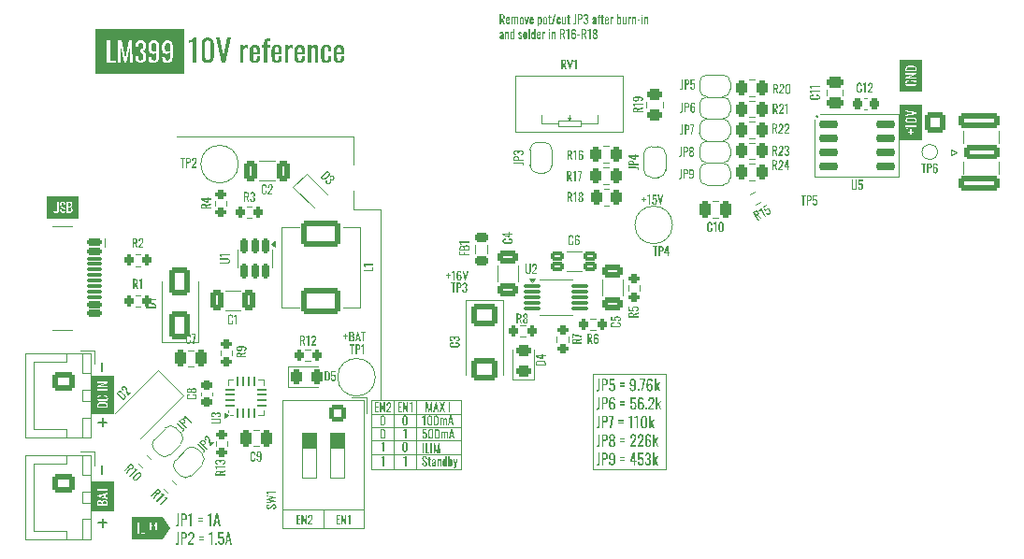
<source format=gbr>
%TF.GenerationSoftware,KiCad,Pcbnew,9.0.2*%
%TF.CreationDate,2025-08-30T11:24:13+06:00*%
%TF.ProjectId,lm399,6c6d3339-392e-46b6-9963-61645f706362,rev?*%
%TF.SameCoordinates,Original*%
%TF.FileFunction,Legend,Top*%
%TF.FilePolarity,Positive*%
%FSLAX46Y46*%
G04 Gerber Fmt 4.6, Leading zero omitted, Abs format (unit mm)*
G04 Created by KiCad (PCBNEW 9.0.2) date 2025-08-30 11:24:13*
%MOMM*%
%LPD*%
G01*
G04 APERTURE LIST*
G04 Aperture macros list*
%AMRoundRect*
0 Rectangle with rounded corners*
0 $1 Rounding radius*
0 $2 $3 $4 $5 $6 $7 $8 $9 X,Y pos of 4 corners*
0 Add a 4 corners polygon primitive as box body*
4,1,4,$2,$3,$4,$5,$6,$7,$8,$9,$2,$3,0*
0 Add four circle primitives for the rounded corners*
1,1,$1+$1,$2,$3*
1,1,$1+$1,$4,$5*
1,1,$1+$1,$6,$7*
1,1,$1+$1,$8,$9*
0 Add four rect primitives between the rounded corners*
20,1,$1+$1,$2,$3,$4,$5,0*
20,1,$1+$1,$4,$5,$6,$7,0*
20,1,$1+$1,$6,$7,$8,$9,0*
20,1,$1+$1,$8,$9,$2,$3,0*%
%AMFreePoly0*
4,1,23,0.500000,-0.750000,0.000000,-0.750000,0.000000,-0.745722,-0.065263,-0.745722,-0.191342,-0.711940,-0.304381,-0.646677,-0.396677,-0.554381,-0.461940,-0.441342,-0.495722,-0.315263,-0.495722,-0.250000,-0.500000,-0.250000,-0.500000,0.250000,-0.495722,0.250000,-0.495722,0.315263,-0.461940,0.441342,-0.396677,0.554381,-0.304381,0.646677,-0.191342,0.711940,-0.065263,0.745722,0.000000,0.745722,
0.000000,0.750000,0.500000,0.750000,0.500000,-0.750000,0.500000,-0.750000,$1*%
%AMFreePoly1*
4,1,23,0.000000,0.745722,0.065263,0.745722,0.191342,0.711940,0.304381,0.646677,0.396677,0.554381,0.461940,0.441342,0.495722,0.315263,0.495722,0.250000,0.500000,0.250000,0.500000,-0.250000,0.495722,-0.250000,0.495722,-0.315263,0.461940,-0.441342,0.396677,-0.554381,0.304381,-0.646677,0.191342,-0.711940,0.065263,-0.745722,0.000000,-0.745722,0.000000,-0.750000,-0.500000,-0.750000,
-0.500000,0.750000,0.000000,0.750000,0.000000,0.745722,0.000000,0.745722,$1*%
G04 Aperture macros list end*
%ADD10C,0.100000*%
%ADD11C,0.150000*%
%ADD12C,0.120000*%
%ADD13C,0.250000*%
%ADD14C,0.000000*%
%ADD15C,0.200000*%
%ADD16RoundRect,0.250000X-0.262500X-0.450000X0.262500X-0.450000X0.262500X0.450000X-0.262500X0.450000X0*%
%ADD17RoundRect,0.250000X0.650000X-0.325000X0.650000X0.325000X-0.650000X0.325000X-0.650000X-0.325000X0*%
%ADD18RoundRect,0.200000X-0.275000X0.200000X-0.275000X-0.200000X0.275000X-0.200000X0.275000X0.200000X0*%
%ADD19RoundRect,0.062500X0.062500X-0.375000X0.062500X0.375000X-0.062500X0.375000X-0.062500X-0.375000X0*%
%ADD20RoundRect,0.062500X0.375000X-0.062500X0.375000X0.062500X-0.375000X0.062500X-0.375000X-0.062500X0*%
%ADD21R,1.600000X1.600000*%
%ADD22RoundRect,0.243750X0.456250X-0.243750X0.456250X0.243750X-0.456250X0.243750X-0.456250X-0.243750X0*%
%ADD23FreePoly0,180.000000*%
%ADD24FreePoly1,180.000000*%
%ADD25RoundRect,0.200000X-0.335876X-0.053033X-0.053033X-0.335876X0.335876X0.053033X0.053033X0.335876X0*%
%ADD26C,1.800000*%
%ADD27FreePoly0,0.000000*%
%ADD28FreePoly1,0.000000*%
%ADD29RoundRect,0.200000X0.275000X-0.200000X0.275000X0.200000X-0.275000X0.200000X-0.275000X-0.200000X0*%
%ADD30RoundRect,0.250000X0.247487X1.166726X-1.166726X-0.247487X-0.247487X-1.166726X1.166726X0.247487X0*%
%ADD31RoundRect,0.250000X1.500000X-0.925000X1.500000X0.925000X-1.500000X0.925000X-1.500000X-0.925000X0*%
%ADD32RoundRect,0.218750X-0.381250X0.218750X-0.381250X-0.218750X0.381250X-0.218750X0.381250X0.218750X0*%
%ADD33RoundRect,0.200000X0.041601X0.337482X-0.308247X0.143558X-0.041601X-0.337482X0.308247X-0.143558X0*%
%ADD34C,3.200000*%
%ADD35FreePoly0,270.000000*%
%ADD36FreePoly1,270.000000*%
%ADD37RoundRect,0.250000X0.325000X0.650000X-0.325000X0.650000X-0.325000X-0.650000X0.325000X-0.650000X0*%
%ADD38RoundRect,0.200000X0.335876X0.053033X0.053033X0.335876X-0.335876X-0.053033X-0.053033X-0.335876X0*%
%ADD39C,1.000000*%
%ADD40O,1.200000X1.600000*%
%ADD41C,1.200000*%
%ADD42FreePoly0,90.000000*%
%ADD43FreePoly1,90.000000*%
%ADD44RoundRect,0.250000X0.262500X0.450000X-0.262500X0.450000X-0.262500X-0.450000X0.262500X-0.450000X0*%
%ADD45FreePoly0,45.000000*%
%ADD46FreePoly1,45.000000*%
%ADD47RoundRect,0.075000X-0.650000X-0.075000X0.650000X-0.075000X0.650000X0.075000X-0.650000X0.075000X0*%
%ADD48R,1.680000X1.880000*%
%ADD49C,2.200000*%
%ADD50RoundRect,0.225000X-0.225000X-0.250000X0.225000X-0.250000X0.225000X0.250000X-0.225000X0.250000X0*%
%ADD51RoundRect,0.250000X1.350000X-0.385000X1.350000X0.385000X-1.350000X0.385000X-1.350000X-0.385000X0*%
%ADD52RoundRect,0.250000X1.600000X-0.425000X1.600000X0.425000X-1.600000X0.425000X-1.600000X-0.425000X0*%
%ADD53C,0.650000*%
%ADD54RoundRect,0.150000X-0.500000X0.150000X-0.500000X-0.150000X0.500000X-0.150000X0.500000X0.150000X0*%
%ADD55RoundRect,0.075000X-0.575000X0.075000X-0.575000X-0.075000X0.575000X-0.075000X0.575000X0.075000X0*%
%ADD56O,2.100000X1.000000*%
%ADD57O,1.600000X1.000000*%
%ADD58RoundRect,0.200000X0.200000X0.275000X-0.200000X0.275000X-0.200000X-0.275000X0.200000X-0.275000X0*%
%ADD59RoundRect,0.225000X-0.250000X0.225000X-0.250000X-0.225000X0.250000X-0.225000X0.250000X0.225000X0*%
%ADD60RoundRect,0.200000X-0.035705X-0.338157X0.310705X-0.138157X0.035705X0.338157X-0.310705X0.138157X0*%
%ADD61RoundRect,0.250000X0.675000X-0.675000X0.675000X0.675000X-0.675000X0.675000X-0.675000X-0.675000X0*%
%ADD62C,1.850000*%
%ADD63RoundRect,0.250000X0.475000X-0.250000X0.475000X0.250000X-0.475000X0.250000X-0.475000X-0.250000X0*%
%ADD64RoundRect,0.150000X-0.150000X0.512500X-0.150000X-0.512500X0.150000X-0.512500X0.150000X0.512500X0*%
%ADD65RoundRect,0.200000X-0.200000X-0.275000X0.200000X-0.275000X0.200000X0.275000X-0.200000X0.275000X0*%
%ADD66RoundRect,0.250000X-0.550000X0.550000X-0.550000X-0.550000X0.550000X-0.550000X0.550000X0.550000X0*%
%ADD67C,1.600000*%
%ADD68RoundRect,0.150000X-0.725000X-0.150000X0.725000X-0.150000X0.725000X0.150000X-0.725000X0.150000X0*%
%ADD69C,1.440000*%
%ADD70RoundRect,0.243750X-0.243750X-0.456250X0.243750X-0.456250X0.243750X0.456250X-0.243750X0.456250X0*%
%ADD71RoundRect,0.250000X-0.750000X0.600000X-0.750000X-0.600000X0.750000X-0.600000X0.750000X0.600000X0*%
%ADD72O,2.000000X1.700000*%
%ADD73RoundRect,0.250000X0.650000X-1.000000X0.650000X1.000000X-0.650000X1.000000X-0.650000X-1.000000X0*%
%ADD74RoundRect,0.250000X-0.250000X-0.475000X0.250000X-0.475000X0.250000X0.475000X-0.250000X0.475000X0*%
%ADD75RoundRect,0.250000X0.250000X0.475000X-0.250000X0.475000X-0.250000X-0.475000X0.250000X-0.475000X0*%
%ADD76RoundRect,0.250000X-0.450000X0.262500X-0.450000X-0.262500X0.450000X-0.262500X0.450000X0.262500X0*%
%ADD77RoundRect,0.112500X-0.212132X0.053033X0.053033X-0.212132X0.212132X-0.053033X-0.053033X0.212132X0*%
%ADD78RoundRect,0.250000X-0.945000X0.785000X-0.945000X-0.785000X0.945000X-0.785000X0.945000X0.785000X0*%
%ADD79RoundRect,0.173913X0.401087X0.226087X-0.401087X0.226087X-0.401087X-0.226087X0.401087X-0.226087X0*%
G04 APERTURE END LIST*
D10*
X72900000Y-75850000D02*
X72900000Y-82050000D01*
X70800000Y-77050000D02*
X79000000Y-77050000D01*
X79000000Y-82050000D01*
X70800000Y-82050000D01*
X70800000Y-77050000D01*
X69200000Y-51950000D02*
X69200000Y-54450000D01*
X69200000Y-56850000D02*
X69200000Y-58550000D01*
X62797500Y-85742500D02*
X70177500Y-85742500D01*
X70177500Y-87450000D01*
X62797500Y-87450000D01*
X62797500Y-85742500D01*
X74900000Y-75850000D02*
X74900000Y-82050000D01*
X69200000Y-58550000D02*
X71700000Y-58550000D01*
X53200000Y-51950000D02*
X69200000Y-51950000D01*
X70800000Y-78250000D02*
X79000000Y-78250000D01*
X70800000Y-79450000D02*
X79000000Y-79450000D01*
X71700000Y-58550000D02*
X71700000Y-75850000D01*
X66487500Y-85742500D02*
X66487500Y-87450000D01*
X70800000Y-80750000D02*
X79000000Y-80750000D01*
X90900000Y-73450000D02*
X97500000Y-73450000D01*
X97500000Y-82050000D01*
X90900000Y-82050000D01*
X90900000Y-73450000D01*
X70800000Y-75850000D02*
X79000000Y-75850000D01*
X79000000Y-77050000D01*
X70800000Y-77050000D01*
X70800000Y-75850000D01*
D11*
X46488866Y-82513220D02*
X46488866Y-81751316D01*
X46488866Y-73213220D02*
X46488866Y-72451316D01*
D12*
G36*
X68484794Y-70094000D02*
G01*
X68327990Y-70094000D01*
X68327990Y-70003288D01*
X68484794Y-70003288D01*
X68484794Y-69820741D01*
X68574382Y-69820741D01*
X68574382Y-70003288D01*
X68736803Y-70003288D01*
X68736803Y-70094000D01*
X68574382Y-70094000D01*
X68574382Y-70276547D01*
X68484794Y-70276547D01*
X68484794Y-70094000D01*
G37*
G36*
X69105633Y-69610915D02*
G01*
X69155375Y-69622223D01*
X69194748Y-69639511D01*
X69225680Y-69662227D01*
X69250307Y-69691642D01*
X69268769Y-69728841D01*
X69280730Y-69775589D01*
X69285080Y-69834174D01*
X69280525Y-69893720D01*
X69268256Y-69938949D01*
X69249694Y-69972960D01*
X69225251Y-69998076D01*
X69194274Y-70015605D01*
X69155143Y-70025660D01*
X69205837Y-70043393D01*
X69244262Y-70068614D01*
X69272721Y-70101278D01*
X69292258Y-70140725D01*
X69305022Y-70191150D01*
X69309699Y-70255297D01*
X69305582Y-70316684D01*
X69294082Y-70367781D01*
X69276102Y-70410321D01*
X69252009Y-70445709D01*
X69220942Y-70474502D01*
X69182528Y-70495657D01*
X69135186Y-70509144D01*
X69076741Y-70514000D01*
X68834794Y-70514000D01*
X68834794Y-70423288D01*
X68961360Y-70423288D01*
X69046503Y-70423288D01*
X69098803Y-70418408D01*
X69133258Y-70405946D01*
X69151642Y-70392410D01*
X69165926Y-70374897D01*
X69176392Y-70352750D01*
X69185251Y-70313566D01*
X69188750Y-70255297D01*
X69184076Y-70197968D01*
X69171620Y-70155656D01*
X69152896Y-70124823D01*
X69133569Y-70106930D01*
X69108668Y-70093551D01*
X69076879Y-70084864D01*
X69036441Y-70081690D01*
X68961360Y-70081690D01*
X68961360Y-70423288D01*
X68834794Y-70423288D01*
X68834794Y-69985360D01*
X68961360Y-69985360D01*
X69036441Y-69985360D01*
X69087622Y-69980730D01*
X69122277Y-69968779D01*
X69145031Y-69951215D01*
X69160457Y-69926366D01*
X69171157Y-69888901D01*
X69175317Y-69834174D01*
X69172803Y-69793938D01*
X69166256Y-69765171D01*
X69156803Y-69745123D01*
X69142638Y-69728556D01*
X69124446Y-69716484D01*
X69101360Y-69708731D01*
X69059945Y-69703172D01*
X68991598Y-69700866D01*
X68961360Y-69700866D01*
X68961360Y-69985360D01*
X68834794Y-69985360D01*
X68834794Y-69606784D01*
X69043133Y-69606784D01*
X69105633Y-69610915D01*
G37*
G36*
X69880202Y-70514000D02*
G01*
X69760376Y-70514000D01*
X69718904Y-70285535D01*
X69534110Y-70285535D01*
X69490439Y-70514000D01*
X69371737Y-70514000D01*
X69439501Y-70194823D01*
X69550914Y-70194823D01*
X69702100Y-70194823D01*
X69625945Y-69786009D01*
X69550914Y-70194823D01*
X69439501Y-70194823D01*
X69564347Y-69606784D01*
X69686420Y-69606784D01*
X69880202Y-70514000D01*
G37*
G36*
X70035736Y-69700866D02*
G01*
X69882302Y-69700866D01*
X69882302Y-69606784D01*
X70311242Y-69606784D01*
X70311242Y-69700866D01*
X70162302Y-69700866D01*
X70162302Y-70514000D01*
X70035736Y-70514000D01*
X70035736Y-69700866D01*
G37*
G36*
X75672184Y-79322939D02*
G01*
X75613438Y-79318066D01*
X75567405Y-79304723D01*
X75531432Y-79284096D01*
X75503607Y-79256309D01*
X75482852Y-79222281D01*
X75466914Y-79179492D01*
X75456466Y-79126057D01*
X75452658Y-79059743D01*
X75572484Y-79059743D01*
X75575140Y-79110418D01*
X75582352Y-79150490D01*
X75593196Y-79181864D01*
X75605788Y-79201672D01*
X75622802Y-79215699D01*
X75645114Y-79224555D01*
X75674382Y-79227782D01*
X75703785Y-79224456D01*
X75725980Y-79215349D01*
X75742721Y-79200915D01*
X75760630Y-79170771D01*
X75771297Y-79129792D01*
X75775713Y-79081808D01*
X75777452Y-79011578D01*
X75775395Y-78946702D01*
X75770174Y-78902401D01*
X75758683Y-78865089D01*
X75741011Y-78839680D01*
X75725089Y-78828090D01*
X75703807Y-78820607D01*
X75675505Y-78817845D01*
X75642819Y-78823201D01*
X75614494Y-78839143D01*
X75591482Y-78863074D01*
X75574731Y-78892876D01*
X75472784Y-78892876D01*
X75472784Y-78406784D01*
X75863670Y-78406784D01*
X75863670Y-78526658D01*
X75581423Y-78526658D01*
X75573607Y-78777496D01*
X75599198Y-78755903D01*
X75628967Y-78740299D01*
X75663735Y-78730564D01*
X75704619Y-78727133D01*
X75755687Y-78732140D01*
X75796027Y-78745995D01*
X75827979Y-78767877D01*
X75853021Y-78798256D01*
X75871110Y-78834079D01*
X75884981Y-78877909D01*
X75894014Y-78931266D01*
X75897278Y-78995898D01*
X75893528Y-79075146D01*
X75883179Y-79140296D01*
X75867361Y-79193517D01*
X75846866Y-79236721D01*
X75824405Y-79267076D01*
X75796682Y-79290626D01*
X75762969Y-79307961D01*
X75722023Y-79318987D01*
X75672184Y-79322939D01*
G37*
G36*
X76278932Y-78403948D02*
G01*
X76324354Y-78417845D01*
X76361451Y-78439825D01*
X76391674Y-78470092D01*
X76414772Y-78506657D01*
X76432073Y-78550451D01*
X76443153Y-78602855D01*
X76447117Y-78665535D01*
X76447117Y-79056421D01*
X76443147Y-79118401D01*
X76432005Y-79170642D01*
X76414527Y-79214701D01*
X76391088Y-79251864D01*
X76360540Y-79282715D01*
X76323379Y-79305016D01*
X76278232Y-79319050D01*
X76223098Y-79324062D01*
X76168040Y-79319028D01*
X76122806Y-79304909D01*
X76085430Y-79282430D01*
X76054570Y-79251278D01*
X76030831Y-79213806D01*
X76013192Y-79169697D01*
X76001986Y-79117729D01*
X75998004Y-79056421D01*
X75998004Y-78665535D01*
X75998075Y-78664411D01*
X76118953Y-78664411D01*
X76118953Y-79057496D01*
X76123041Y-79117484D01*
X76133712Y-79160201D01*
X76149215Y-79189831D01*
X76168814Y-79209586D01*
X76192938Y-79221385D01*
X76223098Y-79225535D01*
X76252869Y-79221409D01*
X76276716Y-79209663D01*
X76296126Y-79189960D01*
X76311505Y-79160352D01*
X76322105Y-79117599D01*
X76326168Y-79057496D01*
X76326168Y-78664411D01*
X76323351Y-78613017D01*
X76315738Y-78572849D01*
X76304333Y-78541801D01*
X76286020Y-78516961D01*
X76259870Y-78501909D01*
X76223098Y-78496421D01*
X76186328Y-78501894D01*
X76159975Y-78516942D01*
X76141325Y-78541801D01*
X76129630Y-78572885D01*
X76121835Y-78613052D01*
X76118953Y-78664411D01*
X75998075Y-78664411D01*
X76001968Y-78602855D01*
X76013048Y-78550451D01*
X76030349Y-78506657D01*
X76053447Y-78470092D01*
X76083667Y-78439877D01*
X76120912Y-78417892D01*
X76166675Y-78403966D01*
X76223098Y-78398968D01*
X76278932Y-78403948D01*
G37*
G36*
X76857299Y-78403948D02*
G01*
X76902721Y-78417845D01*
X76939818Y-78439825D01*
X76970041Y-78470092D01*
X76993139Y-78506657D01*
X77010440Y-78550451D01*
X77021520Y-78602855D01*
X77025484Y-78665535D01*
X77025484Y-79056421D01*
X77021514Y-79118401D01*
X77010372Y-79170642D01*
X76992894Y-79214701D01*
X76969455Y-79251864D01*
X76938908Y-79282715D01*
X76901746Y-79305016D01*
X76856599Y-79319050D01*
X76801465Y-79324062D01*
X76746407Y-79319028D01*
X76701174Y-79304909D01*
X76663798Y-79282430D01*
X76632937Y-79251278D01*
X76609198Y-79213806D01*
X76591559Y-79169697D01*
X76580353Y-79117729D01*
X76576371Y-79056421D01*
X76576371Y-78665535D01*
X76576442Y-78664411D01*
X76697320Y-78664411D01*
X76697320Y-79057496D01*
X76701408Y-79117484D01*
X76712080Y-79160201D01*
X76727582Y-79189831D01*
X76747181Y-79209586D01*
X76771305Y-79221385D01*
X76801465Y-79225535D01*
X76831236Y-79221409D01*
X76855083Y-79209663D01*
X76874493Y-79189960D01*
X76889872Y-79160352D01*
X76900472Y-79117599D01*
X76904535Y-79057496D01*
X76904535Y-78664411D01*
X76901718Y-78613017D01*
X76894105Y-78572849D01*
X76882700Y-78541801D01*
X76864387Y-78516961D01*
X76838237Y-78501909D01*
X76801465Y-78496421D01*
X76764695Y-78501894D01*
X76738343Y-78516942D01*
X76719692Y-78541801D01*
X76707997Y-78572885D01*
X76700202Y-78613052D01*
X76697320Y-78664411D01*
X76576442Y-78664411D01*
X76580335Y-78602855D01*
X76591415Y-78550451D01*
X76608716Y-78506657D01*
X76631814Y-78470092D01*
X76662034Y-78439877D01*
X76699279Y-78417892D01*
X76745042Y-78403966D01*
X76801465Y-78398968D01*
X76857299Y-78403948D01*
G37*
G36*
X77150244Y-78666658D02*
G01*
X77261130Y-78666658D01*
X77261130Y-78728256D01*
X77295689Y-78696341D01*
X77332254Y-78673937D01*
X77371904Y-78660044D01*
X77413440Y-78655423D01*
X77451934Y-78660788D01*
X77481029Y-78675730D01*
X77503091Y-78700373D01*
X77518709Y-78737196D01*
X77555314Y-78700334D01*
X77593899Y-78675234D01*
X77635113Y-78660425D01*
X77680006Y-78655423D01*
X77711925Y-78659635D01*
X77738958Y-78671835D01*
X77762316Y-78692401D01*
X77779003Y-78718982D01*
X77790097Y-78755639D01*
X77794263Y-78805535D01*
X77794263Y-79314000D01*
X77684501Y-79314000D01*
X77684501Y-78813351D01*
X77680160Y-78772618D01*
X77669944Y-78751215D01*
X77652766Y-78738372D01*
X77628471Y-78733825D01*
X77603958Y-78737147D01*
X77576936Y-78747845D01*
X77551479Y-78764265D01*
X77527697Y-78786484D01*
X77527697Y-78805535D01*
X77527697Y-79314000D01*
X77417934Y-79314000D01*
X77417934Y-78813351D01*
X77413594Y-78772618D01*
X77403377Y-78751215D01*
X77386206Y-78738370D01*
X77361953Y-78733825D01*
X77338383Y-78737106D01*
X77311493Y-78747845D01*
X77285835Y-78764210D01*
X77261130Y-78786484D01*
X77261130Y-79314000D01*
X77150244Y-79314000D01*
X77150244Y-78666658D01*
G37*
G36*
X78380788Y-79314000D02*
G01*
X78260963Y-79314000D01*
X78219490Y-79085535D01*
X78034696Y-79085535D01*
X77991025Y-79314000D01*
X77872323Y-79314000D01*
X77940087Y-78994823D01*
X78051500Y-78994823D01*
X78202686Y-78994823D01*
X78126531Y-78586009D01*
X78051500Y-78994823D01*
X77940087Y-78994823D01*
X78064933Y-78406784D01*
X78187006Y-78406784D01*
X78380788Y-79314000D01*
G37*
G36*
X73270537Y-76006784D02*
G01*
X73622247Y-76006784D01*
X73622247Y-76100866D01*
X73397103Y-76100866D01*
X73397103Y-76401041D01*
X73579699Y-76401041D01*
X73579699Y-76490629D01*
X73397103Y-76490629D01*
X73397103Y-76823288D01*
X73624494Y-76823288D01*
X73624494Y-76914000D01*
X73270537Y-76914000D01*
X73270537Y-76006784D01*
G37*
G36*
X73726196Y-76006784D02*
G01*
X73812463Y-76006784D01*
X74070041Y-76609380D01*
X74070041Y-76006784D01*
X74175359Y-76006784D01*
X74175359Y-76914000D01*
X74094710Y-76914000D01*
X73833761Y-76294648D01*
X73833761Y-76914000D01*
X73726196Y-76914000D01*
X73726196Y-76006784D01*
G37*
G36*
X74438066Y-76163588D02*
G01*
X74429081Y-76166951D01*
X74370265Y-76179268D01*
X74280139Y-76196072D01*
X74280139Y-76105360D01*
X74349469Y-76084691D01*
X74401667Y-76060976D01*
X74440013Y-76034922D01*
X74467180Y-76006784D01*
X74557892Y-76006784D01*
X74557892Y-76914000D01*
X74438066Y-76914000D01*
X74438066Y-76163588D01*
G37*
G36*
X75684494Y-81824062D02*
G01*
X75628073Y-81819169D01*
X75581397Y-81805430D01*
X75542585Y-81783603D01*
X75510300Y-81753525D01*
X75484819Y-81716973D01*
X75464955Y-81673371D01*
X75450999Y-81621469D01*
X75443670Y-81559743D01*
X75555680Y-81529505D01*
X75562559Y-81587334D01*
X75574221Y-81633747D01*
X75589825Y-81670678D01*
X75606503Y-81694234D01*
X75627239Y-81710668D01*
X75652766Y-81720805D01*
X75684494Y-81724411D01*
X75716201Y-81721010D01*
X75740427Y-81711683D01*
X75758939Y-81696958D01*
X75772362Y-81677187D01*
X75780987Y-81651453D01*
X75784145Y-81618019D01*
X75781288Y-81581304D01*
X75773270Y-81550685D01*
X75760600Y-81525060D01*
X75732282Y-81488520D01*
X75685617Y-81443288D01*
X75533258Y-81308856D01*
X75492879Y-81266019D01*
X75466629Y-81222101D01*
X75455550Y-81190429D01*
X75448452Y-81152874D01*
X75445917Y-81108382D01*
X75449892Y-81058918D01*
X75461067Y-81017610D01*
X75478781Y-80982966D01*
X75503021Y-80953874D01*
X75533078Y-80930533D01*
X75568321Y-80913483D01*
X75609757Y-80902763D01*
X75658702Y-80898968D01*
X75712489Y-80903060D01*
X75756315Y-80914422D01*
X75792035Y-80932161D01*
X75821074Y-80956072D01*
X75844133Y-80985840D01*
X75863200Y-81024022D01*
X75877849Y-81072378D01*
X75887215Y-81133050D01*
X75779699Y-81162164D01*
X75773075Y-81109415D01*
X75762486Y-81069387D01*
X75748876Y-81039554D01*
X75728610Y-81016317D01*
X75699610Y-81001794D01*
X75658702Y-80996421D01*
X75627559Y-80999547D01*
X75603457Y-81008133D01*
X75584794Y-81021627D01*
X75571060Y-81040000D01*
X75562273Y-81064218D01*
X75559050Y-81096072D01*
X75562653Y-81134404D01*
X75572484Y-81163874D01*
X75589668Y-81190193D01*
X75618401Y-81219268D01*
X75771835Y-81353699D01*
X75825810Y-81409336D01*
X75866454Y-81467907D01*
X75885857Y-81510218D01*
X75897699Y-81556593D01*
X75901772Y-81607907D01*
X75897655Y-81657112D01*
X75885967Y-81699005D01*
X75867229Y-81734920D01*
X75841297Y-81765835D01*
X75809416Y-81790933D01*
X75773250Y-81808984D01*
X75731976Y-81820158D01*
X75684494Y-81824062D01*
G37*
G36*
X76162086Y-81822939D02*
G01*
X76117705Y-81818283D01*
X76083926Y-81805554D01*
X76058232Y-81785544D01*
X76039197Y-81757558D01*
X76026728Y-81719542D01*
X76022086Y-81668382D01*
X76022086Y-81246184D01*
X75953747Y-81246184D01*
X75953747Y-81166658D01*
X76022086Y-81166658D01*
X76022086Y-80977370D01*
X76141912Y-80977370D01*
X76141912Y-81166658D01*
X76246106Y-81166658D01*
X76246106Y-81246184D01*
X76141912Y-81246184D01*
X76141912Y-81660566D01*
X76145574Y-81696314D01*
X76154221Y-81715423D01*
X76170419Y-81726566D01*
X76201311Y-81731103D01*
X76244982Y-81727782D01*
X76244982Y-81816247D01*
X76200917Y-81821341D01*
X76162086Y-81822939D01*
G37*
G36*
X76565592Y-81161394D02*
G01*
X76602362Y-81171616D01*
X76631359Y-81187427D01*
X76654040Y-81208668D01*
X76671141Y-81234857D01*
X76684271Y-81268137D01*
X76692896Y-81310095D01*
X76696050Y-81362639D01*
X76696050Y-81658319D01*
X76698745Y-81732213D01*
X76707236Y-81814000D01*
X76597473Y-81814000D01*
X76581793Y-81718794D01*
X76563395Y-81759194D01*
X76535289Y-81792702D01*
X76511712Y-81809247D01*
X76483929Y-81819381D01*
X76450781Y-81822939D01*
X76415570Y-81817610D01*
X76384103Y-81801690D01*
X76357818Y-81777232D01*
X76337648Y-81745709D01*
X76325032Y-81710080D01*
X76320844Y-81672876D01*
X76323802Y-81635898D01*
X76440669Y-81635898D01*
X76444733Y-81673368D01*
X76455226Y-81698082D01*
X76472963Y-81714360D01*
X76497822Y-81719917D01*
X76520416Y-81715548D01*
X76543691Y-81701452D01*
X76563880Y-81682455D01*
X76576224Y-81666184D01*
X76576224Y-81482464D01*
X76501730Y-81528968D01*
X76477494Y-81550254D01*
X76458011Y-81574348D01*
X76445162Y-81602055D01*
X76440669Y-81635898D01*
X76323802Y-81635898D01*
X76324833Y-81623012D01*
X76335929Y-81582354D01*
X76353328Y-81549143D01*
X76377023Y-81519517D01*
X76404532Y-81494410D01*
X76436175Y-81473525D01*
X76491949Y-81445605D01*
X76576224Y-81409680D01*
X76576224Y-81363762D01*
X76572305Y-81304771D01*
X76563328Y-81273588D01*
X76552410Y-81259455D01*
X76535791Y-81250586D01*
X76511256Y-81247258D01*
X76487008Y-81250816D01*
X76468952Y-81260720D01*
X76455498Y-81277209D01*
X76446419Y-81302250D01*
X76442916Y-81339143D01*
X76442916Y-81371578D01*
X76324214Y-81367133D01*
X76328806Y-81312476D01*
X76339136Y-81269184D01*
X76354200Y-81235154D01*
X76373503Y-81208668D01*
X76398503Y-81187484D01*
X76430041Y-81171639D01*
X76469590Y-81161393D01*
X76519071Y-81157670D01*
X76565592Y-81161394D01*
G37*
G36*
X76811039Y-81166658D02*
G01*
X76930865Y-81166658D01*
X76930865Y-81230503D01*
X76972170Y-81196940D01*
X77011829Y-81174592D01*
X77050450Y-81161827D01*
X77088792Y-81157670D01*
X77121736Y-81162272D01*
X77146007Y-81174970D01*
X77163824Y-81195772D01*
X77175902Y-81222036D01*
X77183535Y-81253067D01*
X77186245Y-81289854D01*
X77186245Y-81814000D01*
X77066420Y-81814000D01*
X77066420Y-81324537D01*
X77063178Y-81290346D01*
X77055184Y-81269680D01*
X77040398Y-81256639D01*
X77014884Y-81251752D01*
X76992139Y-81255422D01*
X76964675Y-81267853D01*
X76930865Y-81292101D01*
X76930865Y-81814000D01*
X76811039Y-81814000D01*
X76811039Y-81166658D01*
G37*
G36*
X77676734Y-81814000D02*
G01*
X77556908Y-81814000D01*
X77556908Y-81772576D01*
X77523113Y-81801419D01*
X77488752Y-81817632D01*
X77452714Y-81822939D01*
X77411863Y-81818768D01*
X77378706Y-81807072D01*
X77351593Y-81788315D01*
X77329518Y-81761927D01*
X77314291Y-81731480D01*
X77301957Y-81689693D01*
X77293515Y-81633587D01*
X77290341Y-81559743D01*
X77290341Y-81434300D01*
X77292780Y-81387258D01*
X77410167Y-81387258D01*
X77410167Y-81569854D01*
X77414409Y-81643394D01*
X77424724Y-81688556D01*
X77437852Y-81711148D01*
X77456664Y-81724206D01*
X77483000Y-81728856D01*
X77518265Y-81723067D01*
X77556908Y-81704237D01*
X77556908Y-81279743D01*
X77528261Y-81263370D01*
X77503148Y-81254499D01*
X77480753Y-81251752D01*
X77457760Y-81256088D01*
X77439520Y-81268842D01*
X77424855Y-81291828D01*
X77414353Y-81329299D01*
X77410167Y-81387258D01*
X77292780Y-81387258D01*
X77294790Y-81348489D01*
X77306740Y-81282174D01*
X77324487Y-81231627D01*
X77345097Y-81199293D01*
X77371866Y-81176725D01*
X77405890Y-81162708D01*
X77449392Y-81157670D01*
X77485522Y-81162911D01*
X77520997Y-81179092D01*
X77556908Y-81208082D01*
X77556908Y-80906784D01*
X77676734Y-80906784D01*
X77676734Y-81814000D01*
G37*
G36*
X77919462Y-81218145D02*
G01*
X77947974Y-81190789D01*
X77977470Y-81172220D01*
X78008416Y-81161325D01*
X78041535Y-81157670D01*
X78083672Y-81162806D01*
X78116061Y-81177045D01*
X78141062Y-81200035D01*
X78159699Y-81233288D01*
X78175947Y-81284452D01*
X78185955Y-81340051D01*
X78189399Y-81400741D01*
X78189399Y-81557496D01*
X78184657Y-81640983D01*
X78172061Y-81703428D01*
X78153557Y-81749230D01*
X78130296Y-81782035D01*
X78102485Y-81804527D01*
X78069345Y-81818155D01*
X78029225Y-81822939D01*
X77992660Y-81817211D01*
X77956484Y-81799373D01*
X77919462Y-81766958D01*
X77919462Y-81814000D01*
X77799637Y-81814000D01*
X77799637Y-81284237D01*
X77919462Y-81284237D01*
X77919462Y-81699743D01*
X77945363Y-81715920D01*
X77973503Y-81725570D01*
X78004605Y-81728856D01*
X78029082Y-81724125D01*
X78046261Y-81710713D01*
X78057801Y-81686896D01*
X78066083Y-81639214D01*
X78069574Y-81557496D01*
X78069574Y-81400741D01*
X78065686Y-81333258D01*
X78056092Y-81290392D01*
X78043778Y-81268789D01*
X78025745Y-81256246D01*
X78000111Y-81251752D01*
X77974986Y-81255031D01*
X77948357Y-81265401D01*
X77919462Y-81284237D01*
X77799637Y-81284237D01*
X77799637Y-80906784D01*
X77919462Y-80906784D01*
X77919462Y-81218145D01*
G37*
G36*
X78287536Y-81884537D02*
G01*
X78349441Y-81881402D01*
X78379909Y-81874474D01*
X78394006Y-81865684D01*
X78402200Y-81853384D01*
X78405115Y-81836421D01*
X78401524Y-81812739D01*
X78380495Y-81717670D01*
X78250558Y-81166658D01*
X78371507Y-81166658D01*
X78458897Y-81650503D01*
X78542868Y-81166658D01*
X78663866Y-81166658D01*
X78509309Y-81849854D01*
X78494288Y-81892446D01*
X78472293Y-81924221D01*
X78443217Y-81947258D01*
X78408305Y-81962467D01*
X78362219Y-81972636D01*
X78302093Y-81976421D01*
X78287536Y-81976421D01*
X78287536Y-81884537D01*
G37*
D11*
X46136779Y-86938866D02*
X46898684Y-86938866D01*
X46517731Y-87319819D02*
X46517731Y-86557914D01*
D12*
G36*
X75477278Y-79706784D02*
G01*
X75601598Y-79706784D01*
X75601598Y-80614000D01*
X75477278Y-80614000D01*
X75477278Y-79706784D01*
G37*
G36*
X75747997Y-79706784D02*
G01*
X75874563Y-79706784D01*
X75874563Y-80523288D01*
X76106399Y-80523288D01*
X76106399Y-80614000D01*
X75747997Y-80614000D01*
X75747997Y-79706784D01*
G37*
G36*
X76198674Y-79706784D02*
G01*
X76322993Y-79706784D01*
X76322993Y-80614000D01*
X76198674Y-80614000D01*
X76198674Y-79706784D01*
G37*
G36*
X76483998Y-79706784D02*
G01*
X76608318Y-79706784D01*
X76768443Y-80442639D01*
X76929741Y-79706784D01*
X77052937Y-79706784D01*
X77069741Y-80614000D01*
X76967794Y-80614000D01*
X76957732Y-79955423D01*
X76804298Y-80614000D01*
X76732637Y-80614000D01*
X76580279Y-79955423D01*
X76570216Y-80614000D01*
X76467194Y-80614000D01*
X76483998Y-79706784D01*
G37*
G36*
X67670537Y-86206784D02*
G01*
X68022247Y-86206784D01*
X68022247Y-86300866D01*
X67797103Y-86300866D01*
X67797103Y-86601041D01*
X67979699Y-86601041D01*
X67979699Y-86690629D01*
X67797103Y-86690629D01*
X67797103Y-87023288D01*
X68024494Y-87023288D01*
X68024494Y-87114000D01*
X67670537Y-87114000D01*
X67670537Y-86206784D01*
G37*
G36*
X68126196Y-86206784D02*
G01*
X68212463Y-86206784D01*
X68470041Y-86809380D01*
X68470041Y-86206784D01*
X68575359Y-86206784D01*
X68575359Y-87114000D01*
X68494710Y-87114000D01*
X68233761Y-86494648D01*
X68233761Y-87114000D01*
X68126196Y-87114000D01*
X68126196Y-86206784D01*
G37*
G36*
X68838066Y-86363588D02*
G01*
X68829081Y-86366951D01*
X68770265Y-86379268D01*
X68680139Y-86396072D01*
X68680139Y-86305360D01*
X68749469Y-86284691D01*
X68801667Y-86260976D01*
X68840013Y-86234922D01*
X68867180Y-86206784D01*
X68957892Y-86206784D01*
X68957892Y-87114000D01*
X68838066Y-87114000D01*
X68838066Y-86363588D01*
G37*
G36*
X71891535Y-81063588D02*
G01*
X71882549Y-81066951D01*
X71823733Y-81079268D01*
X71733607Y-81096072D01*
X71733607Y-81005360D01*
X71802938Y-80984691D01*
X71855136Y-80960976D01*
X71893482Y-80934922D01*
X71920648Y-80906784D01*
X72011360Y-80906784D01*
X72011360Y-81814000D01*
X71891535Y-81814000D01*
X71891535Y-81063588D01*
G37*
G36*
X77784794Y-64594000D02*
G01*
X77627990Y-64594000D01*
X77627990Y-64503288D01*
X77784794Y-64503288D01*
X77784794Y-64320741D01*
X77874382Y-64320741D01*
X77874382Y-64503288D01*
X78036803Y-64503288D01*
X78036803Y-64594000D01*
X77874382Y-64594000D01*
X77874382Y-64776547D01*
X77784794Y-64776547D01*
X77784794Y-64594000D01*
G37*
G36*
X78255792Y-64263588D02*
G01*
X78246806Y-64266951D01*
X78187990Y-64279268D01*
X78097864Y-64296072D01*
X78097864Y-64205360D01*
X78167194Y-64184691D01*
X78219393Y-64160976D01*
X78257738Y-64134922D01*
X78284905Y-64106784D01*
X78375617Y-64106784D01*
X78375617Y-65014000D01*
X78255792Y-65014000D01*
X78255792Y-64263588D01*
G37*
G36*
X78847744Y-64102992D02*
G01*
X78891306Y-64114256D01*
X78927528Y-64131994D01*
X78957648Y-64156072D01*
X78981799Y-64186169D01*
X78999945Y-64222567D01*
X79011927Y-64266511D01*
X79016999Y-64319617D01*
X79018122Y-64333050D01*
X78897173Y-64333050D01*
X78894148Y-64286935D01*
X78886240Y-64253810D01*
X78874752Y-64230566D01*
X78857225Y-64213026D01*
X78831707Y-64201739D01*
X78795226Y-64197496D01*
X78766544Y-64201887D01*
X78743098Y-64214605D01*
X78723516Y-64236510D01*
X78707634Y-64270314D01*
X78696508Y-64320162D01*
X78692205Y-64391278D01*
X78692205Y-64529031D01*
X78713840Y-64503302D01*
X78744277Y-64483113D01*
X78780465Y-64470710D01*
X78824389Y-64466309D01*
X78876930Y-64471163D01*
X78918148Y-64484520D01*
X78950487Y-64505410D01*
X78975575Y-64534062D01*
X78993781Y-64568268D01*
X79007820Y-64610874D01*
X79017023Y-64663588D01*
X79020369Y-64728382D01*
X79016475Y-64795688D01*
X79005528Y-64852907D01*
X78988370Y-64901543D01*
X78965464Y-64942876D01*
X78934858Y-64977865D01*
X78897353Y-65002857D01*
X78851549Y-65018486D01*
X78795226Y-65024062D01*
X78740841Y-65018501D01*
X78696033Y-65002808D01*
X78658774Y-64977494D01*
X78627822Y-64941752D01*
X78604637Y-64899833D01*
X78587315Y-64850788D01*
X78576292Y-64793387D01*
X78572379Y-64726184D01*
X78572379Y-64618619D01*
X78692205Y-64618619D01*
X78692205Y-64754174D01*
X78695270Y-64805400D01*
X78703623Y-64846007D01*
X78716287Y-64877956D01*
X78735831Y-64903827D01*
X78761467Y-64919036D01*
X78795226Y-64924411D01*
X78829812Y-64919041D01*
X78855795Y-64903949D01*
X78875338Y-64878494D01*
X78888041Y-64846935D01*
X78896375Y-64807208D01*
X78899420Y-64757496D01*
X78897828Y-64692720D01*
X78893803Y-64648905D01*
X78883707Y-64611473D01*
X78865812Y-64582813D01*
X78849110Y-64569110D01*
X78826259Y-64560290D01*
X78795226Y-64557021D01*
X78762308Y-64561599D01*
X78734214Y-64574949D01*
X78710406Y-64594977D01*
X78692205Y-64618619D01*
X78572379Y-64618619D01*
X78572379Y-64420392D01*
X78576111Y-64345705D01*
X78586524Y-64282922D01*
X78602656Y-64230313D01*
X78623866Y-64186358D01*
X78646862Y-64155274D01*
X78674654Y-64131347D01*
X78707852Y-64113892D01*
X78747550Y-64102885D01*
X78795226Y-64098968D01*
X78847744Y-64102992D01*
G37*
G36*
X79095889Y-64106784D02*
G01*
X79214640Y-64106784D01*
X79357962Y-64775423D01*
X79494640Y-64106784D01*
X79609972Y-64106784D01*
X79409497Y-65014000D01*
X79298611Y-65014000D01*
X79095889Y-64106784D01*
G37*
G36*
X82723528Y-40867086D02*
G01*
X82778870Y-40878773D01*
X82822002Y-40896446D01*
X82855268Y-40919351D01*
X82881803Y-40949583D01*
X82901821Y-40988817D01*
X82914902Y-41039216D01*
X82919699Y-41103607D01*
X82915708Y-41164669D01*
X82904846Y-41212590D01*
X82888363Y-41249895D01*
X82866862Y-41278622D01*
X82840237Y-41300190D01*
X82807690Y-41315268D01*
X82936503Y-41770000D01*
X82814382Y-41770000D01*
X82695680Y-41344382D01*
X82597103Y-41344382D01*
X82597103Y-41770000D01*
X82470537Y-41770000D01*
X82470537Y-41253670D01*
X82597103Y-41253670D01*
X82645268Y-41253670D01*
X82699019Y-41249296D01*
X82736630Y-41237906D01*
X82762309Y-41221186D01*
X82780350Y-41196856D01*
X82792747Y-41159386D01*
X82797578Y-41103607D01*
X82794084Y-41050754D01*
X82785268Y-41015680D01*
X82768247Y-40988026D01*
X82741598Y-40968639D01*
X82706680Y-40957795D01*
X82653133Y-40953496D01*
X82597103Y-40953496D01*
X82597103Y-41253670D01*
X82470537Y-41253670D01*
X82470537Y-40862784D01*
X82653133Y-40862784D01*
X82723528Y-40867086D01*
G37*
G36*
X83271815Y-41117874D02*
G01*
X83310186Y-41129136D01*
X83338527Y-41146154D01*
X83361581Y-41170110D01*
X83379146Y-41200132D01*
X83391186Y-41237452D01*
X83400423Y-41301315D01*
X83404082Y-41395917D01*
X83404082Y-41448576D01*
X83148702Y-41448576D01*
X83148702Y-41578464D01*
X83151102Y-41618054D01*
X83157274Y-41645599D01*
X83166043Y-41664145D01*
X83179541Y-41678483D01*
X83197535Y-41687289D01*
X83221535Y-41690474D01*
X83245331Y-41687193D01*
X83261832Y-41678359D01*
X83273021Y-41664145D01*
X83282540Y-41634108D01*
X83286454Y-41584082D01*
X83286454Y-41544856D01*
X83402958Y-41544856D01*
X83402958Y-41569525D01*
X83399751Y-41621193D01*
X83390891Y-41663313D01*
X83377239Y-41697529D01*
X83359239Y-41725205D01*
X83335606Y-41747687D01*
X83305637Y-41764334D01*
X83267894Y-41775048D01*
X83220411Y-41778939D01*
X83170981Y-41775285D01*
X83132947Y-41765403D01*
X83103907Y-41750411D01*
X83079496Y-41728844D01*
X83060114Y-41701051D01*
X83045680Y-41665854D01*
X83033565Y-41605521D01*
X83028876Y-41520237D01*
X83028876Y-41372421D01*
X83029993Y-41348876D01*
X83148702Y-41348876D01*
X83148702Y-41383607D01*
X83286454Y-41383607D01*
X83286454Y-41325380D01*
X83282566Y-41264119D01*
X83273558Y-41230760D01*
X83262402Y-41215390D01*
X83245115Y-41205791D01*
X83219288Y-41202184D01*
X83192615Y-41205871D01*
X83175031Y-41215617D01*
X83162877Y-41232133D01*
X83154270Y-41259874D01*
X83150319Y-41294086D01*
X83148702Y-41348876D01*
X83029993Y-41348876D01*
X83032184Y-41302665D01*
X83041081Y-41248505D01*
X83054279Y-41207064D01*
X83070886Y-41175854D01*
X83094324Y-41149999D01*
X83125627Y-41130787D01*
X83166731Y-41118278D01*
X83220411Y-41113670D01*
X83271815Y-41117874D01*
G37*
G36*
X83512477Y-41122658D02*
G01*
X83623363Y-41122658D01*
X83623363Y-41184256D01*
X83657922Y-41152341D01*
X83694487Y-41129937D01*
X83734137Y-41116044D01*
X83775673Y-41111423D01*
X83814167Y-41116788D01*
X83843262Y-41131730D01*
X83865324Y-41156373D01*
X83880942Y-41193196D01*
X83917548Y-41156334D01*
X83956132Y-41131234D01*
X83997346Y-41116425D01*
X84042240Y-41111423D01*
X84074158Y-41115635D01*
X84101191Y-41127835D01*
X84124549Y-41148401D01*
X84141237Y-41174982D01*
X84152330Y-41211639D01*
X84156496Y-41261535D01*
X84156496Y-41770000D01*
X84046734Y-41770000D01*
X84046734Y-41269351D01*
X84042394Y-41228618D01*
X84032177Y-41207215D01*
X84014999Y-41194372D01*
X83990704Y-41189825D01*
X83966191Y-41193147D01*
X83939169Y-41203845D01*
X83913713Y-41220265D01*
X83889930Y-41242484D01*
X83889930Y-41261535D01*
X83889930Y-41770000D01*
X83780167Y-41770000D01*
X83780167Y-41269351D01*
X83775827Y-41228618D01*
X83765610Y-41207215D01*
X83748439Y-41194370D01*
X83724187Y-41189825D01*
X83700616Y-41193106D01*
X83673726Y-41203845D01*
X83648068Y-41220210D01*
X83623363Y-41242484D01*
X83623363Y-41770000D01*
X83512477Y-41770000D01*
X83512477Y-41122658D01*
G37*
G36*
X84502468Y-41118101D02*
G01*
X84542070Y-41130248D01*
X84572992Y-41149113D01*
X84596866Y-41174731D01*
X84614404Y-41205684D01*
X84627912Y-41244450D01*
X84636773Y-41292667D01*
X84640000Y-41352247D01*
X84640000Y-41540411D01*
X84636774Y-41599961D01*
X84627915Y-41648171D01*
X84614407Y-41686950D01*
X84596866Y-41717927D01*
X84572995Y-41743521D01*
X84542075Y-41762371D01*
X84502472Y-41774511D01*
X84451835Y-41778939D01*
X84400547Y-41774491D01*
X84360576Y-41762321D01*
X84329501Y-41743467D01*
X84305631Y-41717927D01*
X84288111Y-41686953D01*
X84274618Y-41648176D01*
X84265769Y-41599964D01*
X84262547Y-41540411D01*
X84262547Y-41352247D01*
X84262912Y-41345505D01*
X84382372Y-41345505D01*
X84382372Y-41548227D01*
X84385743Y-41624431D01*
X84392217Y-41650622D01*
X84404207Y-41671472D01*
X84422764Y-41685346D01*
X84451835Y-41690474D01*
X84480798Y-41685324D01*
X84498876Y-41671472D01*
X84510442Y-41650662D01*
X84516755Y-41624431D01*
X84520125Y-41548227D01*
X84520125Y-41345505D01*
X84516755Y-41268813D01*
X84510416Y-41242081D01*
X84498876Y-41221235D01*
X84480793Y-41207345D01*
X84451835Y-41202184D01*
X84422769Y-41207323D01*
X84404207Y-41221235D01*
X84392243Y-41242122D01*
X84385743Y-41268813D01*
X84382372Y-41345505D01*
X84262912Y-41345505D01*
X84265770Y-41292664D01*
X84274621Y-41244446D01*
X84288114Y-41205681D01*
X84305631Y-41174731D01*
X84329504Y-41149168D01*
X84360582Y-41130299D01*
X84400551Y-41118120D01*
X84451835Y-41113670D01*
X84502468Y-41118101D01*
G37*
G36*
X84706043Y-41122658D02*
G01*
X84826992Y-41122658D01*
X84906517Y-41643433D01*
X84987166Y-41122658D01*
X85103621Y-41122658D01*
X84980425Y-41770000D01*
X84833733Y-41770000D01*
X84706043Y-41122658D01*
G37*
G36*
X85410992Y-41117874D02*
G01*
X85449363Y-41129136D01*
X85477704Y-41146154D01*
X85500757Y-41170110D01*
X85518323Y-41200132D01*
X85530362Y-41237452D01*
X85539599Y-41301315D01*
X85543258Y-41395917D01*
X85543258Y-41448576D01*
X85287878Y-41448576D01*
X85287878Y-41578464D01*
X85290278Y-41618054D01*
X85296451Y-41645599D01*
X85305219Y-41664145D01*
X85318718Y-41678483D01*
X85336712Y-41687289D01*
X85360711Y-41690474D01*
X85384508Y-41687193D01*
X85401008Y-41678359D01*
X85412198Y-41664145D01*
X85421717Y-41634108D01*
X85425631Y-41584082D01*
X85425631Y-41544856D01*
X85542135Y-41544856D01*
X85542135Y-41569525D01*
X85538928Y-41621193D01*
X85530068Y-41663313D01*
X85516416Y-41697529D01*
X85498415Y-41725205D01*
X85474783Y-41747687D01*
X85444813Y-41764334D01*
X85407070Y-41775048D01*
X85359588Y-41778939D01*
X85310158Y-41775285D01*
X85272124Y-41765403D01*
X85243084Y-41750411D01*
X85218672Y-41728844D01*
X85199290Y-41701051D01*
X85184856Y-41665854D01*
X85172742Y-41605521D01*
X85168053Y-41520237D01*
X85168053Y-41372421D01*
X85169170Y-41348876D01*
X85287878Y-41348876D01*
X85287878Y-41383607D01*
X85425631Y-41383607D01*
X85425631Y-41325380D01*
X85421742Y-41264119D01*
X85412735Y-41230760D01*
X85401579Y-41215390D01*
X85384291Y-41205791D01*
X85358464Y-41202184D01*
X85331791Y-41205871D01*
X85314207Y-41215617D01*
X85302054Y-41232133D01*
X85293447Y-41259874D01*
X85289496Y-41294086D01*
X85287878Y-41348876D01*
X85169170Y-41348876D01*
X85171361Y-41302665D01*
X85180258Y-41248505D01*
X85193456Y-41207064D01*
X85210062Y-41175854D01*
X85233501Y-41149999D01*
X85264803Y-41130787D01*
X85305908Y-41118278D01*
X85359588Y-41113670D01*
X85410992Y-41117874D01*
G37*
G36*
X86193170Y-41118806D02*
G01*
X86225559Y-41133045D01*
X86250559Y-41156035D01*
X86269197Y-41189288D01*
X86285444Y-41240452D01*
X86295453Y-41296051D01*
X86298897Y-41356741D01*
X86298897Y-41513496D01*
X86294293Y-41592225D01*
X86281693Y-41655340D01*
X86262505Y-41705617D01*
X86240946Y-41737812D01*
X86213765Y-41760204D01*
X86179977Y-41774014D01*
X86137599Y-41778939D01*
X86101792Y-41773184D01*
X86065633Y-41755080D01*
X86027836Y-41721835D01*
X86027836Y-41982784D01*
X85908011Y-41982784D01*
X85908011Y-41241360D01*
X86027836Y-41241360D01*
X86027836Y-41655743D01*
X86055134Y-41672046D01*
X86083687Y-41681638D01*
X86114103Y-41684856D01*
X86138579Y-41680125D01*
X86155759Y-41666713D01*
X86167299Y-41642896D01*
X86175581Y-41595214D01*
X86179071Y-41513496D01*
X86179071Y-41356741D01*
X86175183Y-41289258D01*
X86165589Y-41246392D01*
X86153276Y-41224789D01*
X86135243Y-41212246D01*
X86109609Y-41207752D01*
X86083102Y-41211222D01*
X86056085Y-41222020D01*
X86027836Y-41241360D01*
X85908011Y-41241360D01*
X85908011Y-41122658D01*
X86027836Y-41122658D01*
X86027836Y-41174145D01*
X86056333Y-41146860D01*
X86086004Y-41128283D01*
X86117325Y-41117349D01*
X86151032Y-41113670D01*
X86193170Y-41118806D01*
G37*
G36*
X86636174Y-41118101D02*
G01*
X86675776Y-41130248D01*
X86706698Y-41149113D01*
X86730572Y-41174731D01*
X86748110Y-41205684D01*
X86761618Y-41244450D01*
X86770478Y-41292667D01*
X86773705Y-41352247D01*
X86773705Y-41540411D01*
X86770479Y-41599961D01*
X86761621Y-41648171D01*
X86748113Y-41686950D01*
X86730572Y-41717927D01*
X86706701Y-41743521D01*
X86675781Y-41762371D01*
X86636178Y-41774511D01*
X86585540Y-41778939D01*
X86534253Y-41774491D01*
X86494282Y-41762321D01*
X86463207Y-41743467D01*
X86439337Y-41717927D01*
X86421817Y-41686953D01*
X86408324Y-41648176D01*
X86399474Y-41599964D01*
X86396252Y-41540411D01*
X86396252Y-41352247D01*
X86396617Y-41345505D01*
X86516078Y-41345505D01*
X86516078Y-41548227D01*
X86519448Y-41624431D01*
X86525922Y-41650622D01*
X86537913Y-41671472D01*
X86556470Y-41685346D01*
X86585540Y-41690474D01*
X86614504Y-41685324D01*
X86632581Y-41671472D01*
X86644147Y-41650662D01*
X86650460Y-41624431D01*
X86653831Y-41548227D01*
X86653831Y-41345505D01*
X86650460Y-41268813D01*
X86644121Y-41242081D01*
X86632581Y-41221235D01*
X86614499Y-41207345D01*
X86585540Y-41202184D01*
X86556475Y-41207323D01*
X86537913Y-41221235D01*
X86525949Y-41242122D01*
X86519448Y-41268813D01*
X86516078Y-41345505D01*
X86396617Y-41345505D01*
X86399476Y-41292664D01*
X86408327Y-41244446D01*
X86421820Y-41205681D01*
X86439337Y-41174731D01*
X86463210Y-41149168D01*
X86494287Y-41130299D01*
X86534257Y-41118120D01*
X86585540Y-41113670D01*
X86636174Y-41118101D01*
G37*
G36*
X87055903Y-41778939D02*
G01*
X87011522Y-41774283D01*
X86977743Y-41761554D01*
X86952049Y-41741544D01*
X86933014Y-41713558D01*
X86920545Y-41675542D01*
X86915903Y-41624382D01*
X86915903Y-41202184D01*
X86847564Y-41202184D01*
X86847564Y-41122658D01*
X86915903Y-41122658D01*
X86915903Y-40933370D01*
X87035729Y-40933370D01*
X87035729Y-41122658D01*
X87139923Y-41122658D01*
X87139923Y-41202184D01*
X87035729Y-41202184D01*
X87035729Y-41616566D01*
X87039391Y-41652314D01*
X87048039Y-41671423D01*
X87064236Y-41682566D01*
X87095129Y-41687103D01*
X87138799Y-41683782D01*
X87138799Y-41772247D01*
X87094735Y-41777341D01*
X87055903Y-41778939D01*
G37*
G36*
X87444249Y-40862784D02*
G01*
X87548443Y-40862784D01*
X87303126Y-41770000D01*
X87200104Y-41770000D01*
X87444249Y-40862784D01*
G37*
G36*
X87817745Y-41778939D02*
G01*
X87767753Y-41775010D01*
X87729378Y-41764374D01*
X87700118Y-41748164D01*
X87675724Y-41725244D01*
X87656919Y-41696836D01*
X87643551Y-41661946D01*
X87632634Y-41602720D01*
X87628457Y-41521360D01*
X87628457Y-41372421D01*
X87632652Y-41289014D01*
X87643551Y-41229050D01*
X87656990Y-41193798D01*
X87675809Y-41165615D01*
X87700118Y-41143370D01*
X87729293Y-41127760D01*
X87767666Y-41117476D01*
X87817745Y-41113670D01*
X87863746Y-41116577D01*
X87899035Y-41124393D01*
X87925799Y-41136092D01*
X87948879Y-41153378D01*
X87966660Y-41175339D01*
X87979532Y-41202721D01*
X87990466Y-41250441D01*
X87994675Y-41317515D01*
X87994675Y-41355617D01*
X87886036Y-41355617D01*
X87886036Y-41316392D01*
X87881753Y-41257634D01*
X87872016Y-41227390D01*
X87860575Y-41213902D01*
X87843567Y-41205378D01*
X87818869Y-41202184D01*
X87791297Y-41205929D01*
X87774026Y-41215617D01*
X87762299Y-41231995D01*
X87753852Y-41259288D01*
X87749907Y-41293030D01*
X87748283Y-41347752D01*
X87748283Y-41551598D01*
X87750226Y-41604298D01*
X87754975Y-41637278D01*
X87764487Y-41663759D01*
X87776810Y-41678750D01*
X87794104Y-41687242D01*
X87819993Y-41690474D01*
X87845918Y-41686963D01*
X87862974Y-41677710D01*
X87873726Y-41663070D01*
X87882413Y-41631736D01*
X87886036Y-41578464D01*
X87886036Y-41525854D01*
X87994675Y-41525854D01*
X87994675Y-41570648D01*
X87989564Y-41640112D01*
X87976051Y-41690918D01*
X87956036Y-41727452D01*
X87934885Y-41748525D01*
X87906215Y-41764485D01*
X87868056Y-41775025D01*
X87817745Y-41778939D01*
G37*
G36*
X88193293Y-41778939D02*
G01*
X88160376Y-41774344D01*
X88136102Y-41761663D01*
X88118262Y-41740886D01*
X88106181Y-41714591D01*
X88098549Y-41683558D01*
X88095840Y-41646803D01*
X88095840Y-41122658D01*
X88215715Y-41122658D01*
X88215715Y-41610949D01*
X88218927Y-41645262D01*
X88226901Y-41666392D01*
X88241745Y-41679851D01*
X88267201Y-41684856D01*
X88289949Y-41681190D01*
X88317414Y-41668774D01*
X88351221Y-41644556D01*
X88351221Y-41122658D01*
X88471046Y-41122658D01*
X88471046Y-41770000D01*
X88351221Y-41770000D01*
X88351221Y-41706154D01*
X88309918Y-41739693D01*
X88270260Y-41762027D01*
X88231637Y-41774784D01*
X88193293Y-41778939D01*
G37*
G36*
X88765212Y-41778939D02*
G01*
X88720831Y-41774283D01*
X88687052Y-41761554D01*
X88661358Y-41741544D01*
X88642323Y-41713558D01*
X88629854Y-41675542D01*
X88625212Y-41624382D01*
X88625212Y-41202184D01*
X88556873Y-41202184D01*
X88556873Y-41122658D01*
X88625212Y-41122658D01*
X88625212Y-40933370D01*
X88745038Y-40933370D01*
X88745038Y-41122658D01*
X88849232Y-41122658D01*
X88849232Y-41202184D01*
X88745038Y-41202184D01*
X88745038Y-41616566D01*
X88748700Y-41652314D01*
X88757348Y-41671423D01*
X88773545Y-41682566D01*
X88804438Y-41687103D01*
X88848108Y-41683782D01*
X88848108Y-41772247D01*
X88804044Y-41777341D01*
X88765212Y-41778939D01*
G37*
G36*
X89141102Y-41700537D02*
G01*
X89194458Y-41697403D01*
X89225659Y-41689937D01*
X89248698Y-41674887D01*
X89263175Y-41650760D01*
X89270294Y-41618285D01*
X89273286Y-41562784D01*
X89273286Y-40862784D01*
X89398729Y-40862784D01*
X89398729Y-41565031D01*
X89393999Y-41642509D01*
X89381926Y-41695554D01*
X89367574Y-41725578D01*
X89347750Y-41749373D01*
X89321988Y-41767801D01*
X89292257Y-41780030D01*
X89252944Y-41788238D01*
X89201625Y-41791297D01*
X89141102Y-41791297D01*
X89141102Y-41700537D01*
G37*
G36*
X89824719Y-40867454D02*
G01*
X89871255Y-40880268D01*
X89907931Y-40900067D01*
X89936601Y-40926629D01*
X89958495Y-40959550D01*
X89975117Y-41000499D01*
X89985926Y-41051183D01*
X89989846Y-41113670D01*
X89985809Y-41169128D01*
X89974503Y-41215344D01*
X89956726Y-41253931D01*
X89932693Y-41286154D01*
X89902300Y-41312183D01*
X89865504Y-41331290D01*
X89820979Y-41343415D01*
X89766950Y-41347752D01*
X89667250Y-41347752D01*
X89667250Y-41770000D01*
X89540683Y-41770000D01*
X89540683Y-41257041D01*
X89667250Y-41257041D01*
X89725526Y-41257041D01*
X89778194Y-41253520D01*
X89812281Y-41244731D01*
X89838766Y-41227931D01*
X89856538Y-41202184D01*
X89866110Y-41168321D01*
X89869972Y-41114794D01*
X89866972Y-41050006D01*
X89859909Y-41012896D01*
X89850862Y-40993111D01*
X89837754Y-40978042D01*
X89820146Y-40966978D01*
X89786006Y-40957491D01*
X89726650Y-40953496D01*
X89667250Y-40953496D01*
X89667250Y-41257041D01*
X89540683Y-41257041D01*
X89540683Y-40862784D01*
X89765826Y-40862784D01*
X89824719Y-40867454D01*
G37*
G36*
X90273656Y-41780062D02*
G01*
X90219573Y-41775750D01*
X90175141Y-41763715D01*
X90138550Y-41744787D01*
X90108450Y-41719050D01*
X90084705Y-41687122D01*
X90067107Y-41648742D01*
X90055893Y-41602616D01*
X90051884Y-41547103D01*
X90051884Y-41516866D01*
X90170586Y-41516866D01*
X90170586Y-41537041D01*
X90174789Y-41583136D01*
X90183144Y-41617825D01*
X90194668Y-41643482D01*
X90212241Y-41663305D01*
X90237614Y-41675776D01*
X90273656Y-41680411D01*
X90311480Y-41675194D01*
X90337889Y-41661107D01*
X90355966Y-41638401D01*
X90367132Y-41609408D01*
X90374857Y-41568864D01*
X90377801Y-41513496D01*
X90374227Y-41463292D01*
X90364534Y-41424310D01*
X90349811Y-41394256D01*
X90328017Y-41370354D01*
X90298548Y-41354436D01*
X90259099Y-41346629D01*
X90242295Y-41345505D01*
X90242295Y-41225680D01*
X90257976Y-41225680D01*
X90299325Y-41220282D01*
X90328961Y-41208747D01*
X90349811Y-41192072D01*
X90364180Y-41169317D01*
X90374015Y-41135861D01*
X90377801Y-41087927D01*
X90374833Y-41043395D01*
X90366974Y-41010480D01*
X90355380Y-40986566D01*
X90337730Y-40968444D01*
X90311887Y-40956800D01*
X90274780Y-40952421D01*
X90237977Y-40957093D01*
X90212279Y-40969607D01*
X90194668Y-40989399D01*
X90183206Y-41015051D01*
X90174826Y-41050364D01*
X90170586Y-41097990D01*
X90170586Y-41117041D01*
X90051884Y-41117041D01*
X90051884Y-41086803D01*
X90055902Y-41031274D01*
X90067128Y-40985261D01*
X90084725Y-40947090D01*
X90108450Y-40915443D01*
X90138508Y-40890003D01*
X90175237Y-40871234D01*
X90220040Y-40859266D01*
X90274780Y-40854968D01*
X90329478Y-40859301D01*
X90374259Y-40871372D01*
X90410987Y-40890319D01*
X90441060Y-40916029D01*
X90464804Y-40947933D01*
X90482402Y-40986297D01*
X90493616Y-41032413D01*
X90497627Y-41087927D01*
X90493387Y-41139945D01*
X90481548Y-41182668D01*
X90462896Y-41217864D01*
X90436936Y-41247810D01*
X90405516Y-41270417D01*
X90367739Y-41286154D01*
X90405659Y-41303150D01*
X90437296Y-41328581D01*
X90463482Y-41363433D01*
X90481680Y-41403671D01*
X90493398Y-41453023D01*
X90497627Y-41513496D01*
X90493690Y-41577542D01*
X90482749Y-41630478D01*
X90465786Y-41674141D01*
X90443307Y-41710062D01*
X90413688Y-41739655D01*
X90376718Y-41761301D01*
X90330799Y-41775090D01*
X90273656Y-41780062D01*
G37*
G36*
X91089053Y-41117394D02*
G01*
X91125824Y-41127616D01*
X91154820Y-41143427D01*
X91177501Y-41164668D01*
X91194602Y-41190857D01*
X91207732Y-41224137D01*
X91216357Y-41266095D01*
X91219511Y-41318639D01*
X91219511Y-41614319D01*
X91222207Y-41688213D01*
X91230697Y-41770000D01*
X91120935Y-41770000D01*
X91105254Y-41674794D01*
X91086856Y-41715194D01*
X91058750Y-41748702D01*
X91035173Y-41765247D01*
X91007390Y-41775381D01*
X90974242Y-41778939D01*
X90939031Y-41773610D01*
X90907564Y-41757690D01*
X90881280Y-41733232D01*
X90861109Y-41701709D01*
X90848493Y-41666080D01*
X90844305Y-41628876D01*
X90847263Y-41591898D01*
X90964131Y-41591898D01*
X90968195Y-41629368D01*
X90978688Y-41654082D01*
X90996425Y-41670360D01*
X91021284Y-41675917D01*
X91043877Y-41671548D01*
X91067152Y-41657452D01*
X91087341Y-41638455D01*
X91099685Y-41622184D01*
X91099685Y-41438464D01*
X91025191Y-41484968D01*
X91000955Y-41506254D01*
X90981472Y-41530348D01*
X90968623Y-41558055D01*
X90964131Y-41591898D01*
X90847263Y-41591898D01*
X90848294Y-41579012D01*
X90859390Y-41538354D01*
X90876789Y-41505143D01*
X90900484Y-41475517D01*
X90927993Y-41450410D01*
X90959637Y-41429525D01*
X91015410Y-41401605D01*
X91099685Y-41365680D01*
X91099685Y-41319762D01*
X91095766Y-41260771D01*
X91086789Y-41229588D01*
X91075871Y-41215455D01*
X91059252Y-41206586D01*
X91034717Y-41203258D01*
X91010470Y-41206816D01*
X90992414Y-41216720D01*
X90978959Y-41233209D01*
X90969880Y-41258250D01*
X90966378Y-41295143D01*
X90966378Y-41327578D01*
X90847676Y-41323133D01*
X90852268Y-41268476D01*
X90862597Y-41225184D01*
X90877662Y-41191154D01*
X90896964Y-41164668D01*
X90921964Y-41143484D01*
X90953503Y-41127639D01*
X90993051Y-41117393D01*
X91042533Y-41113670D01*
X91089053Y-41117394D01*
G37*
G36*
X91372602Y-41211123D02*
G01*
X91295324Y-41211123D01*
X91295324Y-41122658D01*
X91372602Y-41122658D01*
X91372602Y-41089050D01*
X91375436Y-41025128D01*
X91382665Y-40980949D01*
X91391922Y-40955247D01*
X91405489Y-40934422D01*
X91423503Y-40917690D01*
X91445235Y-40905949D01*
X91474251Y-40898166D01*
X91512602Y-40895268D01*
X91551693Y-40897224D01*
X91591004Y-40903133D01*
X91591004Y-40990474D01*
X91546210Y-40984856D01*
X91525756Y-40987516D01*
X91512014Y-40994548D01*
X91503077Y-41005617D01*
X91495535Y-41029284D01*
X91492428Y-41068876D01*
X91492428Y-41122658D01*
X91591004Y-41122658D01*
X91591004Y-41211123D01*
X91492428Y-41211123D01*
X91492428Y-41770000D01*
X91372602Y-41770000D01*
X91372602Y-41211123D01*
G37*
G36*
X91828213Y-41778939D02*
G01*
X91783832Y-41774283D01*
X91750053Y-41761554D01*
X91724359Y-41741544D01*
X91705324Y-41713558D01*
X91692855Y-41675542D01*
X91688213Y-41624382D01*
X91688213Y-41202184D01*
X91619874Y-41202184D01*
X91619874Y-41122658D01*
X91688213Y-41122658D01*
X91688213Y-40933370D01*
X91808039Y-40933370D01*
X91808039Y-41122658D01*
X91912233Y-41122658D01*
X91912233Y-41202184D01*
X91808039Y-41202184D01*
X91808039Y-41616566D01*
X91811701Y-41652314D01*
X91820348Y-41671423D01*
X91836546Y-41682566D01*
X91867438Y-41687103D01*
X91911109Y-41683782D01*
X91911109Y-41772247D01*
X91867044Y-41777341D01*
X91828213Y-41778939D01*
G37*
G36*
X92231034Y-41117874D02*
G01*
X92269405Y-41129136D01*
X92297745Y-41146154D01*
X92320799Y-41170110D01*
X92338365Y-41200132D01*
X92350404Y-41237452D01*
X92359641Y-41301315D01*
X92363300Y-41395917D01*
X92363300Y-41448576D01*
X92107920Y-41448576D01*
X92107920Y-41578464D01*
X92110320Y-41618054D01*
X92116493Y-41645599D01*
X92125261Y-41664145D01*
X92138759Y-41678483D01*
X92156753Y-41687289D01*
X92180753Y-41690474D01*
X92204550Y-41687193D01*
X92221050Y-41678359D01*
X92232240Y-41664145D01*
X92241759Y-41634108D01*
X92245673Y-41584082D01*
X92245673Y-41544856D01*
X92362177Y-41544856D01*
X92362177Y-41569525D01*
X92358970Y-41621193D01*
X92350110Y-41663313D01*
X92336458Y-41697529D01*
X92318457Y-41725205D01*
X92294825Y-41747687D01*
X92264855Y-41764334D01*
X92227112Y-41775048D01*
X92179630Y-41778939D01*
X92130200Y-41775285D01*
X92092166Y-41765403D01*
X92063126Y-41750411D01*
X92038714Y-41728844D01*
X92019332Y-41701051D01*
X92004898Y-41665854D01*
X91992783Y-41605521D01*
X91988094Y-41520237D01*
X91988094Y-41372421D01*
X91989211Y-41348876D01*
X92107920Y-41348876D01*
X92107920Y-41383607D01*
X92245673Y-41383607D01*
X92245673Y-41325380D01*
X92241784Y-41264119D01*
X92232777Y-41230760D01*
X92221620Y-41215390D01*
X92204333Y-41205791D01*
X92178506Y-41202184D01*
X92151833Y-41205871D01*
X92134249Y-41215617D01*
X92122096Y-41232133D01*
X92113489Y-41259874D01*
X92109538Y-41294086D01*
X92107920Y-41348876D01*
X91989211Y-41348876D01*
X91991403Y-41302665D01*
X92000300Y-41248505D01*
X92013498Y-41207064D01*
X92030104Y-41175854D01*
X92053543Y-41149999D01*
X92084845Y-41130787D01*
X92125949Y-41118278D01*
X92179630Y-41113670D01*
X92231034Y-41117874D01*
G37*
G36*
X92475066Y-41122658D02*
G01*
X92594891Y-41122658D01*
X92594891Y-41214494D01*
X92630885Y-41165538D01*
X92663768Y-41137215D01*
X92700319Y-41120311D01*
X92738262Y-41114794D01*
X92757313Y-41115917D01*
X92757313Y-41248101D01*
X92721862Y-41237788D01*
X92691221Y-41234619D01*
X92663391Y-41238193D01*
X92639148Y-41248639D01*
X92617814Y-41266510D01*
X92594891Y-41297341D01*
X92594891Y-41770000D01*
X92475066Y-41770000D01*
X92475066Y-41122658D01*
G37*
G36*
X93209651Y-41174145D02*
G01*
X93238163Y-41146789D01*
X93267658Y-41128220D01*
X93298605Y-41117325D01*
X93331723Y-41113670D01*
X93373861Y-41118806D01*
X93406249Y-41133045D01*
X93431250Y-41156035D01*
X93449888Y-41189288D01*
X93466135Y-41240452D01*
X93476143Y-41296051D01*
X93479588Y-41356741D01*
X93479588Y-41513496D01*
X93474846Y-41596983D01*
X93462250Y-41659428D01*
X93443745Y-41705230D01*
X93420484Y-41738035D01*
X93392674Y-41760527D01*
X93359533Y-41774155D01*
X93319413Y-41778939D01*
X93282849Y-41773211D01*
X93246672Y-41755373D01*
X93209651Y-41722958D01*
X93209651Y-41770000D01*
X93089825Y-41770000D01*
X93089825Y-41240237D01*
X93209651Y-41240237D01*
X93209651Y-41655743D01*
X93235551Y-41671920D01*
X93263691Y-41681570D01*
X93294794Y-41684856D01*
X93319270Y-41680125D01*
X93336450Y-41666713D01*
X93347990Y-41642896D01*
X93356271Y-41595214D01*
X93359762Y-41513496D01*
X93359762Y-41356741D01*
X93355874Y-41289258D01*
X93346280Y-41246392D01*
X93333966Y-41224789D01*
X93315933Y-41212246D01*
X93290300Y-41207752D01*
X93265174Y-41211031D01*
X93238546Y-41221401D01*
X93209651Y-41240237D01*
X93089825Y-41240237D01*
X93089825Y-40862784D01*
X93209651Y-40862784D01*
X93209651Y-41174145D01*
G37*
G36*
X93680746Y-41778939D02*
G01*
X93647828Y-41774344D01*
X93623555Y-41761663D01*
X93605715Y-41740886D01*
X93593634Y-41714591D01*
X93586002Y-41683558D01*
X93583293Y-41646803D01*
X93583293Y-41122658D01*
X93703168Y-41122658D01*
X93703168Y-41610949D01*
X93706380Y-41645262D01*
X93714354Y-41666392D01*
X93729198Y-41679851D01*
X93754654Y-41684856D01*
X93777402Y-41681190D01*
X93804867Y-41668774D01*
X93838674Y-41644556D01*
X93838674Y-41122658D01*
X93958499Y-41122658D01*
X93958499Y-41770000D01*
X93838674Y-41770000D01*
X93838674Y-41706154D01*
X93797371Y-41739693D01*
X93757713Y-41762027D01*
X93719090Y-41774784D01*
X93680746Y-41778939D01*
G37*
G36*
X94083551Y-41122658D02*
G01*
X94203377Y-41122658D01*
X94203377Y-41214494D01*
X94239371Y-41165538D01*
X94272254Y-41137215D01*
X94308805Y-41120311D01*
X94346748Y-41114794D01*
X94365799Y-41115917D01*
X94365799Y-41248101D01*
X94330348Y-41237788D01*
X94299706Y-41234619D01*
X94271876Y-41238193D01*
X94247634Y-41248639D01*
X94226299Y-41266510D01*
X94203377Y-41297341D01*
X94203377Y-41770000D01*
X94083551Y-41770000D01*
X94083551Y-41122658D01*
G37*
G36*
X94439706Y-41122658D02*
G01*
X94559532Y-41122658D01*
X94559532Y-41186503D01*
X94600837Y-41152940D01*
X94640496Y-41130592D01*
X94679117Y-41117827D01*
X94717459Y-41113670D01*
X94750403Y-41118272D01*
X94774674Y-41130970D01*
X94792491Y-41151772D01*
X94804569Y-41178036D01*
X94812202Y-41209067D01*
X94814912Y-41245854D01*
X94814912Y-41770000D01*
X94695087Y-41770000D01*
X94695087Y-41280537D01*
X94691845Y-41246346D01*
X94683852Y-41225680D01*
X94669065Y-41212639D01*
X94643551Y-41207752D01*
X94620806Y-41211422D01*
X94593342Y-41223853D01*
X94559532Y-41248101D01*
X94559532Y-41770000D01*
X94439706Y-41770000D01*
X94439706Y-41122658D01*
G37*
G36*
X94925701Y-41386978D02*
G01*
X95175464Y-41386978D01*
X95175464Y-41477690D01*
X94925701Y-41477690D01*
X94925701Y-41386978D01*
G37*
G36*
X95298709Y-40900886D02*
G01*
X95418534Y-40900886D01*
X95418534Y-41026329D01*
X95298709Y-41026329D01*
X95298709Y-40900886D01*
G37*
G36*
X95298709Y-41122658D02*
G01*
X95418534Y-41122658D01*
X95418534Y-41770000D01*
X95298709Y-41770000D01*
X95298709Y-41122658D01*
G37*
G36*
X95547201Y-41122658D02*
G01*
X95667027Y-41122658D01*
X95667027Y-41186503D01*
X95708332Y-41152940D01*
X95747990Y-41130592D01*
X95786612Y-41117827D01*
X95824954Y-41113670D01*
X95857898Y-41118272D01*
X95882169Y-41130970D01*
X95899986Y-41151772D01*
X95912064Y-41178036D01*
X95919697Y-41209067D01*
X95922407Y-41245854D01*
X95922407Y-41770000D01*
X95802581Y-41770000D01*
X95802581Y-41280537D01*
X95799340Y-41246346D01*
X95791346Y-41225680D01*
X95776560Y-41212639D01*
X95751046Y-41207752D01*
X95728300Y-41211422D01*
X95700836Y-41223853D01*
X95667027Y-41248101D01*
X95667027Y-41770000D01*
X95547201Y-41770000D01*
X95547201Y-41122658D01*
G37*
G36*
X82691788Y-42461394D02*
G01*
X82728559Y-42471616D01*
X82757556Y-42487427D01*
X82780237Y-42508668D01*
X82797338Y-42534857D01*
X82810468Y-42568137D01*
X82819093Y-42610095D01*
X82822247Y-42662639D01*
X82822247Y-42958319D01*
X82824942Y-43032213D01*
X82833433Y-43114000D01*
X82723670Y-43114000D01*
X82707990Y-43018794D01*
X82689591Y-43059194D01*
X82661486Y-43092702D01*
X82637909Y-43109247D01*
X82610126Y-43119381D01*
X82576978Y-43122939D01*
X82541767Y-43117610D01*
X82510300Y-43101690D01*
X82484015Y-43077232D01*
X82463845Y-43045709D01*
X82451229Y-43010080D01*
X82447041Y-42972876D01*
X82449999Y-42935898D01*
X82566866Y-42935898D01*
X82570930Y-42973368D01*
X82581423Y-42998082D01*
X82599160Y-43014360D01*
X82624019Y-43019917D01*
X82646613Y-43015548D01*
X82669888Y-43001452D01*
X82690077Y-42982455D01*
X82702421Y-42966184D01*
X82702421Y-42782464D01*
X82627927Y-42828968D01*
X82603691Y-42850254D01*
X82584207Y-42874348D01*
X82571359Y-42902055D01*
X82566866Y-42935898D01*
X82449999Y-42935898D01*
X82451030Y-42923012D01*
X82462126Y-42882354D01*
X82479525Y-42849143D01*
X82503220Y-42819517D01*
X82530729Y-42794410D01*
X82562372Y-42773525D01*
X82618145Y-42745605D01*
X82702421Y-42709680D01*
X82702421Y-42663762D01*
X82698502Y-42604771D01*
X82689525Y-42573588D01*
X82678606Y-42559455D01*
X82661987Y-42550586D01*
X82637452Y-42547258D01*
X82613205Y-42550816D01*
X82595149Y-42560720D01*
X82581695Y-42577209D01*
X82572615Y-42602250D01*
X82569113Y-42639143D01*
X82569113Y-42671578D01*
X82450411Y-42667133D01*
X82455003Y-42612476D01*
X82465333Y-42569184D01*
X82480397Y-42535154D01*
X82499699Y-42508668D01*
X82524700Y-42487484D01*
X82556238Y-42471639D01*
X82595787Y-42461393D01*
X82645268Y-42457670D01*
X82691788Y-42461394D01*
G37*
G36*
X82937236Y-42466658D02*
G01*
X83057062Y-42466658D01*
X83057062Y-42530503D01*
X83098367Y-42496940D01*
X83138025Y-42474592D01*
X83176647Y-42461827D01*
X83214989Y-42457670D01*
X83247933Y-42462272D01*
X83272203Y-42474970D01*
X83290020Y-42495772D01*
X83302098Y-42522036D01*
X83309732Y-42553067D01*
X83312442Y-42589854D01*
X83312442Y-43114000D01*
X83192616Y-43114000D01*
X83192616Y-42624537D01*
X83189375Y-42590346D01*
X83181381Y-42569680D01*
X83166594Y-42556639D01*
X83141081Y-42551752D01*
X83118335Y-42555422D01*
X83090871Y-42567853D01*
X83057062Y-42592101D01*
X83057062Y-43114000D01*
X82937236Y-43114000D01*
X82937236Y-42466658D01*
G37*
G36*
X83802930Y-43114000D02*
G01*
X83683105Y-43114000D01*
X83683105Y-43072576D01*
X83649310Y-43101419D01*
X83614949Y-43117632D01*
X83578911Y-43122939D01*
X83538060Y-43118768D01*
X83504903Y-43107072D01*
X83477790Y-43088315D01*
X83455715Y-43061927D01*
X83440488Y-43031480D01*
X83428154Y-42989693D01*
X83419712Y-42933587D01*
X83416538Y-42859743D01*
X83416538Y-42734300D01*
X83418977Y-42687258D01*
X83536364Y-42687258D01*
X83536364Y-42869854D01*
X83540605Y-42943394D01*
X83550921Y-42988556D01*
X83564049Y-43011148D01*
X83582860Y-43024206D01*
X83609197Y-43028856D01*
X83644462Y-43023067D01*
X83683105Y-43004237D01*
X83683105Y-42579743D01*
X83654457Y-42563370D01*
X83629345Y-42554499D01*
X83606950Y-42551752D01*
X83583956Y-42556088D01*
X83565717Y-42568842D01*
X83551052Y-42591828D01*
X83540549Y-42629299D01*
X83536364Y-42687258D01*
X83418977Y-42687258D01*
X83420987Y-42648489D01*
X83432937Y-42582174D01*
X83450683Y-42531627D01*
X83471294Y-42499293D01*
X83498063Y-42476725D01*
X83532087Y-42462708D01*
X83575589Y-42457670D01*
X83611719Y-42462911D01*
X83647194Y-42479092D01*
X83683105Y-42508082D01*
X83683105Y-42206784D01*
X83802930Y-42206784D01*
X83802930Y-43114000D01*
G37*
G36*
X84330006Y-43122939D02*
G01*
X84279828Y-43117168D01*
X84238094Y-43100718D01*
X84202903Y-43073699D01*
X84175715Y-43038175D01*
X84157115Y-42994747D01*
X84147459Y-42941515D01*
X84247159Y-42911278D01*
X84260424Y-42969116D01*
X84277934Y-43004237D01*
X84294446Y-43020962D01*
X84314763Y-43030961D01*
X84340118Y-43034474D01*
X84368654Y-43029595D01*
X84388820Y-43016009D01*
X84401623Y-42994970D01*
X84406210Y-42966184D01*
X84403049Y-42939273D01*
X84393852Y-42915772D01*
X84378559Y-42894159D01*
X84353551Y-42869854D01*
X84242665Y-42774648D01*
X84208281Y-42740418D01*
X84183852Y-42705772D01*
X84168624Y-42666606D01*
X84163140Y-42616721D01*
X84168536Y-42568615D01*
X84183621Y-42530349D01*
X84207934Y-42499680D01*
X84240137Y-42476988D01*
X84280105Y-42462769D01*
X84330006Y-42457670D01*
X84377166Y-42463323D01*
X84415091Y-42479260D01*
X84445924Y-42505297D01*
X84469501Y-42539116D01*
X84485855Y-42579504D01*
X84494675Y-42627907D01*
X84414026Y-42658145D01*
X84402820Y-42607142D01*
X84388283Y-42574760D01*
X84374357Y-42558899D01*
X84356827Y-42549493D01*
X84334501Y-42546184D01*
X84307951Y-42551098D01*
X84287997Y-42565235D01*
X84275085Y-42586230D01*
X84270655Y-42612227D01*
X84274069Y-42634763D01*
X84284507Y-42656179D01*
X84303140Y-42677196D01*
X84417397Y-42782464D01*
X84457299Y-42823864D01*
X84485150Y-42862039D01*
X84498203Y-42889123D01*
X84506360Y-42920537D01*
X84509232Y-42957196D01*
X84505874Y-42997130D01*
X84496457Y-43030159D01*
X84481538Y-43057596D01*
X84461067Y-43080392D01*
X84426644Y-43103285D01*
X84383730Y-43117737D01*
X84330006Y-43122939D01*
G37*
G36*
X84826823Y-42462101D02*
G01*
X84866425Y-42474248D01*
X84897347Y-42493113D01*
X84921221Y-42518731D01*
X84938759Y-42549684D01*
X84952267Y-42588450D01*
X84961127Y-42636667D01*
X84964354Y-42696247D01*
X84964354Y-42884411D01*
X84961128Y-42943961D01*
X84952270Y-42992171D01*
X84938762Y-43030950D01*
X84921221Y-43061927D01*
X84897350Y-43087521D01*
X84866430Y-43106371D01*
X84826827Y-43118511D01*
X84776189Y-43122939D01*
X84724902Y-43118491D01*
X84684931Y-43106321D01*
X84653856Y-43087467D01*
X84629986Y-43061927D01*
X84612466Y-43030953D01*
X84598973Y-42992176D01*
X84590123Y-42943964D01*
X84586901Y-42884411D01*
X84586901Y-42696247D01*
X84587266Y-42689505D01*
X84706727Y-42689505D01*
X84706727Y-42892227D01*
X84710097Y-42968431D01*
X84716571Y-42994622D01*
X84728562Y-43015472D01*
X84747119Y-43029346D01*
X84776189Y-43034474D01*
X84805153Y-43029324D01*
X84823230Y-43015472D01*
X84834796Y-42994662D01*
X84841109Y-42968431D01*
X84844480Y-42892227D01*
X84844480Y-42689505D01*
X84841109Y-42612813D01*
X84834770Y-42586081D01*
X84823230Y-42565235D01*
X84805148Y-42551345D01*
X84776189Y-42546184D01*
X84747124Y-42551323D01*
X84728562Y-42565235D01*
X84716598Y-42586122D01*
X84710097Y-42612813D01*
X84706727Y-42689505D01*
X84587266Y-42689505D01*
X84590125Y-42636664D01*
X84598976Y-42588446D01*
X84612469Y-42549681D01*
X84629986Y-42518731D01*
X84653859Y-42493168D01*
X84684936Y-42474299D01*
X84724906Y-42462120D01*
X84776189Y-42457670D01*
X84826823Y-42462101D01*
G37*
G36*
X85085254Y-42206784D02*
G01*
X85205129Y-42206784D01*
X85205129Y-43114000D01*
X85085254Y-43114000D01*
X85085254Y-42206784D01*
G37*
G36*
X85704508Y-43114000D02*
G01*
X85584682Y-43114000D01*
X85584682Y-43072576D01*
X85550887Y-43101419D01*
X85516526Y-43117632D01*
X85480488Y-43122939D01*
X85439637Y-43118768D01*
X85406480Y-43107072D01*
X85379367Y-43088315D01*
X85357292Y-43061927D01*
X85342065Y-43031480D01*
X85329731Y-42989693D01*
X85321289Y-42933587D01*
X85318115Y-42859743D01*
X85318115Y-42734300D01*
X85320554Y-42687258D01*
X85437941Y-42687258D01*
X85437941Y-42869854D01*
X85442182Y-42943394D01*
X85452498Y-42988556D01*
X85465626Y-43011148D01*
X85484438Y-43024206D01*
X85510774Y-43028856D01*
X85546039Y-43023067D01*
X85584682Y-43004237D01*
X85584682Y-42579743D01*
X85556034Y-42563370D01*
X85530922Y-42554499D01*
X85508527Y-42551752D01*
X85485534Y-42556088D01*
X85467294Y-42568842D01*
X85452629Y-42591828D01*
X85442127Y-42629299D01*
X85437941Y-42687258D01*
X85320554Y-42687258D01*
X85322564Y-42648489D01*
X85334514Y-42582174D01*
X85352260Y-42531627D01*
X85372871Y-42499293D01*
X85399640Y-42476725D01*
X85433664Y-42462708D01*
X85477166Y-42457670D01*
X85513296Y-42462911D01*
X85548771Y-42479092D01*
X85584682Y-42508082D01*
X85584682Y-42206784D01*
X85704508Y-42206784D01*
X85704508Y-43114000D01*
G37*
G36*
X86055793Y-42461874D02*
G01*
X86094164Y-42473136D01*
X86122505Y-42490154D01*
X86145558Y-42514110D01*
X86163124Y-42544132D01*
X86175163Y-42581452D01*
X86184400Y-42645315D01*
X86188060Y-42739917D01*
X86188060Y-42792576D01*
X85932679Y-42792576D01*
X85932679Y-42922464D01*
X85935079Y-42962054D01*
X85941252Y-42989599D01*
X85950020Y-43008145D01*
X85963519Y-43022483D01*
X85981513Y-43031289D01*
X86005512Y-43034474D01*
X86029309Y-43031193D01*
X86045809Y-43022359D01*
X86056999Y-43008145D01*
X86066518Y-42978108D01*
X86070432Y-42928082D01*
X86070432Y-42888856D01*
X86186936Y-42888856D01*
X86186936Y-42913525D01*
X86183729Y-42965193D01*
X86174869Y-43007313D01*
X86161217Y-43041529D01*
X86143217Y-43069205D01*
X86119584Y-43091687D01*
X86089614Y-43108334D01*
X86051872Y-43119048D01*
X86004389Y-43122939D01*
X85954959Y-43119285D01*
X85916925Y-43109403D01*
X85887885Y-43094411D01*
X85863473Y-43072844D01*
X85844092Y-43045051D01*
X85829658Y-43009854D01*
X85817543Y-42949521D01*
X85812854Y-42864237D01*
X85812854Y-42716421D01*
X85813971Y-42692876D01*
X85932679Y-42692876D01*
X85932679Y-42727607D01*
X86070432Y-42727607D01*
X86070432Y-42669380D01*
X86066543Y-42608119D01*
X86057536Y-42574760D01*
X86046380Y-42559390D01*
X86029092Y-42549791D01*
X86003265Y-42546184D01*
X85976593Y-42549871D01*
X85959009Y-42559617D01*
X85946855Y-42576133D01*
X85938248Y-42603874D01*
X85934297Y-42638086D01*
X85932679Y-42692876D01*
X85813971Y-42692876D01*
X85816162Y-42646665D01*
X85825059Y-42592505D01*
X85838257Y-42551064D01*
X85854863Y-42519854D01*
X85878302Y-42493999D01*
X85909604Y-42474787D01*
X85950709Y-42462278D01*
X86004389Y-42457670D01*
X86055793Y-42461874D01*
G37*
G36*
X86299825Y-42466658D02*
G01*
X86419651Y-42466658D01*
X86419651Y-42558494D01*
X86455644Y-42509538D01*
X86488527Y-42481215D01*
X86525078Y-42464311D01*
X86563021Y-42458794D01*
X86582072Y-42459917D01*
X86582072Y-42592101D01*
X86546621Y-42581788D01*
X86515980Y-42578619D01*
X86488150Y-42582193D01*
X86463907Y-42592639D01*
X86442573Y-42610510D01*
X86419651Y-42641341D01*
X86419651Y-43114000D01*
X86299825Y-43114000D01*
X86299825Y-42466658D01*
G37*
G36*
X86920202Y-42244886D02*
G01*
X87040027Y-42244886D01*
X87040027Y-42370329D01*
X86920202Y-42370329D01*
X86920202Y-42244886D01*
G37*
G36*
X86920202Y-42466658D02*
G01*
X87040027Y-42466658D01*
X87040027Y-43114000D01*
X86920202Y-43114000D01*
X86920202Y-42466658D01*
G37*
G36*
X87168695Y-42466658D02*
G01*
X87288520Y-42466658D01*
X87288520Y-42530503D01*
X87329826Y-42496940D01*
X87369484Y-42474592D01*
X87408106Y-42461827D01*
X87446448Y-42457670D01*
X87479391Y-42462272D01*
X87503662Y-42474970D01*
X87521479Y-42495772D01*
X87533557Y-42522036D01*
X87541190Y-42553067D01*
X87543900Y-42589854D01*
X87543900Y-43114000D01*
X87424075Y-43114000D01*
X87424075Y-42624537D01*
X87420833Y-42590346D01*
X87412840Y-42569680D01*
X87398053Y-42556639D01*
X87372540Y-42551752D01*
X87349794Y-42555422D01*
X87322330Y-42567853D01*
X87288520Y-42592101D01*
X87288520Y-43114000D01*
X87168695Y-43114000D01*
X87168695Y-42466658D01*
G37*
G36*
X88179718Y-42211086D02*
G01*
X88235060Y-42222773D01*
X88278192Y-42240446D01*
X88311458Y-42263351D01*
X88337993Y-42293583D01*
X88358011Y-42332817D01*
X88371092Y-42383216D01*
X88375889Y-42447607D01*
X88371897Y-42508669D01*
X88361036Y-42556590D01*
X88344553Y-42593895D01*
X88323051Y-42622622D01*
X88296427Y-42644190D01*
X88263879Y-42659268D01*
X88392693Y-43114000D01*
X88270572Y-43114000D01*
X88151870Y-42688382D01*
X88053293Y-42688382D01*
X88053293Y-43114000D01*
X87926727Y-43114000D01*
X87926727Y-42597670D01*
X88053293Y-42597670D01*
X88101458Y-42597670D01*
X88155209Y-42593296D01*
X88192819Y-42581906D01*
X88218499Y-42565186D01*
X88236539Y-42540856D01*
X88248937Y-42503386D01*
X88253768Y-42447607D01*
X88250273Y-42394754D01*
X88241458Y-42359680D01*
X88224437Y-42332026D01*
X88197787Y-42312639D01*
X88162869Y-42301795D01*
X88109323Y-42297496D01*
X88053293Y-42297496D01*
X88053293Y-42597670D01*
X87926727Y-42597670D01*
X87926727Y-42206784D01*
X88109323Y-42206784D01*
X88179718Y-42211086D01*
G37*
G36*
X88628436Y-42363588D02*
G01*
X88619451Y-42366951D01*
X88560635Y-42379268D01*
X88470509Y-42396072D01*
X88470509Y-42305360D01*
X88539839Y-42284691D01*
X88592037Y-42260976D01*
X88630383Y-42234922D01*
X88657550Y-42206784D01*
X88748262Y-42206784D01*
X88748262Y-43114000D01*
X88628436Y-43114000D01*
X88628436Y-42363588D01*
G37*
G36*
X89220389Y-42202992D02*
G01*
X89263951Y-42214256D01*
X89300172Y-42231994D01*
X89330293Y-42256072D01*
X89354444Y-42286169D01*
X89372590Y-42322567D01*
X89384572Y-42366511D01*
X89389644Y-42419617D01*
X89390767Y-42433050D01*
X89269818Y-42433050D01*
X89266793Y-42386935D01*
X89258885Y-42353810D01*
X89247397Y-42330566D01*
X89229870Y-42313026D01*
X89204352Y-42301739D01*
X89167871Y-42297496D01*
X89139188Y-42301887D01*
X89115743Y-42314605D01*
X89096161Y-42336510D01*
X89080279Y-42370314D01*
X89069153Y-42420162D01*
X89064849Y-42491278D01*
X89064849Y-42629031D01*
X89086484Y-42603302D01*
X89116922Y-42583113D01*
X89153109Y-42570710D01*
X89197034Y-42566309D01*
X89249575Y-42571163D01*
X89290793Y-42584520D01*
X89323132Y-42605410D01*
X89348220Y-42634062D01*
X89366425Y-42668268D01*
X89380464Y-42710874D01*
X89389668Y-42763588D01*
X89393014Y-42828382D01*
X89389120Y-42895688D01*
X89378173Y-42952907D01*
X89361015Y-43001543D01*
X89338108Y-43042876D01*
X89307503Y-43077865D01*
X89269998Y-43102857D01*
X89224194Y-43118486D01*
X89167871Y-43124062D01*
X89113486Y-43118501D01*
X89068678Y-43102808D01*
X89031419Y-43077494D01*
X89000467Y-43041752D01*
X88977282Y-42999833D01*
X88959959Y-42950788D01*
X88948936Y-42893387D01*
X88945024Y-42826184D01*
X88945024Y-42718619D01*
X89064849Y-42718619D01*
X89064849Y-42854174D01*
X89067915Y-42905400D01*
X89076268Y-42946007D01*
X89088932Y-42977956D01*
X89108475Y-43003827D01*
X89134112Y-43019036D01*
X89167871Y-43024411D01*
X89202457Y-43019041D01*
X89228440Y-43003949D01*
X89247983Y-42978494D01*
X89260686Y-42946935D01*
X89269019Y-42907208D01*
X89272065Y-42857496D01*
X89270473Y-42792720D01*
X89266448Y-42748905D01*
X89256352Y-42711473D01*
X89238457Y-42682813D01*
X89221754Y-42669110D01*
X89198904Y-42660290D01*
X89167871Y-42657021D01*
X89134953Y-42661599D01*
X89106859Y-42674949D01*
X89083051Y-42694977D01*
X89064849Y-42718619D01*
X88945024Y-42718619D01*
X88945024Y-42520392D01*
X88948756Y-42445705D01*
X88959168Y-42382922D01*
X88975301Y-42330313D01*
X88996510Y-42286358D01*
X89019507Y-42255274D01*
X89047299Y-42231347D01*
X89080497Y-42213892D01*
X89120194Y-42202885D01*
X89167871Y-42198968D01*
X89220389Y-42202992D01*
G37*
G36*
X89497648Y-42730978D02*
G01*
X89747411Y-42730978D01*
X89747411Y-42821690D01*
X89497648Y-42821690D01*
X89497648Y-42730978D01*
G37*
G36*
X90125845Y-42211086D02*
G01*
X90181187Y-42222773D01*
X90224319Y-42240446D01*
X90257585Y-42263351D01*
X90284120Y-42293583D01*
X90304138Y-42332817D01*
X90317219Y-42383216D01*
X90322016Y-42447607D01*
X90318024Y-42508669D01*
X90307163Y-42556590D01*
X90290680Y-42593895D01*
X90269178Y-42622622D01*
X90242554Y-42644190D01*
X90210006Y-42659268D01*
X90338820Y-43114000D01*
X90216699Y-43114000D01*
X90097997Y-42688382D01*
X89999420Y-42688382D01*
X89999420Y-43114000D01*
X89872854Y-43114000D01*
X89872854Y-42597670D01*
X89999420Y-42597670D01*
X90047585Y-42597670D01*
X90101336Y-42593296D01*
X90138946Y-42581906D01*
X90164626Y-42565186D01*
X90182666Y-42540856D01*
X90195064Y-42503386D01*
X90199895Y-42447607D01*
X90196400Y-42394754D01*
X90187585Y-42359680D01*
X90170564Y-42332026D01*
X90143914Y-42312639D01*
X90108996Y-42301795D01*
X90055450Y-42297496D01*
X89999420Y-42297496D01*
X89999420Y-42597670D01*
X89872854Y-42597670D01*
X89872854Y-42206784D01*
X90055450Y-42206784D01*
X90125845Y-42211086D01*
G37*
G36*
X90574563Y-42363588D02*
G01*
X90565578Y-42366951D01*
X90506762Y-42379268D01*
X90416636Y-42396072D01*
X90416636Y-42305360D01*
X90485966Y-42284691D01*
X90538164Y-42260976D01*
X90576510Y-42234922D01*
X90603677Y-42206784D01*
X90694389Y-42206784D01*
X90694389Y-43114000D01*
X90574563Y-43114000D01*
X90574563Y-42363588D01*
G37*
G36*
X91159084Y-42203352D02*
G01*
X91201901Y-42215526D01*
X91236609Y-42234609D01*
X91264647Y-42260566D01*
X91286365Y-42292459D01*
X91302596Y-42330921D01*
X91312993Y-42377251D01*
X91316720Y-42433050D01*
X91313567Y-42481048D01*
X91304755Y-42521120D01*
X91290976Y-42554586D01*
X91271401Y-42584990D01*
X91246564Y-42611969D01*
X91215945Y-42635772D01*
X91250192Y-42661262D01*
X91277972Y-42689947D01*
X91299916Y-42722039D01*
X91315321Y-42757582D01*
X91325397Y-42802398D01*
X91329078Y-42858619D01*
X91325218Y-42923452D01*
X91314540Y-42976569D01*
X91298083Y-43019932D01*
X91276420Y-43055186D01*
X91247651Y-43084089D01*
X91211002Y-43105399D01*
X91164683Y-43119089D01*
X91106182Y-43124062D01*
X91047013Y-43119105D01*
X91000327Y-43105486D01*
X90963547Y-43084348D01*
X90934822Y-43055772D01*
X90913214Y-43020791D01*
X90896754Y-42977477D01*
X90886044Y-42924104D01*
X90882296Y-42860866D01*
X90996420Y-42860866D01*
X90999558Y-42913685D01*
X91007973Y-42954111D01*
X91020502Y-42984648D01*
X91040097Y-43008697D01*
X91067708Y-43023456D01*
X91106182Y-43028856D01*
X91143872Y-43023478D01*
X91170936Y-43008747D01*
X91190153Y-42984648D01*
X91202391Y-42954149D01*
X91210625Y-42913724D01*
X91213698Y-42860866D01*
X91210555Y-42812813D01*
X91201878Y-42773782D01*
X91188492Y-42742164D01*
X91168265Y-42716634D01*
X91141527Y-42701137D01*
X91106182Y-42695123D01*
X91070059Y-42701162D01*
X91042772Y-42716691D01*
X91022163Y-42742164D01*
X91008479Y-42773818D01*
X90999624Y-42812849D01*
X90996420Y-42860866D01*
X90882296Y-42860866D01*
X90882163Y-42858619D01*
X90885792Y-42801580D01*
X90895688Y-42756426D01*
X90910739Y-42720915D01*
X90932411Y-42688916D01*
X90960004Y-42660615D01*
X90994173Y-42635772D01*
X90958020Y-42606281D01*
X90930315Y-42572065D01*
X90910280Y-42532533D01*
X90897791Y-42486656D01*
X90893398Y-42433050D01*
X90893853Y-42426309D01*
X91010976Y-42426309D01*
X91013630Y-42470809D01*
X91020957Y-42507128D01*
X91032226Y-42536658D01*
X91049799Y-42560618D01*
X91073759Y-42575163D01*
X91106182Y-42580866D01*
X91137595Y-42575160D01*
X91161873Y-42559547D01*
X91180770Y-42532626D01*
X91193961Y-42490262D01*
X91199141Y-42426309D01*
X91196403Y-42386434D01*
X91188879Y-42354459D01*
X91177306Y-42328905D01*
X91160000Y-42308603D01*
X91136940Y-42296334D01*
X91106182Y-42291927D01*
X91075373Y-42296307D01*
X91051902Y-42308568D01*
X91033935Y-42328905D01*
X91021738Y-42354539D01*
X91013843Y-42386513D01*
X91010976Y-42426309D01*
X90893853Y-42426309D01*
X90897158Y-42377287D01*
X90907652Y-42330969D01*
X90924046Y-42292494D01*
X90946008Y-42260566D01*
X90974316Y-42234638D01*
X91009383Y-42215550D01*
X91052674Y-42203360D01*
X91106182Y-42198968D01*
X91159084Y-42203352D01*
G37*
G36*
X71945897Y-78403948D02*
G01*
X71991318Y-78417845D01*
X72028416Y-78439825D01*
X72058639Y-78470092D01*
X72081736Y-78506657D01*
X72099038Y-78550451D01*
X72110118Y-78602855D01*
X72114082Y-78665535D01*
X72114082Y-79056421D01*
X72110111Y-79118401D01*
X72098969Y-79170642D01*
X72081492Y-79214701D01*
X72058053Y-79251864D01*
X72027505Y-79282715D01*
X71990343Y-79305016D01*
X71945197Y-79319050D01*
X71890062Y-79324062D01*
X71835004Y-79319028D01*
X71789771Y-79304909D01*
X71752395Y-79282430D01*
X71721535Y-79251278D01*
X71697795Y-79213806D01*
X71680156Y-79169697D01*
X71668950Y-79117729D01*
X71664968Y-79056421D01*
X71664968Y-78665535D01*
X71665039Y-78664411D01*
X71785917Y-78664411D01*
X71785917Y-79057496D01*
X71790005Y-79117484D01*
X71800677Y-79160201D01*
X71816179Y-79189831D01*
X71835778Y-79209586D01*
X71859902Y-79221385D01*
X71890062Y-79225535D01*
X71919833Y-79221409D01*
X71943680Y-79209663D01*
X71963090Y-79189960D01*
X71978469Y-79160352D01*
X71989070Y-79117599D01*
X71993133Y-79057496D01*
X71993133Y-78664411D01*
X71990316Y-78613017D01*
X71982702Y-78572849D01*
X71971297Y-78541801D01*
X71952984Y-78516961D01*
X71926834Y-78501909D01*
X71890062Y-78496421D01*
X71853293Y-78501894D01*
X71826940Y-78516942D01*
X71808290Y-78541801D01*
X71796594Y-78572885D01*
X71788799Y-78613052D01*
X71785917Y-78664411D01*
X71665039Y-78664411D01*
X71668932Y-78602855D01*
X71680012Y-78550451D01*
X71697314Y-78506657D01*
X71720411Y-78470092D01*
X71750631Y-78439877D01*
X71787877Y-78417892D01*
X71833639Y-78403966D01*
X71890062Y-78398968D01*
X71945897Y-78403948D01*
G37*
G36*
X75591535Y-77363588D02*
G01*
X75582549Y-77366951D01*
X75523733Y-77379268D01*
X75433607Y-77396072D01*
X75433607Y-77305360D01*
X75502938Y-77284691D01*
X75555136Y-77260976D01*
X75593482Y-77234922D01*
X75620648Y-77206784D01*
X75711360Y-77206784D01*
X75711360Y-78114000D01*
X75591535Y-78114000D01*
X75591535Y-77363588D01*
G37*
G36*
X76189051Y-77203948D02*
G01*
X76234472Y-77217845D01*
X76271570Y-77239825D01*
X76301793Y-77270092D01*
X76324891Y-77306657D01*
X76342192Y-77350451D01*
X76353272Y-77402855D01*
X76357236Y-77465535D01*
X76357236Y-77856421D01*
X76353266Y-77918401D01*
X76342124Y-77970642D01*
X76324646Y-78014701D01*
X76301207Y-78051864D01*
X76270659Y-78082715D01*
X76233497Y-78105016D01*
X76188351Y-78119050D01*
X76133217Y-78124062D01*
X76078158Y-78119028D01*
X76032925Y-78104909D01*
X75995549Y-78082430D01*
X75964689Y-78051278D01*
X75940950Y-78013806D01*
X75923311Y-77969697D01*
X75912105Y-77917729D01*
X75908122Y-77856421D01*
X75908122Y-77465535D01*
X75908193Y-77464411D01*
X76029071Y-77464411D01*
X76029071Y-77857496D01*
X76033159Y-77917484D01*
X76043831Y-77960201D01*
X76059333Y-77989831D01*
X76078932Y-78009586D01*
X76103056Y-78021385D01*
X76133217Y-78025535D01*
X76162987Y-78021409D01*
X76186835Y-78009663D01*
X76206244Y-77989960D01*
X76221624Y-77960352D01*
X76232224Y-77917599D01*
X76236287Y-77857496D01*
X76236287Y-77464411D01*
X76233470Y-77413017D01*
X76225856Y-77372849D01*
X76214452Y-77341801D01*
X76196139Y-77316961D01*
X76169988Y-77301909D01*
X76133217Y-77296421D01*
X76096447Y-77301894D01*
X76070094Y-77316942D01*
X76051444Y-77341801D01*
X76039749Y-77372885D01*
X76031954Y-77413052D01*
X76029071Y-77464411D01*
X75908193Y-77464411D01*
X75912086Y-77402855D01*
X75923166Y-77350451D01*
X75940468Y-77306657D01*
X75963565Y-77270092D01*
X75993785Y-77239877D01*
X76031031Y-77217892D01*
X76076794Y-77203966D01*
X76133217Y-77198968D01*
X76189051Y-77203948D01*
G37*
G36*
X76767418Y-77203948D02*
G01*
X76812839Y-77217845D01*
X76849937Y-77239825D01*
X76880160Y-77270092D01*
X76903258Y-77306657D01*
X76920559Y-77350451D01*
X76931639Y-77402855D01*
X76935603Y-77465535D01*
X76935603Y-77856421D01*
X76931633Y-77918401D01*
X76920491Y-77970642D01*
X76903013Y-78014701D01*
X76879574Y-78051864D01*
X76849026Y-78082715D01*
X76811865Y-78105016D01*
X76766718Y-78119050D01*
X76711584Y-78124062D01*
X76656526Y-78119028D01*
X76611292Y-78104909D01*
X76573916Y-78082430D01*
X76543056Y-78051278D01*
X76519317Y-78013806D01*
X76501678Y-77969697D01*
X76490472Y-77917729D01*
X76486489Y-77856421D01*
X76486489Y-77465535D01*
X76486560Y-77464411D01*
X76607438Y-77464411D01*
X76607438Y-77857496D01*
X76611526Y-77917484D01*
X76622198Y-77960201D01*
X76637700Y-77989831D01*
X76657299Y-78009586D01*
X76681424Y-78021385D01*
X76711584Y-78025535D01*
X76741355Y-78021409D01*
X76765202Y-78009663D01*
X76784611Y-77989960D01*
X76799991Y-77960352D01*
X76810591Y-77917599D01*
X76814654Y-77857496D01*
X76814654Y-77464411D01*
X76811837Y-77413017D01*
X76804223Y-77372849D01*
X76792819Y-77341801D01*
X76774506Y-77316961D01*
X76748355Y-77301909D01*
X76711584Y-77296421D01*
X76674814Y-77301894D01*
X76648461Y-77316942D01*
X76629811Y-77341801D01*
X76618116Y-77372885D01*
X76610321Y-77413052D01*
X76607438Y-77464411D01*
X76486560Y-77464411D01*
X76490453Y-77402855D01*
X76501533Y-77350451D01*
X76518835Y-77306657D01*
X76541933Y-77270092D01*
X76572152Y-77239877D01*
X76609398Y-77217892D01*
X76655161Y-77203966D01*
X76711584Y-77198968D01*
X76767418Y-77203948D01*
G37*
G36*
X77060362Y-77466658D02*
G01*
X77171249Y-77466658D01*
X77171249Y-77528256D01*
X77205807Y-77496341D01*
X77242372Y-77473937D01*
X77282023Y-77460044D01*
X77323558Y-77455423D01*
X77362053Y-77460788D01*
X77391148Y-77475730D01*
X77413210Y-77500373D01*
X77428827Y-77537196D01*
X77465433Y-77500334D01*
X77504018Y-77475234D01*
X77545231Y-77460425D01*
X77590125Y-77455423D01*
X77622044Y-77459635D01*
X77649076Y-77471835D01*
X77672435Y-77492401D01*
X77689122Y-77518982D01*
X77700215Y-77555639D01*
X77704382Y-77605535D01*
X77704382Y-78114000D01*
X77594619Y-78114000D01*
X77594619Y-77613351D01*
X77590279Y-77572618D01*
X77580062Y-77551215D01*
X77562884Y-77538372D01*
X77538590Y-77533825D01*
X77514077Y-77537147D01*
X77487055Y-77547845D01*
X77461598Y-77564265D01*
X77437815Y-77586484D01*
X77437815Y-77605535D01*
X77437815Y-78114000D01*
X77328053Y-78114000D01*
X77328053Y-77613351D01*
X77323712Y-77572618D01*
X77313496Y-77551215D01*
X77296324Y-77538370D01*
X77272072Y-77533825D01*
X77248502Y-77537106D01*
X77221612Y-77547845D01*
X77195953Y-77564210D01*
X77171249Y-77586484D01*
X77171249Y-78114000D01*
X77060362Y-78114000D01*
X77060362Y-77466658D01*
G37*
G36*
X78290907Y-78114000D02*
G01*
X78171081Y-78114000D01*
X78129609Y-77885535D01*
X77944815Y-77885535D01*
X77901144Y-78114000D01*
X77782442Y-78114000D01*
X77850206Y-77794823D01*
X77961618Y-77794823D01*
X78112805Y-77794823D01*
X78036650Y-77386009D01*
X77961618Y-77794823D01*
X77850206Y-77794823D01*
X77975052Y-77206784D01*
X78097124Y-77206784D01*
X78290907Y-78114000D01*
G37*
G36*
X75785143Y-76006784D02*
G01*
X75909462Y-76006784D01*
X76069588Y-76742639D01*
X76230886Y-76006784D01*
X76354082Y-76006784D01*
X76370886Y-76914000D01*
X76268939Y-76914000D01*
X76258876Y-76255423D01*
X76105443Y-76914000D01*
X76033782Y-76914000D01*
X75881423Y-76255423D01*
X75871360Y-76914000D01*
X75768339Y-76914000D01*
X75785143Y-76006784D01*
G37*
G36*
X76968353Y-76914000D02*
G01*
X76848527Y-76914000D01*
X76807055Y-76685535D01*
X76622260Y-76685535D01*
X76578590Y-76914000D01*
X76459888Y-76914000D01*
X76527652Y-76594823D01*
X76639064Y-76594823D01*
X76790251Y-76594823D01*
X76714096Y-76186009D01*
X76639064Y-76594823D01*
X76527652Y-76594823D01*
X76652498Y-76006784D01*
X76774570Y-76006784D01*
X76968353Y-76914000D01*
G37*
G36*
X77193447Y-76439143D02*
G01*
X77007529Y-76006784D01*
X77125108Y-76006784D01*
X77262861Y-76327133D01*
X77388304Y-76006784D01*
X77505931Y-76006784D01*
X77315519Y-76449205D01*
X77514870Y-76914000D01*
X77397292Y-76914000D01*
X77249427Y-76572401D01*
X77121786Y-76914000D01*
X77004159Y-76914000D01*
X77193447Y-76439143D01*
G37*
G36*
X77862526Y-76006784D02*
G01*
X77986845Y-76006784D01*
X77986845Y-76914000D01*
X77862526Y-76914000D01*
X77862526Y-76006784D01*
G37*
G36*
X71170537Y-76006784D02*
G01*
X71522247Y-76006784D01*
X71522247Y-76100866D01*
X71297103Y-76100866D01*
X71297103Y-76401041D01*
X71479699Y-76401041D01*
X71479699Y-76490629D01*
X71297103Y-76490629D01*
X71297103Y-76823288D01*
X71524494Y-76823288D01*
X71524494Y-76914000D01*
X71170537Y-76914000D01*
X71170537Y-76006784D01*
G37*
G36*
X71626196Y-76006784D02*
G01*
X71712463Y-76006784D01*
X71970041Y-76609380D01*
X71970041Y-76006784D01*
X72075359Y-76006784D01*
X72075359Y-76914000D01*
X71994710Y-76914000D01*
X71733761Y-76294648D01*
X71733761Y-76914000D01*
X71626196Y-76914000D01*
X71626196Y-76006784D01*
G37*
G36*
X72192449Y-76828856D02*
G01*
X72423161Y-76469380D01*
X72445582Y-76435772D01*
X72481203Y-76375154D01*
X72502686Y-76331627D01*
X72515836Y-76287582D01*
X72520614Y-76231927D01*
X72517826Y-76188877D01*
X72510383Y-76156396D01*
X72499316Y-76132227D01*
X72482568Y-76113248D01*
X72460080Y-76101675D01*
X72429902Y-76097496D01*
X72398464Y-76101706D01*
X72373450Y-76113623D01*
X72353268Y-76133442D01*
X72337407Y-76162953D01*
X72326538Y-76205253D01*
X72322386Y-76264411D01*
X72322386Y-76294648D01*
X72202512Y-76294648D01*
X72202512Y-76263288D01*
X72206381Y-76198430D01*
X72217071Y-76145427D01*
X72233528Y-76102278D01*
X72255170Y-76067307D01*
X72283905Y-76038607D01*
X72320386Y-76017462D01*
X72366362Y-76003892D01*
X72424284Y-75998968D01*
X72477784Y-76003293D01*
X72521522Y-76015345D01*
X72557353Y-76034279D01*
X72586657Y-76060029D01*
X72609599Y-76091814D01*
X72626696Y-76130288D01*
X72637638Y-76176803D01*
X72641563Y-76233050D01*
X72638174Y-76286213D01*
X72628667Y-76331041D01*
X72614106Y-76372299D01*
X72597892Y-76405535D01*
X72541912Y-76495123D01*
X72333572Y-76813176D01*
X72620314Y-76813176D01*
X72620314Y-76914000D01*
X72192449Y-76914000D01*
X72192449Y-76828856D01*
G37*
G36*
X73891535Y-81063588D02*
G01*
X73882549Y-81066951D01*
X73823733Y-81079268D01*
X73733607Y-81096072D01*
X73733607Y-81005360D01*
X73802938Y-80984691D01*
X73855136Y-80960976D01*
X73893482Y-80934922D01*
X73920648Y-80906784D01*
X74011360Y-80906784D01*
X74011360Y-81814000D01*
X73891535Y-81814000D01*
X73891535Y-81063588D01*
G37*
G36*
X64070537Y-86206784D02*
G01*
X64422247Y-86206784D01*
X64422247Y-86300866D01*
X64197103Y-86300866D01*
X64197103Y-86601041D01*
X64379699Y-86601041D01*
X64379699Y-86690629D01*
X64197103Y-86690629D01*
X64197103Y-87023288D01*
X64424494Y-87023288D01*
X64424494Y-87114000D01*
X64070537Y-87114000D01*
X64070537Y-86206784D01*
G37*
G36*
X64526196Y-86206784D02*
G01*
X64612463Y-86206784D01*
X64870041Y-86809380D01*
X64870041Y-86206784D01*
X64975359Y-86206784D01*
X64975359Y-87114000D01*
X64894710Y-87114000D01*
X64633761Y-86494648D01*
X64633761Y-87114000D01*
X64526196Y-87114000D01*
X64526196Y-86206784D01*
G37*
G36*
X65092449Y-87028856D02*
G01*
X65323161Y-86669380D01*
X65345582Y-86635772D01*
X65381203Y-86575154D01*
X65402686Y-86531627D01*
X65415836Y-86487582D01*
X65420614Y-86431927D01*
X65417826Y-86388877D01*
X65410383Y-86356396D01*
X65399316Y-86332227D01*
X65382568Y-86313248D01*
X65360080Y-86301675D01*
X65329902Y-86297496D01*
X65298464Y-86301706D01*
X65273450Y-86313623D01*
X65253268Y-86333442D01*
X65237407Y-86362953D01*
X65226538Y-86405253D01*
X65222386Y-86464411D01*
X65222386Y-86494648D01*
X65102512Y-86494648D01*
X65102512Y-86463288D01*
X65106381Y-86398430D01*
X65117071Y-86345427D01*
X65133528Y-86302278D01*
X65155170Y-86267307D01*
X65183905Y-86238607D01*
X65220386Y-86217462D01*
X65266362Y-86203892D01*
X65324284Y-86198968D01*
X65377784Y-86203293D01*
X65421522Y-86215345D01*
X65457353Y-86234279D01*
X65486657Y-86260029D01*
X65509599Y-86291814D01*
X65526696Y-86330288D01*
X65537638Y-86376803D01*
X65541563Y-86433050D01*
X65538174Y-86486213D01*
X65528667Y-86531041D01*
X65514106Y-86572299D01*
X65497892Y-86605535D01*
X65441912Y-86695123D01*
X65233572Y-87013176D01*
X65520314Y-87013176D01*
X65520314Y-87114000D01*
X65092449Y-87114000D01*
X65092449Y-87028856D01*
G37*
G36*
X73945897Y-79603948D02*
G01*
X73991318Y-79617845D01*
X74028416Y-79639825D01*
X74058639Y-79670092D01*
X74081736Y-79706657D01*
X74099038Y-79750451D01*
X74110118Y-79802855D01*
X74114082Y-79865535D01*
X74114082Y-80256421D01*
X74110111Y-80318401D01*
X74098969Y-80370642D01*
X74081492Y-80414701D01*
X74058053Y-80451864D01*
X74027505Y-80482715D01*
X73990343Y-80505016D01*
X73945197Y-80519050D01*
X73890062Y-80524062D01*
X73835004Y-80519028D01*
X73789771Y-80504909D01*
X73752395Y-80482430D01*
X73721535Y-80451278D01*
X73697795Y-80413806D01*
X73680156Y-80369697D01*
X73668950Y-80317729D01*
X73664968Y-80256421D01*
X73664968Y-79865535D01*
X73665039Y-79864411D01*
X73785917Y-79864411D01*
X73785917Y-80257496D01*
X73790005Y-80317484D01*
X73800677Y-80360201D01*
X73816179Y-80389831D01*
X73835778Y-80409586D01*
X73859902Y-80421385D01*
X73890062Y-80425535D01*
X73919833Y-80421409D01*
X73943680Y-80409663D01*
X73963090Y-80389960D01*
X73978469Y-80360352D01*
X73989070Y-80317599D01*
X73993133Y-80257496D01*
X73993133Y-79864411D01*
X73990316Y-79813017D01*
X73982702Y-79772849D01*
X73971297Y-79741801D01*
X73952984Y-79716961D01*
X73926834Y-79701909D01*
X73890062Y-79696421D01*
X73853293Y-79701894D01*
X73826940Y-79716942D01*
X73808290Y-79741801D01*
X73796594Y-79772885D01*
X73788799Y-79813052D01*
X73785917Y-79864411D01*
X73665039Y-79864411D01*
X73668932Y-79802855D01*
X73680012Y-79750451D01*
X73697314Y-79706657D01*
X73720411Y-79670092D01*
X73750631Y-79639877D01*
X73787877Y-79617892D01*
X73833639Y-79603966D01*
X73890062Y-79598968D01*
X73945897Y-79603948D01*
G37*
D13*
G36*
X54678838Y-43383970D02*
G01*
X54656374Y-43392377D01*
X54509333Y-43423171D01*
X54284019Y-43465181D01*
X54284019Y-43238401D01*
X54457345Y-43186729D01*
X54587840Y-43127440D01*
X54683705Y-43062305D01*
X54751622Y-42991960D01*
X54978401Y-42991960D01*
X54978401Y-45260000D01*
X54678838Y-45260000D01*
X54678838Y-43383970D01*
G37*
G36*
X56172628Y-42984872D02*
G01*
X56286181Y-43019613D01*
X56378926Y-43074564D01*
X56454483Y-43150230D01*
X56512227Y-43241644D01*
X56555481Y-43351129D01*
X56583181Y-43482137D01*
X56593091Y-43638838D01*
X56593091Y-44616053D01*
X56583165Y-44771004D01*
X56555310Y-44901606D01*
X56511616Y-45011754D01*
X56453018Y-45104661D01*
X56376648Y-45181788D01*
X56283744Y-45237540D01*
X56170878Y-45272626D01*
X56033042Y-45285157D01*
X55895397Y-45272571D01*
X55782313Y-45237273D01*
X55688873Y-45181076D01*
X55611723Y-45103196D01*
X55552375Y-45009515D01*
X55508277Y-44899242D01*
X55480262Y-44769324D01*
X55470307Y-44616053D01*
X55470307Y-43638838D01*
X55470485Y-43636029D01*
X55772679Y-43636029D01*
X55772679Y-44618740D01*
X55782899Y-44768710D01*
X55809578Y-44875503D01*
X55848334Y-44949578D01*
X55897331Y-44998967D01*
X55957642Y-45028463D01*
X56033042Y-45038838D01*
X56107469Y-45028522D01*
X56167087Y-44999159D01*
X56215612Y-44949901D01*
X56254060Y-44875880D01*
X56280560Y-44768998D01*
X56290718Y-44618740D01*
X56290718Y-43636029D01*
X56283675Y-43507543D01*
X56264642Y-43407124D01*
X56236130Y-43329504D01*
X56190347Y-43267403D01*
X56124971Y-43229774D01*
X56033042Y-43216053D01*
X55941118Y-43229736D01*
X55875236Y-43267355D01*
X55828611Y-43329504D01*
X55799372Y-43407214D01*
X55779885Y-43507632D01*
X55772679Y-43636029D01*
X55470485Y-43636029D01*
X55480217Y-43482137D01*
X55507917Y-43351129D01*
X55551170Y-43241644D01*
X55608914Y-43150230D01*
X55684464Y-43074692D01*
X55777578Y-43019730D01*
X55891985Y-42984917D01*
X56033042Y-42972421D01*
X56172628Y-42984872D01*
G37*
G36*
X56818161Y-42991960D02*
G01*
X57115038Y-42991960D01*
X57473342Y-44663558D01*
X57815038Y-42991960D01*
X58103367Y-42991960D01*
X57602180Y-45260000D01*
X57324965Y-45260000D01*
X56818161Y-42991960D01*
G37*
G36*
X58967009Y-43641646D02*
G01*
X59266573Y-43641646D01*
X59266573Y-43871235D01*
X59356558Y-43748845D01*
X59438764Y-43678039D01*
X59530142Y-43635779D01*
X59625000Y-43621985D01*
X59672627Y-43624794D01*
X59672627Y-43955254D01*
X59583999Y-43929472D01*
X59507397Y-43921549D01*
X59437821Y-43930484D01*
X59377215Y-43956598D01*
X59323879Y-44001276D01*
X59266573Y-44078353D01*
X59266573Y-45260000D01*
X58967009Y-45260000D01*
X58967009Y-43641646D01*
G37*
G36*
X60433970Y-43629687D02*
G01*
X60529897Y-43657840D01*
X60600750Y-43700387D01*
X60658383Y-43760277D01*
X60702298Y-43835330D01*
X60732397Y-43928632D01*
X60755488Y-44088289D01*
X60764637Y-44324794D01*
X60764637Y-44456441D01*
X60126186Y-44456441D01*
X60126186Y-44781161D01*
X60132186Y-44880135D01*
X60147617Y-44948999D01*
X60169539Y-44995362D01*
X60203284Y-45031208D01*
X60248270Y-45053222D01*
X60308269Y-45061186D01*
X60367760Y-45052984D01*
X60409011Y-45030898D01*
X60436985Y-44995362D01*
X60460782Y-44920270D01*
X60470568Y-44795205D01*
X60470568Y-44697142D01*
X60761828Y-44697142D01*
X60761828Y-44758813D01*
X60753810Y-44887983D01*
X60731660Y-44993282D01*
X60697530Y-45078824D01*
X60652529Y-45148014D01*
X60593448Y-45204218D01*
X60518523Y-45245836D01*
X60424167Y-45272621D01*
X60305460Y-45282348D01*
X60181885Y-45273213D01*
X60086800Y-45248509D01*
X60014200Y-45211029D01*
X59953171Y-45157112D01*
X59904717Y-45087629D01*
X59868632Y-44999637D01*
X59838344Y-44848804D01*
X59826622Y-44635593D01*
X59826622Y-44266053D01*
X59829414Y-44207191D01*
X60126186Y-44207191D01*
X60126186Y-44294019D01*
X60470568Y-44294019D01*
X60470568Y-44148450D01*
X60460846Y-43995299D01*
X60438328Y-43911901D01*
X60410437Y-43873477D01*
X60367219Y-43849478D01*
X60302651Y-43840460D01*
X60235969Y-43849679D01*
X60192009Y-43874043D01*
X60161626Y-43915333D01*
X60140108Y-43984685D01*
X60130230Y-44070215D01*
X60126186Y-44207191D01*
X59829414Y-44207191D01*
X59834893Y-44091664D01*
X59857135Y-43956263D01*
X59890130Y-43852661D01*
X59931646Y-43774637D01*
X59990243Y-43709997D01*
X60068499Y-43661967D01*
X60171260Y-43630696D01*
X60305460Y-43619176D01*
X60433970Y-43629687D01*
G37*
G36*
X61130879Y-43862808D02*
G01*
X60937683Y-43862808D01*
X60937683Y-43641646D01*
X61130879Y-43641646D01*
X61130879Y-43557627D01*
X61137963Y-43397820D01*
X61156036Y-43287372D01*
X61179177Y-43223117D01*
X61213094Y-43171056D01*
X61258129Y-43129225D01*
X61312461Y-43099874D01*
X61385000Y-43080415D01*
X61480879Y-43073171D01*
X61578605Y-43078062D01*
X61676884Y-43092833D01*
X61676884Y-43311186D01*
X61564898Y-43297142D01*
X61513762Y-43303790D01*
X61479407Y-43321371D01*
X61457065Y-43349043D01*
X61438210Y-43408210D01*
X61430443Y-43507191D01*
X61430443Y-43641646D01*
X61676884Y-43641646D01*
X61676884Y-43862808D01*
X61430443Y-43862808D01*
X61430443Y-45260000D01*
X61130879Y-45260000D01*
X61130879Y-43862808D01*
G37*
G36*
X62415268Y-43629687D02*
G01*
X62511195Y-43657840D01*
X62582048Y-43700387D01*
X62639681Y-43760277D01*
X62683596Y-43835330D01*
X62713695Y-43928632D01*
X62736786Y-44088289D01*
X62745935Y-44324794D01*
X62745935Y-44456441D01*
X62107484Y-44456441D01*
X62107484Y-44781161D01*
X62113484Y-44880135D01*
X62128915Y-44948999D01*
X62150837Y-44995362D01*
X62184582Y-45031208D01*
X62229568Y-45053222D01*
X62289567Y-45061186D01*
X62349058Y-45052984D01*
X62390309Y-45030898D01*
X62418283Y-44995362D01*
X62442080Y-44920270D01*
X62451866Y-44795205D01*
X62451866Y-44697142D01*
X62743126Y-44697142D01*
X62743126Y-44758813D01*
X62735108Y-44887983D01*
X62712958Y-44993282D01*
X62678828Y-45078824D01*
X62633827Y-45148014D01*
X62574746Y-45204218D01*
X62499821Y-45245836D01*
X62405465Y-45272621D01*
X62286758Y-45282348D01*
X62163183Y-45273213D01*
X62068098Y-45248509D01*
X61995498Y-45211029D01*
X61934469Y-45157112D01*
X61886015Y-45087629D01*
X61849930Y-44999637D01*
X61819642Y-44848804D01*
X61807920Y-44635593D01*
X61807920Y-44266053D01*
X61810711Y-44207191D01*
X62107484Y-44207191D01*
X62107484Y-44294019D01*
X62451866Y-44294019D01*
X62451866Y-44148450D01*
X62442144Y-43995299D01*
X62419626Y-43911901D01*
X62391735Y-43873477D01*
X62348517Y-43849478D01*
X62283949Y-43840460D01*
X62217267Y-43849679D01*
X62173307Y-43874043D01*
X62142924Y-43915333D01*
X62121406Y-43984685D01*
X62111528Y-44070215D01*
X62107484Y-44207191D01*
X61810711Y-44207191D01*
X61816190Y-44091664D01*
X61838433Y-43956263D01*
X61871428Y-43852661D01*
X61912944Y-43774637D01*
X61971541Y-43709997D01*
X62049797Y-43661967D01*
X62152557Y-43630696D01*
X62286758Y-43619176D01*
X62415268Y-43629687D01*
G37*
G36*
X63025348Y-43641646D02*
G01*
X63324912Y-43641646D01*
X63324912Y-43871235D01*
X63414897Y-43748845D01*
X63497103Y-43678039D01*
X63588481Y-43635779D01*
X63683339Y-43621985D01*
X63730966Y-43624794D01*
X63730966Y-43955254D01*
X63642339Y-43929472D01*
X63565736Y-43921549D01*
X63496160Y-43930484D01*
X63435554Y-43956598D01*
X63382218Y-44001276D01*
X63324912Y-44078353D01*
X63324912Y-45260000D01*
X63025348Y-45260000D01*
X63025348Y-43641646D01*
G37*
G36*
X64492309Y-43629687D02*
G01*
X64588236Y-43657840D01*
X64659089Y-43700387D01*
X64716723Y-43760277D01*
X64760637Y-43835330D01*
X64790736Y-43928632D01*
X64813828Y-44088289D01*
X64822976Y-44324794D01*
X64822976Y-44456441D01*
X64184525Y-44456441D01*
X64184525Y-44781161D01*
X64190525Y-44880135D01*
X64205957Y-44948999D01*
X64227878Y-44995362D01*
X64261624Y-45031208D01*
X64306609Y-45053222D01*
X64366608Y-45061186D01*
X64426100Y-45052984D01*
X64467350Y-45030898D01*
X64495324Y-44995362D01*
X64519122Y-44920270D01*
X64528907Y-44795205D01*
X64528907Y-44697142D01*
X64820167Y-44697142D01*
X64820167Y-44758813D01*
X64812149Y-44887983D01*
X64789999Y-44993282D01*
X64755869Y-45078824D01*
X64710868Y-45148014D01*
X64651787Y-45204218D01*
X64576863Y-45245836D01*
X64482506Y-45272621D01*
X64363799Y-45282348D01*
X64240225Y-45273213D01*
X64145140Y-45248509D01*
X64072540Y-45211029D01*
X64011510Y-45157112D01*
X63963056Y-45087629D01*
X63926971Y-44999637D01*
X63896684Y-44848804D01*
X63884961Y-44635593D01*
X63884961Y-44266053D01*
X63887753Y-44207191D01*
X64184525Y-44207191D01*
X64184525Y-44294019D01*
X64528907Y-44294019D01*
X64528907Y-44148450D01*
X64519185Y-43995299D01*
X64496667Y-43911901D01*
X64468776Y-43873477D01*
X64425558Y-43849478D01*
X64360990Y-43840460D01*
X64294308Y-43849679D01*
X64250348Y-43874043D01*
X64219965Y-43915333D01*
X64198447Y-43984685D01*
X64188569Y-44070215D01*
X64184525Y-44207191D01*
X63887753Y-44207191D01*
X63893232Y-44091664D01*
X63915475Y-43956263D01*
X63948469Y-43852661D01*
X63989986Y-43774637D01*
X64048582Y-43709997D01*
X64126838Y-43661967D01*
X64229599Y-43630696D01*
X64363799Y-43619176D01*
X64492309Y-43629687D01*
G37*
G36*
X65093963Y-43641646D02*
G01*
X65393527Y-43641646D01*
X65393527Y-43801259D01*
X65496791Y-43717352D01*
X65595936Y-43661480D01*
X65692491Y-43629568D01*
X65788346Y-43619176D01*
X65870705Y-43630681D01*
X65931382Y-43662425D01*
X65975924Y-43714431D01*
X66006119Y-43780092D01*
X66025202Y-43857668D01*
X66031978Y-43949637D01*
X66031978Y-45260000D01*
X65732414Y-45260000D01*
X65732414Y-44036343D01*
X65724310Y-43950865D01*
X65704326Y-43899200D01*
X65667359Y-43866598D01*
X65603576Y-43854382D01*
X65546711Y-43863556D01*
X65478051Y-43894632D01*
X65393527Y-43955254D01*
X65393527Y-45260000D01*
X65093963Y-45260000D01*
X65093963Y-43641646D01*
G37*
G36*
X66765439Y-45282348D02*
G01*
X66640458Y-45272526D01*
X66544521Y-45245935D01*
X66471371Y-45205411D01*
X66410386Y-45148112D01*
X66363372Y-45077091D01*
X66329954Y-44989867D01*
X66302661Y-44841800D01*
X66292219Y-44638401D01*
X66292219Y-44266053D01*
X66302705Y-44057537D01*
X66329954Y-43907627D01*
X66363551Y-43819495D01*
X66410598Y-43749039D01*
X66471371Y-43693426D01*
X66544309Y-43654400D01*
X66640241Y-43628691D01*
X66765439Y-43619176D01*
X66880440Y-43626444D01*
X66968664Y-43645984D01*
X67035572Y-43675230D01*
X67093272Y-43718445D01*
X67137726Y-43773348D01*
X67169905Y-43841803D01*
X67197239Y-43961104D01*
X67207763Y-44128789D01*
X67207763Y-44224043D01*
X66936165Y-44224043D01*
X66936165Y-44125980D01*
X66925457Y-43979085D01*
X66901116Y-43903475D01*
X66872514Y-43869757D01*
X66829994Y-43848446D01*
X66768248Y-43840460D01*
X66699317Y-43849822D01*
X66656140Y-43874043D01*
X66626822Y-43914988D01*
X66605704Y-43983220D01*
X66595842Y-44067575D01*
X66591782Y-44204382D01*
X66591782Y-44713995D01*
X66596641Y-44845747D01*
X66608513Y-44928196D01*
X66632292Y-44994399D01*
X66663101Y-45031877D01*
X66706336Y-45053106D01*
X66771057Y-45061186D01*
X66835870Y-45052407D01*
X66878510Y-45029275D01*
X66905390Y-44992676D01*
X66927107Y-44914341D01*
X66936165Y-44781161D01*
X66936165Y-44649637D01*
X67207763Y-44649637D01*
X67207763Y-44761622D01*
X67194986Y-44935280D01*
X67161202Y-45062295D01*
X67111165Y-45153632D01*
X67058287Y-45206313D01*
X66986612Y-45246214D01*
X66891214Y-45272564D01*
X66765439Y-45282348D01*
G37*
G36*
X68048485Y-43629687D02*
G01*
X68144412Y-43657840D01*
X68215265Y-43700387D01*
X68272898Y-43760277D01*
X68316813Y-43835330D01*
X68346912Y-43928632D01*
X68370003Y-44088289D01*
X68379152Y-44324794D01*
X68379152Y-44456441D01*
X67740701Y-44456441D01*
X67740701Y-44781161D01*
X67746701Y-44880135D01*
X67762132Y-44948999D01*
X67784054Y-44995362D01*
X67817799Y-45031208D01*
X67862785Y-45053222D01*
X67922784Y-45061186D01*
X67982275Y-45052984D01*
X68023526Y-45030898D01*
X68051500Y-44995362D01*
X68075297Y-44920270D01*
X68085083Y-44795205D01*
X68085083Y-44697142D01*
X68376343Y-44697142D01*
X68376343Y-44758813D01*
X68368325Y-44887983D01*
X68346175Y-44993282D01*
X68312045Y-45078824D01*
X68267044Y-45148014D01*
X68207963Y-45204218D01*
X68133038Y-45245836D01*
X68038682Y-45272621D01*
X67919975Y-45282348D01*
X67796400Y-45273213D01*
X67701315Y-45248509D01*
X67628715Y-45211029D01*
X67567686Y-45157112D01*
X67519232Y-45087629D01*
X67483147Y-44999637D01*
X67452859Y-44848804D01*
X67441137Y-44635593D01*
X67441137Y-44266053D01*
X67443929Y-44207191D01*
X67740701Y-44207191D01*
X67740701Y-44294019D01*
X68085083Y-44294019D01*
X68085083Y-44148450D01*
X68075361Y-43995299D01*
X68052843Y-43911901D01*
X68024952Y-43873477D01*
X67981734Y-43849478D01*
X67917166Y-43840460D01*
X67850484Y-43849679D01*
X67806524Y-43874043D01*
X67776141Y-43915333D01*
X67754623Y-43984685D01*
X67744745Y-44070215D01*
X67740701Y-44207191D01*
X67443929Y-44207191D01*
X67449408Y-44091664D01*
X67471650Y-43956263D01*
X67504645Y-43852661D01*
X67546161Y-43774637D01*
X67604758Y-43709997D01*
X67683014Y-43661967D01*
X67785775Y-43630696D01*
X67919975Y-43619176D01*
X68048485Y-43629687D01*
G37*
D12*
G36*
X95484794Y-57694000D02*
G01*
X95327990Y-57694000D01*
X95327990Y-57603288D01*
X95484794Y-57603288D01*
X95484794Y-57420741D01*
X95574382Y-57420741D01*
X95574382Y-57603288D01*
X95736803Y-57603288D01*
X95736803Y-57694000D01*
X95574382Y-57694000D01*
X95574382Y-57876547D01*
X95484794Y-57876547D01*
X95484794Y-57694000D01*
G37*
G36*
X95955792Y-57363588D02*
G01*
X95946806Y-57366951D01*
X95887990Y-57379268D01*
X95797864Y-57396072D01*
X95797864Y-57305360D01*
X95867194Y-57284691D01*
X95919393Y-57260976D01*
X95957738Y-57234922D01*
X95984905Y-57206784D01*
X96075617Y-57206784D01*
X96075617Y-58114000D01*
X95955792Y-58114000D01*
X95955792Y-57363588D01*
G37*
G36*
X96479595Y-58122939D02*
G01*
X96420849Y-58118066D01*
X96374816Y-58104723D01*
X96338843Y-58084096D01*
X96311018Y-58056309D01*
X96290263Y-58022281D01*
X96274325Y-57979492D01*
X96263877Y-57926057D01*
X96260069Y-57859743D01*
X96379895Y-57859743D01*
X96382551Y-57910418D01*
X96389763Y-57950490D01*
X96400607Y-57981864D01*
X96413199Y-58001672D01*
X96430213Y-58015699D01*
X96452525Y-58024555D01*
X96481793Y-58027782D01*
X96511196Y-58024456D01*
X96533391Y-58015349D01*
X96550132Y-58000915D01*
X96568041Y-57970771D01*
X96578709Y-57929792D01*
X96583124Y-57881808D01*
X96584863Y-57811578D01*
X96582806Y-57746702D01*
X96577585Y-57702401D01*
X96566094Y-57665089D01*
X96548422Y-57639680D01*
X96532500Y-57628090D01*
X96511218Y-57620607D01*
X96482916Y-57617845D01*
X96450230Y-57623201D01*
X96421905Y-57639143D01*
X96398893Y-57663074D01*
X96382142Y-57692876D01*
X96280195Y-57692876D01*
X96280195Y-57206784D01*
X96671081Y-57206784D01*
X96671081Y-57326658D01*
X96388834Y-57326658D01*
X96381018Y-57577496D01*
X96406609Y-57555903D01*
X96436378Y-57540299D01*
X96471146Y-57530564D01*
X96512030Y-57527133D01*
X96563098Y-57532140D01*
X96603438Y-57545995D01*
X96635390Y-57567877D01*
X96660432Y-57598256D01*
X96678521Y-57634079D01*
X96692392Y-57677909D01*
X96701425Y-57731266D01*
X96704689Y-57795898D01*
X96700939Y-57875146D01*
X96690590Y-57940296D01*
X96674772Y-57993517D01*
X96654277Y-58036721D01*
X96631816Y-58067076D01*
X96604093Y-58090626D01*
X96570380Y-58107961D01*
X96529434Y-58118987D01*
X96479595Y-58122939D01*
G37*
G36*
X96766189Y-57206784D02*
G01*
X96884940Y-57206784D01*
X97028262Y-57875423D01*
X97164940Y-57206784D01*
X97280272Y-57206784D01*
X97079797Y-58114000D01*
X96968911Y-58114000D01*
X96766189Y-57206784D01*
G37*
D11*
X46136779Y-77838866D02*
X46898684Y-77838866D01*
X46517731Y-78219819D02*
X46517731Y-77457914D01*
D12*
G36*
X73891535Y-78563588D02*
G01*
X73882549Y-78566951D01*
X73823733Y-78579268D01*
X73733607Y-78596072D01*
X73733607Y-78505360D01*
X73802938Y-78484691D01*
X73855136Y-78460976D01*
X73893482Y-78434922D01*
X73920648Y-78406784D01*
X74011360Y-78406784D01*
X74011360Y-79314000D01*
X73891535Y-79314000D01*
X73891535Y-78563588D01*
G37*
G36*
X73945897Y-77203948D02*
G01*
X73991318Y-77217845D01*
X74028416Y-77239825D01*
X74058639Y-77270092D01*
X74081736Y-77306657D01*
X74099038Y-77350451D01*
X74110118Y-77402855D01*
X74114082Y-77465535D01*
X74114082Y-77856421D01*
X74110111Y-77918401D01*
X74098969Y-77970642D01*
X74081492Y-78014701D01*
X74058053Y-78051864D01*
X74027505Y-78082715D01*
X73990343Y-78105016D01*
X73945197Y-78119050D01*
X73890062Y-78124062D01*
X73835004Y-78119028D01*
X73789771Y-78104909D01*
X73752395Y-78082430D01*
X73721535Y-78051278D01*
X73697795Y-78013806D01*
X73680156Y-77969697D01*
X73668950Y-77917729D01*
X73664968Y-77856421D01*
X73664968Y-77465535D01*
X73665039Y-77464411D01*
X73785917Y-77464411D01*
X73785917Y-77857496D01*
X73790005Y-77917484D01*
X73800677Y-77960201D01*
X73816179Y-77989831D01*
X73835778Y-78009586D01*
X73859902Y-78021385D01*
X73890062Y-78025535D01*
X73919833Y-78021409D01*
X73943680Y-78009663D01*
X73963090Y-77989960D01*
X73978469Y-77960352D01*
X73989070Y-77917599D01*
X73993133Y-77857496D01*
X73993133Y-77464411D01*
X73990316Y-77413017D01*
X73982702Y-77372849D01*
X73971297Y-77341801D01*
X73952984Y-77316961D01*
X73926834Y-77301909D01*
X73890062Y-77296421D01*
X73853293Y-77301894D01*
X73826940Y-77316942D01*
X73808290Y-77341801D01*
X73796594Y-77372885D01*
X73788799Y-77413052D01*
X73785917Y-77464411D01*
X73665039Y-77464411D01*
X73668932Y-77402855D01*
X73680012Y-77350451D01*
X73697314Y-77306657D01*
X73720411Y-77270092D01*
X73750631Y-77239877D01*
X73787877Y-77217892D01*
X73833639Y-77203966D01*
X73890062Y-77198968D01*
X73945897Y-77203948D01*
G37*
D11*
G36*
X91209769Y-74918171D02*
G01*
X91276464Y-74914254D01*
X91315465Y-74904921D01*
X91344264Y-74886109D01*
X91362360Y-74855950D01*
X91371260Y-74815356D01*
X91375000Y-74745980D01*
X91375000Y-73870980D01*
X91531803Y-73870980D01*
X91531803Y-74748789D01*
X91525890Y-74845636D01*
X91510799Y-74911943D01*
X91492859Y-74949473D01*
X91468079Y-74979216D01*
X91435877Y-75002252D01*
X91398713Y-75017538D01*
X91349572Y-75027798D01*
X91285423Y-75031622D01*
X91209769Y-75031622D01*
X91209769Y-74918171D01*
G37*
G36*
X92064290Y-73876818D02*
G01*
X92122460Y-73892835D01*
X92168305Y-73917584D01*
X92204143Y-73950786D01*
X92231510Y-73991937D01*
X92252288Y-74043124D01*
X92265799Y-74106479D01*
X92270699Y-74184588D01*
X92265653Y-74253910D01*
X92251521Y-74311680D01*
X92229300Y-74359914D01*
X92199258Y-74400193D01*
X92161267Y-74432729D01*
X92115272Y-74456612D01*
X92059616Y-74471769D01*
X91992079Y-74477191D01*
X91867454Y-74477191D01*
X91867454Y-75005000D01*
X91709246Y-75005000D01*
X91709246Y-74363801D01*
X91867454Y-74363801D01*
X91940300Y-74363801D01*
X92006134Y-74359400D01*
X92048743Y-74348414D01*
X92081849Y-74327413D01*
X92104064Y-74295230D01*
X92116028Y-74252901D01*
X92120856Y-74185992D01*
X92117107Y-74105007D01*
X92108278Y-74058620D01*
X92096969Y-74033889D01*
X92080584Y-74015052D01*
X92058574Y-74001222D01*
X92015899Y-73989364D01*
X91941704Y-73984370D01*
X91867454Y-73984370D01*
X91867454Y-74363801D01*
X91709246Y-74363801D01*
X91709246Y-73870980D01*
X91990675Y-73870980D01*
X92064290Y-73876818D01*
G37*
G36*
X92632484Y-75016174D02*
G01*
X92559052Y-75010082D01*
X92501511Y-74993403D01*
X92456545Y-74967620D01*
X92421763Y-74932887D01*
X92395819Y-74890352D01*
X92375896Y-74836865D01*
X92362837Y-74770072D01*
X92358077Y-74687178D01*
X92507859Y-74687178D01*
X92511179Y-74750522D01*
X92520194Y-74800613D01*
X92533749Y-74839830D01*
X92549489Y-74864591D01*
X92570756Y-74882124D01*
X92598646Y-74893194D01*
X92635232Y-74897227D01*
X92671985Y-74893070D01*
X92699729Y-74881687D01*
X92720655Y-74863644D01*
X92743042Y-74825964D01*
X92756376Y-74774740D01*
X92761896Y-74714761D01*
X92764070Y-74626973D01*
X92761497Y-74545878D01*
X92754972Y-74490502D01*
X92740607Y-74443861D01*
X92718518Y-74412100D01*
X92698615Y-74397613D01*
X92672013Y-74388258D01*
X92636636Y-74384806D01*
X92595778Y-74391502D01*
X92560371Y-74411428D01*
X92531606Y-74441343D01*
X92510668Y-74478595D01*
X92383234Y-74478595D01*
X92383234Y-73870980D01*
X92871842Y-73870980D01*
X92871842Y-74020823D01*
X92519033Y-74020823D01*
X92509263Y-74334370D01*
X92541252Y-74307378D01*
X92578463Y-74287874D01*
X92621923Y-74275705D01*
X92673028Y-74271416D01*
X92736863Y-74277675D01*
X92787287Y-74294994D01*
X92827228Y-74322346D01*
X92858531Y-74360321D01*
X92881141Y-74405099D01*
X92898480Y-74459886D01*
X92909772Y-74526583D01*
X92913852Y-74607372D01*
X92909164Y-74706433D01*
X92896228Y-74787870D01*
X92876455Y-74854396D01*
X92850837Y-74908401D01*
X92822760Y-74946345D01*
X92788106Y-74975782D01*
X92745966Y-74997451D01*
X92694782Y-75011234D01*
X92632484Y-75016174D01*
G37*
G36*
X93354588Y-74251816D02*
G01*
X93784394Y-74251816D01*
X93784394Y-74366610D01*
X93354588Y-74366610D01*
X93354588Y-74251816D01*
G37*
G36*
X93354588Y-74501004D02*
G01*
X93784394Y-74501004D01*
X93784394Y-74614394D01*
X93354588Y-74614394D01*
X93354588Y-74501004D01*
G37*
G36*
X94590755Y-73868163D02*
G01*
X94646784Y-73887781D01*
X94693367Y-73919423D01*
X94732056Y-73964098D01*
X94761081Y-74016517D01*
X94782730Y-74077639D01*
X94796485Y-74148953D01*
X94801360Y-74232215D01*
X94801360Y-74612990D01*
X94796708Y-74706311D01*
X94783707Y-74785070D01*
X94763524Y-74851354D01*
X94736941Y-74906997D01*
X94708148Y-74946404D01*
X94673373Y-74976684D01*
X94631869Y-74998741D01*
X94582276Y-75012636D01*
X94522740Y-75017578D01*
X94456452Y-75012445D01*
X94401601Y-74998088D01*
X94356103Y-74975487D01*
X94318370Y-74944794D01*
X94288244Y-74906525D01*
X94265551Y-74860153D01*
X94250540Y-74804069D01*
X94244181Y-74736210D01*
X94244181Y-74723571D01*
X94393963Y-74723571D01*
X94397826Y-74781156D01*
X94407934Y-74822590D01*
X94422662Y-74851737D01*
X94445029Y-74873588D01*
X94477595Y-74887702D01*
X94524145Y-74893014D01*
X94559035Y-74887592D01*
X94587644Y-74871846D01*
X94611633Y-74844615D01*
X94631156Y-74802424D01*
X94644865Y-74740015D01*
X94650174Y-74650786D01*
X94650174Y-74478595D01*
X94623354Y-74510850D01*
X94586427Y-74535992D01*
X94542116Y-74551387D01*
X94484944Y-74556997D01*
X94419258Y-74550918D01*
X94367874Y-74534210D01*
X94327685Y-74508101D01*
X94296632Y-74472306D01*
X94274193Y-74429596D01*
X94256870Y-74376356D01*
X94245506Y-74310448D01*
X94241372Y-74229406D01*
X94243479Y-74193014D01*
X94392559Y-74193014D01*
X94394531Y-74273991D01*
X94399520Y-74328813D01*
X94412167Y-74375566D01*
X94434508Y-74411428D01*
X94455381Y-74428522D01*
X94483944Y-74439527D01*
X94522740Y-74443607D01*
X94561685Y-74438707D01*
X94595123Y-74424485D01*
X94624414Y-74400568D01*
X94650174Y-74365205D01*
X94650174Y-74197227D01*
X94645100Y-74120753D01*
X94631883Y-74066493D01*
X94612761Y-74029052D01*
X94588726Y-74004248D01*
X94559323Y-73989527D01*
X94522740Y-73984370D01*
X94479613Y-73991143D01*
X94447145Y-74010220D01*
X94422662Y-74042500D01*
X94406718Y-74082406D01*
X94396332Y-74131895D01*
X94392559Y-74193014D01*
X94243479Y-74193014D01*
X94246246Y-74145241D01*
X94259933Y-74073852D01*
X94281362Y-74013323D01*
X94309944Y-73962021D01*
X94348185Y-73918607D01*
X94395059Y-73887568D01*
X94452321Y-73868143D01*
X94522740Y-73861210D01*
X94590755Y-73868163D01*
G37*
G36*
X94950776Y-74838426D02*
G01*
X95100619Y-74838426D01*
X95100619Y-75005000D01*
X94950776Y-75005000D01*
X94950776Y-74838426D01*
G37*
G36*
X95479623Y-73988583D02*
G01*
X95175785Y-73988583D01*
X95175785Y-73870980D01*
X95629405Y-73870980D01*
X95629405Y-73943825D01*
X95419417Y-75005000D01*
X95275191Y-75005000D01*
X95479623Y-73988583D01*
G37*
G36*
X96110692Y-73866240D02*
G01*
X96165144Y-73880321D01*
X96210421Y-73902492D01*
X96248072Y-73932590D01*
X96278261Y-73970212D01*
X96300944Y-74015708D01*
X96315921Y-74070639D01*
X96322260Y-74137021D01*
X96323665Y-74153813D01*
X96172479Y-74153813D01*
X96168697Y-74096169D01*
X96158813Y-74054762D01*
X96144452Y-74025708D01*
X96122543Y-74003783D01*
X96090645Y-73989673D01*
X96045045Y-73984370D01*
X96009192Y-73989859D01*
X95979885Y-74005757D01*
X95955407Y-74033138D01*
X95935554Y-74075392D01*
X95921647Y-74137702D01*
X95916268Y-74226598D01*
X95916268Y-74398789D01*
X95943311Y-74366627D01*
X95981359Y-74341392D01*
X96026593Y-74325887D01*
X96081498Y-74320387D01*
X96147175Y-74326454D01*
X96198697Y-74343150D01*
X96239121Y-74369263D01*
X96270481Y-74405078D01*
X96293238Y-74447836D01*
X96310787Y-74501093D01*
X96322291Y-74566985D01*
X96326474Y-74647978D01*
X96321606Y-74732110D01*
X96307923Y-74803634D01*
X96286475Y-74864429D01*
X96257841Y-74916095D01*
X96219585Y-74959832D01*
X96172703Y-74991071D01*
X96115448Y-75010607D01*
X96045045Y-75017578D01*
X95977063Y-75010627D01*
X95921053Y-74991010D01*
X95874480Y-74959368D01*
X95835790Y-74914691D01*
X95806808Y-74862291D01*
X95785155Y-74800985D01*
X95771376Y-74729234D01*
X95766486Y-74645230D01*
X95766486Y-74510774D01*
X95916268Y-74510774D01*
X95916268Y-74680218D01*
X95920100Y-74744250D01*
X95930541Y-74795008D01*
X95946371Y-74834945D01*
X95970800Y-74867284D01*
X96002846Y-74886295D01*
X96045045Y-74893014D01*
X96088277Y-74886302D01*
X96120756Y-74867436D01*
X96145184Y-74835617D01*
X96161064Y-74796169D01*
X96171480Y-74746510D01*
X96175287Y-74684370D01*
X96173297Y-74603400D01*
X96168265Y-74548632D01*
X96155645Y-74501841D01*
X96133278Y-74466017D01*
X96112399Y-74448888D01*
X96083836Y-74437863D01*
X96045045Y-74433777D01*
X96003897Y-74439499D01*
X95968780Y-74456186D01*
X95939020Y-74481221D01*
X95916268Y-74510774D01*
X95766486Y-74510774D01*
X95766486Y-74262990D01*
X95771151Y-74169631D01*
X95784166Y-74091153D01*
X95804332Y-74025391D01*
X95830844Y-73970448D01*
X95859589Y-73931592D01*
X95894330Y-73901684D01*
X95935828Y-73879866D01*
X95985449Y-73866107D01*
X96045045Y-73861210D01*
X96110692Y-73866240D01*
G37*
G36*
X96467096Y-73869576D02*
G01*
X96616878Y-73869576D01*
X96616878Y-74545823D01*
X96835293Y-74195823D01*
X96992096Y-74195823D01*
X96801709Y-74512178D01*
X96986479Y-75005000D01*
X96836697Y-75005000D01*
X96685511Y-74590580D01*
X96616878Y-74694200D01*
X96616878Y-75003595D01*
X96467096Y-75003595D01*
X96467096Y-73869576D01*
G37*
G36*
X91209769Y-76598171D02*
G01*
X91276464Y-76594254D01*
X91315465Y-76584921D01*
X91344264Y-76566109D01*
X91362360Y-76535950D01*
X91371260Y-76495356D01*
X91375000Y-76425980D01*
X91375000Y-75550980D01*
X91531803Y-75550980D01*
X91531803Y-76428789D01*
X91525890Y-76525636D01*
X91510799Y-76591943D01*
X91492859Y-76629473D01*
X91468079Y-76659216D01*
X91435877Y-76682252D01*
X91398713Y-76697538D01*
X91349572Y-76707798D01*
X91285423Y-76711622D01*
X91209769Y-76711622D01*
X91209769Y-76598171D01*
G37*
G36*
X92064290Y-75556818D02*
G01*
X92122460Y-75572835D01*
X92168305Y-75597584D01*
X92204143Y-75630786D01*
X92231510Y-75671937D01*
X92252288Y-75723124D01*
X92265799Y-75786479D01*
X92270699Y-75864588D01*
X92265653Y-75933910D01*
X92251521Y-75991680D01*
X92229300Y-76039914D01*
X92199258Y-76080193D01*
X92161267Y-76112729D01*
X92115272Y-76136612D01*
X92059616Y-76151769D01*
X91992079Y-76157191D01*
X91867454Y-76157191D01*
X91867454Y-76685000D01*
X91709246Y-76685000D01*
X91709246Y-76043801D01*
X91867454Y-76043801D01*
X91940300Y-76043801D01*
X92006134Y-76039400D01*
X92048743Y-76028414D01*
X92081849Y-76007413D01*
X92104064Y-75975230D01*
X92116028Y-75932901D01*
X92120856Y-75865992D01*
X92117107Y-75785007D01*
X92108278Y-75738620D01*
X92096969Y-75713889D01*
X92080584Y-75695052D01*
X92058574Y-75681222D01*
X92015899Y-75669364D01*
X91941704Y-75664370D01*
X91867454Y-75664370D01*
X91867454Y-76043801D01*
X91709246Y-76043801D01*
X91709246Y-75550980D01*
X91990675Y-75550980D01*
X92064290Y-75556818D01*
G37*
G36*
X92717671Y-75546240D02*
G01*
X92772123Y-75560321D01*
X92817400Y-75582492D01*
X92855050Y-75612590D01*
X92885239Y-75650212D01*
X92907922Y-75695708D01*
X92922899Y-75750639D01*
X92929239Y-75817021D01*
X92930643Y-75833813D01*
X92779457Y-75833813D01*
X92775675Y-75776169D01*
X92765791Y-75734762D01*
X92751430Y-75705708D01*
X92729522Y-75683783D01*
X92697624Y-75669673D01*
X92652023Y-75664370D01*
X92616170Y-75669859D01*
X92586863Y-75685757D01*
X92562386Y-75713138D01*
X92542533Y-75755392D01*
X92528625Y-75817702D01*
X92523246Y-75906598D01*
X92523246Y-76078789D01*
X92550290Y-76046627D01*
X92588337Y-76021392D01*
X92633571Y-76005887D01*
X92688476Y-76000387D01*
X92754153Y-76006454D01*
X92805675Y-76023150D01*
X92846099Y-76049263D01*
X92877459Y-76085078D01*
X92900216Y-76127836D01*
X92917765Y-76181093D01*
X92929269Y-76246985D01*
X92933452Y-76327978D01*
X92928585Y-76412110D01*
X92914901Y-76483634D01*
X92893453Y-76544429D01*
X92864820Y-76596095D01*
X92826563Y-76639832D01*
X92779682Y-76671071D01*
X92722426Y-76690607D01*
X92652023Y-76697578D01*
X92584041Y-76690627D01*
X92528032Y-76671010D01*
X92481458Y-76639368D01*
X92442768Y-76594691D01*
X92413787Y-76542291D01*
X92392134Y-76480985D01*
X92378355Y-76409234D01*
X92373464Y-76325230D01*
X92373464Y-76190774D01*
X92523246Y-76190774D01*
X92523246Y-76360218D01*
X92527078Y-76424250D01*
X92537519Y-76475008D01*
X92553349Y-76514945D01*
X92577779Y-76547284D01*
X92609824Y-76566295D01*
X92652023Y-76573014D01*
X92695255Y-76566302D01*
X92727734Y-76547436D01*
X92752163Y-76515617D01*
X92768042Y-76476169D01*
X92778459Y-76426510D01*
X92782266Y-76364370D01*
X92780276Y-76283400D01*
X92775244Y-76228632D01*
X92762624Y-76181841D01*
X92740256Y-76146017D01*
X92719377Y-76128888D01*
X92690814Y-76117863D01*
X92652023Y-76113777D01*
X92610875Y-76119499D01*
X92575758Y-76136186D01*
X92545998Y-76161221D01*
X92523246Y-76190774D01*
X92373464Y-76190774D01*
X92373464Y-75942990D01*
X92378129Y-75849631D01*
X92391145Y-75771153D01*
X92411310Y-75705391D01*
X92437822Y-75650448D01*
X92466568Y-75611592D01*
X92501308Y-75581684D01*
X92542806Y-75559866D01*
X92592427Y-75546107D01*
X92652023Y-75541210D01*
X92717671Y-75546240D01*
G37*
G36*
X93391713Y-75931816D02*
G01*
X93821519Y-75931816D01*
X93821519Y-76046610D01*
X93391713Y-76046610D01*
X93391713Y-75931816D01*
G37*
G36*
X93391713Y-76181004D02*
G01*
X93821519Y-76181004D01*
X93821519Y-76294394D01*
X93391713Y-76294394D01*
X93391713Y-76181004D01*
G37*
G36*
X94557117Y-76696174D02*
G01*
X94483685Y-76690082D01*
X94426144Y-76673403D01*
X94381178Y-76647620D01*
X94346397Y-76612887D01*
X94320452Y-76570352D01*
X94300530Y-76516865D01*
X94287471Y-76450072D01*
X94282711Y-76367178D01*
X94432493Y-76367178D01*
X94435813Y-76430522D01*
X94444827Y-76480613D01*
X94458382Y-76519830D01*
X94474123Y-76544591D01*
X94495390Y-76562124D01*
X94523280Y-76573194D01*
X94559865Y-76577227D01*
X94596619Y-76573070D01*
X94624363Y-76561687D01*
X94645289Y-76543644D01*
X94667676Y-76505964D01*
X94681010Y-76454740D01*
X94686530Y-76394761D01*
X94688703Y-76306973D01*
X94686131Y-76225878D01*
X94679605Y-76170502D01*
X94665241Y-76123861D01*
X94643152Y-76092100D01*
X94623249Y-76077613D01*
X94596647Y-76068258D01*
X94561270Y-76064806D01*
X94520412Y-76071502D01*
X94485005Y-76091428D01*
X94456240Y-76121343D01*
X94435301Y-76158595D01*
X94307868Y-76158595D01*
X94307868Y-75550980D01*
X94796475Y-75550980D01*
X94796475Y-75700823D01*
X94443667Y-75700823D01*
X94433897Y-76014370D01*
X94465885Y-75987378D01*
X94503097Y-75967874D01*
X94546556Y-75955705D01*
X94597662Y-75951416D01*
X94661496Y-75957675D01*
X94711921Y-75974994D01*
X94751862Y-76002346D01*
X94783164Y-76040321D01*
X94805775Y-76085099D01*
X94823114Y-76139886D01*
X94834405Y-76206583D01*
X94838485Y-76287372D01*
X94833797Y-76386433D01*
X94820862Y-76467870D01*
X94801089Y-76534396D01*
X94775471Y-76588401D01*
X94747394Y-76626345D01*
X94712740Y-76655782D01*
X94670599Y-76677451D01*
X94619416Y-76691234D01*
X94557117Y-76696174D01*
G37*
G36*
X95308599Y-75546240D02*
G01*
X95363051Y-75560321D01*
X95408328Y-75582492D01*
X95445978Y-75612590D01*
X95476168Y-75650212D01*
X95498850Y-75695708D01*
X95513828Y-75750639D01*
X95520167Y-75817021D01*
X95521571Y-75833813D01*
X95370385Y-75833813D01*
X95366603Y-75776169D01*
X95356719Y-75734762D01*
X95342358Y-75705708D01*
X95320450Y-75683783D01*
X95288552Y-75669673D01*
X95242951Y-75664370D01*
X95207098Y-75669859D01*
X95177791Y-75685757D01*
X95153314Y-75713138D01*
X95133461Y-75755392D01*
X95119554Y-75817702D01*
X95114174Y-75906598D01*
X95114174Y-76078789D01*
X95141218Y-76046627D01*
X95179265Y-76021392D01*
X95224499Y-76005887D01*
X95279405Y-76000387D01*
X95345082Y-76006454D01*
X95396604Y-76023150D01*
X95437028Y-76049263D01*
X95468387Y-76085078D01*
X95491144Y-76127836D01*
X95508693Y-76181093D01*
X95520197Y-76246985D01*
X95524380Y-76327978D01*
X95519513Y-76412110D01*
X95505829Y-76483634D01*
X95484381Y-76544429D01*
X95455748Y-76596095D01*
X95417491Y-76639832D01*
X95370610Y-76671071D01*
X95313354Y-76690607D01*
X95242951Y-76697578D01*
X95174970Y-76690627D01*
X95118960Y-76671010D01*
X95072386Y-76639368D01*
X95033696Y-76594691D01*
X95004715Y-76542291D01*
X94983062Y-76480985D01*
X94969283Y-76409234D01*
X94964392Y-76325230D01*
X94964392Y-76190774D01*
X95114174Y-76190774D01*
X95114174Y-76360218D01*
X95118006Y-76424250D01*
X95128447Y-76475008D01*
X95144277Y-76514945D01*
X95168707Y-76547284D01*
X95200753Y-76566295D01*
X95242951Y-76573014D01*
X95286183Y-76566302D01*
X95318662Y-76547436D01*
X95343091Y-76515617D01*
X95358970Y-76476169D01*
X95369387Y-76426510D01*
X95373194Y-76364370D01*
X95371204Y-76283400D01*
X95366172Y-76228632D01*
X95353552Y-76181841D01*
X95331184Y-76146017D01*
X95310305Y-76128888D01*
X95281742Y-76117863D01*
X95242951Y-76113777D01*
X95201803Y-76119499D01*
X95166687Y-76136186D01*
X95136926Y-76161221D01*
X95114174Y-76190774D01*
X94964392Y-76190774D01*
X94964392Y-75942990D01*
X94969057Y-75849631D01*
X94982073Y-75771153D01*
X95002238Y-75705391D01*
X95028750Y-75650448D01*
X95057496Y-75611592D01*
X95092236Y-75581684D01*
X95133734Y-75559866D01*
X95183355Y-75546107D01*
X95242951Y-75541210D01*
X95308599Y-75546240D01*
G37*
G36*
X95655172Y-76518426D02*
G01*
X95805015Y-76518426D01*
X95805015Y-76685000D01*
X95655172Y-76685000D01*
X95655172Y-76518426D01*
G37*
G36*
X95906803Y-76578571D02*
G01*
X96195193Y-76129225D01*
X96223220Y-76087215D01*
X96267747Y-76011442D01*
X96294600Y-75957034D01*
X96311037Y-75901978D01*
X96317009Y-75832409D01*
X96313525Y-75778596D01*
X96304221Y-75737995D01*
X96290387Y-75707784D01*
X96269452Y-75684060D01*
X96241342Y-75669594D01*
X96203620Y-75664370D01*
X96164322Y-75669632D01*
X96133055Y-75684529D01*
X96107827Y-75709302D01*
X96088001Y-75746192D01*
X96074415Y-75799067D01*
X96069225Y-75873014D01*
X96069225Y-75910811D01*
X95919382Y-75910811D01*
X95919382Y-75871610D01*
X95924218Y-75790537D01*
X95937581Y-75724283D01*
X95958153Y-75670348D01*
X95985205Y-75626634D01*
X96021123Y-75590758D01*
X96066725Y-75564328D01*
X96124195Y-75547365D01*
X96196598Y-75541210D01*
X96263473Y-75546617D01*
X96318144Y-75561681D01*
X96362934Y-75585349D01*
X96399563Y-75617536D01*
X96428241Y-75657268D01*
X96449612Y-75705361D01*
X96463290Y-75763503D01*
X96468196Y-75833813D01*
X96463959Y-75900266D01*
X96452076Y-75956301D01*
X96433875Y-76007874D01*
X96413607Y-76049419D01*
X96343632Y-76161404D01*
X96083208Y-76558970D01*
X96441634Y-76558970D01*
X96441634Y-76685000D01*
X95906803Y-76685000D01*
X95906803Y-76578571D01*
G37*
G36*
X96597034Y-75549576D02*
G01*
X96746816Y-75549576D01*
X96746816Y-76225823D01*
X96965230Y-75875823D01*
X97122034Y-75875823D01*
X96931646Y-76192178D01*
X97116416Y-76685000D01*
X96966634Y-76685000D01*
X96815448Y-76270580D01*
X96746816Y-76374200D01*
X96746816Y-76683595D01*
X96597034Y-76683595D01*
X96597034Y-75549576D01*
G37*
G36*
X91209769Y-78278171D02*
G01*
X91276464Y-78274254D01*
X91315465Y-78264921D01*
X91344264Y-78246109D01*
X91362360Y-78215950D01*
X91371260Y-78175356D01*
X91375000Y-78105980D01*
X91375000Y-77230980D01*
X91531803Y-77230980D01*
X91531803Y-78108789D01*
X91525890Y-78205636D01*
X91510799Y-78271943D01*
X91492859Y-78309473D01*
X91468079Y-78339216D01*
X91435877Y-78362252D01*
X91398713Y-78377538D01*
X91349572Y-78387798D01*
X91285423Y-78391622D01*
X91209769Y-78391622D01*
X91209769Y-78278171D01*
G37*
G36*
X92064290Y-77236818D02*
G01*
X92122460Y-77252835D01*
X92168305Y-77277584D01*
X92204143Y-77310786D01*
X92231510Y-77351937D01*
X92252288Y-77403124D01*
X92265799Y-77466479D01*
X92270699Y-77544588D01*
X92265653Y-77613910D01*
X92251521Y-77671680D01*
X92229300Y-77719914D01*
X92199258Y-77760193D01*
X92161267Y-77792729D01*
X92115272Y-77816612D01*
X92059616Y-77831769D01*
X91992079Y-77837191D01*
X91867454Y-77837191D01*
X91867454Y-78365000D01*
X91709246Y-78365000D01*
X91709246Y-77723801D01*
X91867454Y-77723801D01*
X91940300Y-77723801D01*
X92006134Y-77719400D01*
X92048743Y-77708414D01*
X92081849Y-77687413D01*
X92104064Y-77655230D01*
X92116028Y-77612901D01*
X92120856Y-77545992D01*
X92117107Y-77465007D01*
X92108278Y-77418620D01*
X92096969Y-77393889D01*
X92080584Y-77375052D01*
X92058574Y-77361222D01*
X92015899Y-77349364D01*
X91941704Y-77344370D01*
X91867454Y-77344370D01*
X91867454Y-77723801D01*
X91709246Y-77723801D01*
X91709246Y-77230980D01*
X91990675Y-77230980D01*
X92064290Y-77236818D01*
G37*
G36*
X92626866Y-77348583D02*
G01*
X92323028Y-77348583D01*
X92323028Y-77230980D01*
X92776648Y-77230980D01*
X92776648Y-77303825D01*
X92566660Y-78365000D01*
X92422435Y-78365000D01*
X92626866Y-77348583D01*
G37*
G36*
X93228558Y-77611816D02*
G01*
X93658365Y-77611816D01*
X93658365Y-77726610D01*
X93228558Y-77726610D01*
X93228558Y-77611816D01*
G37*
G36*
X93228558Y-77861004D02*
G01*
X93658365Y-77861004D01*
X93658365Y-77974394D01*
X93228558Y-77974394D01*
X93228558Y-77861004D01*
G37*
G36*
X94293152Y-77426985D02*
G01*
X94281920Y-77431188D01*
X94208400Y-77446585D01*
X94095743Y-77467590D01*
X94095743Y-77354200D01*
X94182406Y-77328364D01*
X94247653Y-77298720D01*
X94295586Y-77266152D01*
X94329544Y-77230980D01*
X94442934Y-77230980D01*
X94442934Y-78365000D01*
X94293152Y-78365000D01*
X94293152Y-77426985D01*
G37*
G36*
X94847095Y-77426985D02*
G01*
X94835863Y-77431188D01*
X94762342Y-77446585D01*
X94649685Y-77467590D01*
X94649685Y-77354200D01*
X94736348Y-77328364D01*
X94801596Y-77298720D01*
X94849528Y-77266152D01*
X94883487Y-77230980D01*
X94996877Y-77230980D01*
X94996877Y-78365000D01*
X94847095Y-78365000D01*
X94847095Y-77426985D01*
G37*
G36*
X95593990Y-77227436D02*
G01*
X95650767Y-77244806D01*
X95697139Y-77272282D01*
X95734918Y-77310115D01*
X95763790Y-77355822D01*
X95785416Y-77410564D01*
X95799266Y-77476068D01*
X95804221Y-77554419D01*
X95804221Y-78043026D01*
X95799258Y-78120502D01*
X95785331Y-78185803D01*
X95763484Y-78240877D01*
X95734185Y-78287330D01*
X95696000Y-78325894D01*
X95649548Y-78353770D01*
X95593115Y-78371313D01*
X95524197Y-78377578D01*
X95455374Y-78371285D01*
X95398833Y-78353636D01*
X95352113Y-78325538D01*
X95313538Y-78286598D01*
X95283863Y-78239757D01*
X95261815Y-78184621D01*
X95247807Y-78119662D01*
X95242829Y-78043026D01*
X95242829Y-77554419D01*
X95242918Y-77553014D01*
X95394016Y-77553014D01*
X95394016Y-78044370D01*
X95399125Y-78119355D01*
X95412465Y-78172751D01*
X95431843Y-78209789D01*
X95456342Y-78234483D01*
X95486497Y-78249231D01*
X95524197Y-78254419D01*
X95561411Y-78249261D01*
X95591220Y-78234579D01*
X95615482Y-78209950D01*
X95634706Y-78172940D01*
X95647956Y-78119499D01*
X95653035Y-78044370D01*
X95653035Y-77553014D01*
X95649514Y-77488771D01*
X95639997Y-77438562D01*
X95625741Y-77399752D01*
X95602850Y-77368701D01*
X95570162Y-77349887D01*
X95524197Y-77343026D01*
X95478235Y-77349868D01*
X95445294Y-77368677D01*
X95421981Y-77399752D01*
X95407362Y-77438607D01*
X95397618Y-77488816D01*
X95394016Y-77553014D01*
X95242918Y-77553014D01*
X95247784Y-77476068D01*
X95261634Y-77410564D01*
X95283261Y-77355822D01*
X95312133Y-77310115D01*
X95349908Y-77272346D01*
X95396465Y-77244865D01*
X95453668Y-77227458D01*
X95524197Y-77221210D01*
X95593990Y-77227436D01*
G37*
G36*
X95962979Y-77229576D02*
G01*
X96112761Y-77229576D01*
X96112761Y-77905823D01*
X96331175Y-77555823D01*
X96487979Y-77555823D01*
X96297592Y-77872178D01*
X96482362Y-78365000D01*
X96332580Y-78365000D01*
X96181393Y-77950580D01*
X96112761Y-78054200D01*
X96112761Y-78363595D01*
X95962979Y-78363595D01*
X95962979Y-77229576D01*
G37*
G36*
X91209769Y-79958171D02*
G01*
X91276464Y-79954254D01*
X91315465Y-79944921D01*
X91344264Y-79926109D01*
X91362360Y-79895950D01*
X91371260Y-79855356D01*
X91375000Y-79785980D01*
X91375000Y-78910980D01*
X91531803Y-78910980D01*
X91531803Y-79788789D01*
X91525890Y-79885636D01*
X91510799Y-79951943D01*
X91492859Y-79989473D01*
X91468079Y-80019216D01*
X91435877Y-80042252D01*
X91398713Y-80057538D01*
X91349572Y-80067798D01*
X91285423Y-80071622D01*
X91209769Y-80071622D01*
X91209769Y-79958171D01*
G37*
G36*
X92064290Y-78916818D02*
G01*
X92122460Y-78932835D01*
X92168305Y-78957584D01*
X92204143Y-78990786D01*
X92231510Y-79031937D01*
X92252288Y-79083124D01*
X92265799Y-79146479D01*
X92270699Y-79224588D01*
X92265653Y-79293910D01*
X92251521Y-79351680D01*
X92229300Y-79399914D01*
X92199258Y-79440193D01*
X92161267Y-79472729D01*
X92115272Y-79496612D01*
X92059616Y-79511769D01*
X91992079Y-79517191D01*
X91867454Y-79517191D01*
X91867454Y-80045000D01*
X91709246Y-80045000D01*
X91709246Y-79403801D01*
X91867454Y-79403801D01*
X91940300Y-79403801D01*
X92006134Y-79399400D01*
X92048743Y-79388414D01*
X92081849Y-79367413D01*
X92104064Y-79335230D01*
X92116028Y-79292901D01*
X92120856Y-79225992D01*
X92117107Y-79145007D01*
X92108278Y-79098620D01*
X92096969Y-79073889D01*
X92080584Y-79055052D01*
X92058574Y-79041222D01*
X92015899Y-79029364D01*
X91941704Y-79024370D01*
X91867454Y-79024370D01*
X91867454Y-79403801D01*
X91709246Y-79403801D01*
X91709246Y-78910980D01*
X91990675Y-78910980D01*
X92064290Y-78916818D01*
G37*
G36*
X92708381Y-78906691D02*
G01*
X92761902Y-78921907D01*
X92805287Y-78945761D01*
X92840334Y-78978208D01*
X92867482Y-79018074D01*
X92887771Y-79066152D01*
X92900767Y-79124064D01*
X92905425Y-79193813D01*
X92901485Y-79253810D01*
X92890470Y-79303900D01*
X92873246Y-79345732D01*
X92848777Y-79383738D01*
X92817730Y-79417462D01*
X92779457Y-79447215D01*
X92822266Y-79479078D01*
X92856991Y-79514934D01*
X92884420Y-79555048D01*
X92903677Y-79599477D01*
X92916272Y-79655497D01*
X92920874Y-79725774D01*
X92916048Y-79806815D01*
X92902700Y-79873211D01*
X92882129Y-79927415D01*
X92855050Y-79971482D01*
X92819090Y-80007612D01*
X92773278Y-80034248D01*
X92715379Y-80051362D01*
X92642254Y-80057578D01*
X92568291Y-80051381D01*
X92509934Y-80034357D01*
X92463959Y-80007935D01*
X92428053Y-79972215D01*
X92401043Y-79928489D01*
X92380468Y-79874346D01*
X92367081Y-79807630D01*
X92362396Y-79728583D01*
X92505050Y-79728583D01*
X92508973Y-79794607D01*
X92519492Y-79845139D01*
X92535153Y-79883311D01*
X92559647Y-79913371D01*
X92594160Y-79931821D01*
X92642254Y-79938571D01*
X92689366Y-79931847D01*
X92723195Y-79913434D01*
X92747217Y-79883311D01*
X92762514Y-79845186D01*
X92772807Y-79794655D01*
X92776648Y-79728583D01*
X92772719Y-79668517D01*
X92761873Y-79619727D01*
X92745141Y-79580205D01*
X92719856Y-79548293D01*
X92686435Y-79528921D01*
X92642254Y-79521404D01*
X92597099Y-79528953D01*
X92562990Y-79548364D01*
X92537229Y-79580205D01*
X92520125Y-79619773D01*
X92509056Y-79668561D01*
X92505050Y-79728583D01*
X92362396Y-79728583D01*
X92362229Y-79725774D01*
X92366765Y-79654475D01*
X92379136Y-79598033D01*
X92397950Y-79553644D01*
X92425039Y-79513645D01*
X92459530Y-79478269D01*
X92502241Y-79447215D01*
X92457050Y-79410351D01*
X92422420Y-79367582D01*
X92397375Y-79318167D01*
X92381764Y-79260820D01*
X92376273Y-79193813D01*
X92376841Y-79185387D01*
X92523246Y-79185387D01*
X92526563Y-79241011D01*
X92535721Y-79286410D01*
X92549808Y-79323323D01*
X92571774Y-79353272D01*
X92601724Y-79371454D01*
X92642254Y-79378583D01*
X92681520Y-79371450D01*
X92711867Y-79351933D01*
X92735489Y-79318283D01*
X92751977Y-79265328D01*
X92758452Y-79185387D01*
X92755030Y-79135543D01*
X92745625Y-79095574D01*
X92731158Y-79063632D01*
X92709526Y-79038254D01*
X92680701Y-79022917D01*
X92642254Y-79017409D01*
X92603742Y-79022884D01*
X92574403Y-79038210D01*
X92551945Y-79063632D01*
X92536698Y-79095673D01*
X92526829Y-79135641D01*
X92523246Y-79185387D01*
X92376841Y-79185387D01*
X92380973Y-79124109D01*
X92394090Y-79066212D01*
X92414584Y-79018118D01*
X92442035Y-78978208D01*
X92477420Y-78945798D01*
X92521255Y-78921937D01*
X92575368Y-78906701D01*
X92642254Y-78901210D01*
X92708381Y-78906691D01*
G37*
G36*
X93386828Y-79291816D02*
G01*
X93816634Y-79291816D01*
X93816634Y-79406610D01*
X93386828Y-79406610D01*
X93386828Y-79291816D01*
G37*
G36*
X93386828Y-79541004D02*
G01*
X93816634Y-79541004D01*
X93816634Y-79654394D01*
X93386828Y-79654394D01*
X93386828Y-79541004D01*
G37*
G36*
X94269399Y-79938571D02*
G01*
X94557789Y-79489225D01*
X94585816Y-79447215D01*
X94630342Y-79371442D01*
X94657196Y-79317034D01*
X94673633Y-79261978D01*
X94679605Y-79192409D01*
X94676121Y-79138596D01*
X94666817Y-79097995D01*
X94652983Y-79067784D01*
X94632048Y-79044060D01*
X94603938Y-79029594D01*
X94566215Y-79024370D01*
X94526918Y-79029632D01*
X94495651Y-79044529D01*
X94470423Y-79069302D01*
X94450597Y-79106192D01*
X94437011Y-79159067D01*
X94431821Y-79233014D01*
X94431821Y-79270811D01*
X94281978Y-79270811D01*
X94281978Y-79231610D01*
X94286814Y-79150537D01*
X94300177Y-79084283D01*
X94320749Y-79030348D01*
X94347801Y-78986634D01*
X94383719Y-78950758D01*
X94429321Y-78924328D01*
X94486791Y-78907365D01*
X94559193Y-78901210D01*
X94626069Y-78906617D01*
X94680740Y-78921681D01*
X94725530Y-78945349D01*
X94762159Y-78977536D01*
X94790837Y-79017268D01*
X94812208Y-79065361D01*
X94825886Y-79123503D01*
X94830792Y-79193813D01*
X94826555Y-79260266D01*
X94814672Y-79316301D01*
X94796471Y-79367874D01*
X94776203Y-79409419D01*
X94706228Y-79521404D01*
X94445804Y-79918970D01*
X94804230Y-79918970D01*
X94804230Y-80045000D01*
X94269399Y-80045000D01*
X94269399Y-79938571D01*
G37*
G36*
X94938625Y-79938571D02*
G01*
X95227015Y-79489225D01*
X95255041Y-79447215D01*
X95299568Y-79371442D01*
X95326421Y-79317034D01*
X95342858Y-79261978D01*
X95348831Y-79192409D01*
X95345346Y-79138596D01*
X95336043Y-79097995D01*
X95322208Y-79067784D01*
X95301274Y-79044060D01*
X95273163Y-79029594D01*
X95235441Y-79024370D01*
X95196143Y-79029632D01*
X95164876Y-79044529D01*
X95139648Y-79069302D01*
X95119822Y-79106192D01*
X95106237Y-79159067D01*
X95101046Y-79233014D01*
X95101046Y-79270811D01*
X94951203Y-79270811D01*
X94951203Y-79231610D01*
X94956039Y-79150537D01*
X94969403Y-79084283D01*
X94989974Y-79030348D01*
X95017027Y-78986634D01*
X95052944Y-78950758D01*
X95098546Y-78924328D01*
X95156016Y-78907365D01*
X95228419Y-78901210D01*
X95295294Y-78906617D01*
X95349966Y-78921681D01*
X95394755Y-78945349D01*
X95431385Y-78977536D01*
X95460062Y-79017268D01*
X95481433Y-79065361D01*
X95495111Y-79123503D01*
X95500017Y-79193813D01*
X95495781Y-79260266D01*
X95483897Y-79316301D01*
X95465696Y-79367874D01*
X95445429Y-79409419D01*
X95375453Y-79521404D01*
X95115029Y-79918970D01*
X95473456Y-79918970D01*
X95473456Y-80045000D01*
X94938625Y-80045000D01*
X94938625Y-79938571D01*
G37*
G36*
X95975870Y-78906240D02*
G01*
X96030322Y-78920321D01*
X96075599Y-78942492D01*
X96113250Y-78972590D01*
X96143439Y-79010212D01*
X96166122Y-79055708D01*
X96181099Y-79110639D01*
X96187438Y-79177021D01*
X96188843Y-79193813D01*
X96037657Y-79193813D01*
X96033875Y-79136169D01*
X96023991Y-79094762D01*
X96009630Y-79065708D01*
X95987721Y-79043783D01*
X95955823Y-79029673D01*
X95910223Y-79024370D01*
X95874370Y-79029859D01*
X95845063Y-79045757D01*
X95820585Y-79073138D01*
X95800732Y-79115392D01*
X95786825Y-79177702D01*
X95781446Y-79266598D01*
X95781446Y-79438789D01*
X95808489Y-79406627D01*
X95846536Y-79381392D01*
X95891771Y-79365887D01*
X95946676Y-79360387D01*
X96012353Y-79366454D01*
X96063875Y-79383150D01*
X96104299Y-79409263D01*
X96135659Y-79445078D01*
X96158416Y-79487836D01*
X96175964Y-79541093D01*
X96187469Y-79606985D01*
X96191652Y-79687978D01*
X96186784Y-79772110D01*
X96173101Y-79843634D01*
X96151653Y-79904429D01*
X96123019Y-79956095D01*
X96084763Y-79999832D01*
X96037881Y-80031071D01*
X95980626Y-80050607D01*
X95910223Y-80057578D01*
X95842241Y-80050627D01*
X95786231Y-80031010D01*
X95739658Y-79999368D01*
X95700968Y-79954691D01*
X95671986Y-79902291D01*
X95650333Y-79840985D01*
X95636554Y-79769234D01*
X95631664Y-79685230D01*
X95631664Y-79550774D01*
X95781446Y-79550774D01*
X95781446Y-79720218D01*
X95785278Y-79784250D01*
X95795719Y-79835008D01*
X95811549Y-79874945D01*
X95835978Y-79907284D01*
X95868024Y-79926295D01*
X95910223Y-79933014D01*
X95953455Y-79926302D01*
X95985934Y-79907436D01*
X96010362Y-79875617D01*
X96026242Y-79836169D01*
X96036658Y-79786510D01*
X96040465Y-79724370D01*
X96038475Y-79643400D01*
X96033443Y-79588632D01*
X96020823Y-79541841D01*
X95998456Y-79506017D01*
X95977577Y-79488888D01*
X95949014Y-79477863D01*
X95910223Y-79473777D01*
X95869075Y-79479499D01*
X95833958Y-79496186D01*
X95804197Y-79521221D01*
X95781446Y-79550774D01*
X95631664Y-79550774D01*
X95631664Y-79302990D01*
X95636329Y-79209631D01*
X95649344Y-79131153D01*
X95669510Y-79065391D01*
X95696022Y-79010448D01*
X95724767Y-78971592D01*
X95759508Y-78941684D01*
X95801005Y-78919866D01*
X95850627Y-78906107D01*
X95910223Y-78901210D01*
X95975870Y-78906240D01*
G37*
G36*
X96332274Y-78909576D02*
G01*
X96482056Y-78909576D01*
X96482056Y-79585823D01*
X96700471Y-79235823D01*
X96857274Y-79235823D01*
X96666887Y-79552178D01*
X96851657Y-80045000D01*
X96701875Y-80045000D01*
X96550689Y-79630580D01*
X96482056Y-79734200D01*
X96482056Y-80043595D01*
X96332274Y-80043595D01*
X96332274Y-78909576D01*
G37*
G36*
X91209769Y-81638171D02*
G01*
X91276464Y-81634254D01*
X91315465Y-81624921D01*
X91344264Y-81606109D01*
X91362360Y-81575950D01*
X91371260Y-81535356D01*
X91375000Y-81465980D01*
X91375000Y-80590980D01*
X91531803Y-80590980D01*
X91531803Y-81468789D01*
X91525890Y-81565636D01*
X91510799Y-81631943D01*
X91492859Y-81669473D01*
X91468079Y-81699216D01*
X91435877Y-81722252D01*
X91398713Y-81737538D01*
X91349572Y-81747798D01*
X91285423Y-81751622D01*
X91209769Y-81751622D01*
X91209769Y-81638171D01*
G37*
G36*
X92064290Y-80596818D02*
G01*
X92122460Y-80612835D01*
X92168305Y-80637584D01*
X92204143Y-80670786D01*
X92231510Y-80711937D01*
X92252288Y-80763124D01*
X92265799Y-80826479D01*
X92270699Y-80904588D01*
X92265653Y-80973910D01*
X92251521Y-81031680D01*
X92229300Y-81079914D01*
X92199258Y-81120193D01*
X92161267Y-81152729D01*
X92115272Y-81176612D01*
X92059616Y-81191769D01*
X91992079Y-81197191D01*
X91867454Y-81197191D01*
X91867454Y-81725000D01*
X91709246Y-81725000D01*
X91709246Y-81083801D01*
X91867454Y-81083801D01*
X91940300Y-81083801D01*
X92006134Y-81079400D01*
X92048743Y-81068414D01*
X92081849Y-81047413D01*
X92104064Y-81015230D01*
X92116028Y-80972901D01*
X92120856Y-80905992D01*
X92117107Y-80825007D01*
X92108278Y-80778620D01*
X92096969Y-80753889D01*
X92080584Y-80735052D01*
X92058574Y-80721222D01*
X92015899Y-80709364D01*
X91941704Y-80704370D01*
X91867454Y-80704370D01*
X91867454Y-81083801D01*
X91709246Y-81083801D01*
X91709246Y-80590980D01*
X91990675Y-80590980D01*
X92064290Y-80596818D01*
G37*
G36*
X92703246Y-80588163D02*
G01*
X92759276Y-80607781D01*
X92805858Y-80639423D01*
X92844548Y-80684098D01*
X92873572Y-80736517D01*
X92895222Y-80797639D01*
X92908976Y-80868953D01*
X92913852Y-80952215D01*
X92913852Y-81332990D01*
X92909200Y-81426311D01*
X92896198Y-81505070D01*
X92876015Y-81571354D01*
X92849433Y-81626997D01*
X92820640Y-81666404D01*
X92785864Y-81696684D01*
X92744360Y-81718741D01*
X92694767Y-81732636D01*
X92635232Y-81737578D01*
X92568943Y-81732445D01*
X92514092Y-81718088D01*
X92468594Y-81695487D01*
X92430861Y-81664794D01*
X92400735Y-81626525D01*
X92378042Y-81580153D01*
X92363032Y-81524069D01*
X92356673Y-81456210D01*
X92356673Y-81443571D01*
X92506454Y-81443571D01*
X92510317Y-81501156D01*
X92520426Y-81542590D01*
X92535153Y-81571737D01*
X92557521Y-81593588D01*
X92590087Y-81607702D01*
X92636636Y-81613014D01*
X92671526Y-81607592D01*
X92700135Y-81591846D01*
X92724124Y-81564615D01*
X92743648Y-81522424D01*
X92757356Y-81460015D01*
X92762665Y-81370786D01*
X92762665Y-81198595D01*
X92735846Y-81230850D01*
X92698918Y-81255992D01*
X92654607Y-81271387D01*
X92597435Y-81276997D01*
X92531750Y-81270918D01*
X92480365Y-81254210D01*
X92440177Y-81228101D01*
X92409124Y-81192306D01*
X92386685Y-81149596D01*
X92369362Y-81096356D01*
X92357997Y-81030448D01*
X92353864Y-80949406D01*
X92355971Y-80913014D01*
X92505050Y-80913014D01*
X92507022Y-80993991D01*
X92512011Y-81048813D01*
X92524659Y-81095566D01*
X92546999Y-81131428D01*
X92567872Y-81148522D01*
X92596435Y-81159527D01*
X92635232Y-81163607D01*
X92674176Y-81158707D01*
X92707614Y-81144485D01*
X92736905Y-81120568D01*
X92762665Y-81085205D01*
X92762665Y-80917227D01*
X92757591Y-80840753D01*
X92744374Y-80786493D01*
X92725253Y-80749052D01*
X92701217Y-80724248D01*
X92671814Y-80709527D01*
X92635232Y-80704370D01*
X92592104Y-80711143D01*
X92559636Y-80730220D01*
X92535153Y-80762500D01*
X92519209Y-80802406D01*
X92508823Y-80851895D01*
X92505050Y-80913014D01*
X92355971Y-80913014D01*
X92358737Y-80865241D01*
X92372424Y-80793852D01*
X92393853Y-80733323D01*
X92422435Y-80682021D01*
X92460676Y-80638607D01*
X92507550Y-80607568D01*
X92564813Y-80588143D01*
X92635232Y-80581210D01*
X92703246Y-80588163D01*
G37*
G36*
X93390736Y-80971816D02*
G01*
X93820542Y-80971816D01*
X93820542Y-81086610D01*
X93390736Y-81086610D01*
X93390736Y-80971816D01*
G37*
G36*
X93390736Y-81221004D02*
G01*
X93820542Y-81221004D01*
X93820542Y-81334394D01*
X93390736Y-81334394D01*
X93390736Y-81221004D01*
G37*
G36*
X94743719Y-81288171D02*
G01*
X94871092Y-81288171D01*
X94871092Y-81421222D01*
X94743719Y-81421222D01*
X94743719Y-81725000D01*
X94600898Y-81725000D01*
X94600898Y-81421222D01*
X94271903Y-81421222D01*
X94271903Y-81288171D01*
X94416128Y-81288171D01*
X94600898Y-81288171D01*
X94600898Y-80773002D01*
X94416128Y-81288171D01*
X94271903Y-81288171D01*
X94271903Y-81264419D01*
X94567315Y-80590980D01*
X94743719Y-80590980D01*
X94743719Y-81288171D01*
G37*
G36*
X95232205Y-81736174D02*
G01*
X95158773Y-81730082D01*
X95101231Y-81713403D01*
X95056265Y-81687620D01*
X95021484Y-81652887D01*
X94995540Y-81610352D01*
X94975617Y-81556865D01*
X94962558Y-81490072D01*
X94957798Y-81407178D01*
X95107580Y-81407178D01*
X95110900Y-81470522D01*
X95119914Y-81520613D01*
X95133469Y-81559830D01*
X95149210Y-81584591D01*
X95170477Y-81602124D01*
X95198367Y-81613194D01*
X95234952Y-81617227D01*
X95271706Y-81613070D01*
X95299450Y-81601687D01*
X95320376Y-81583644D01*
X95342763Y-81545964D01*
X95356097Y-81494740D01*
X95361617Y-81434761D01*
X95363790Y-81346973D01*
X95361218Y-81265878D01*
X95354692Y-81210502D01*
X95340328Y-81163861D01*
X95318239Y-81132100D01*
X95298336Y-81117613D01*
X95271734Y-81108258D01*
X95236357Y-81104806D01*
X95195499Y-81111502D01*
X95160092Y-81131428D01*
X95131327Y-81161343D01*
X95110389Y-81198595D01*
X94982955Y-81198595D01*
X94982955Y-80590980D01*
X95471563Y-80590980D01*
X95471563Y-80740823D01*
X95118754Y-80740823D01*
X95108984Y-81054370D01*
X95140973Y-81027378D01*
X95178184Y-81007874D01*
X95221644Y-80995705D01*
X95272749Y-80991416D01*
X95336584Y-80997675D01*
X95387008Y-81014994D01*
X95426949Y-81042346D01*
X95458251Y-81080321D01*
X95480862Y-81125099D01*
X95498201Y-81179886D01*
X95509492Y-81246583D01*
X95513572Y-81327372D01*
X95508885Y-81426433D01*
X95495949Y-81507870D01*
X95476176Y-81574396D01*
X95450558Y-81628401D01*
X95422481Y-81666345D01*
X95387827Y-81695782D01*
X95345687Y-81717451D01*
X95294503Y-81731234D01*
X95232205Y-81736174D01*
G37*
G36*
X95891477Y-81737578D02*
G01*
X95823873Y-81732188D01*
X95768333Y-81717144D01*
X95722595Y-81693484D01*
X95684970Y-81661313D01*
X95655288Y-81621403D01*
X95633290Y-81573427D01*
X95619274Y-81515770D01*
X95614262Y-81446379D01*
X95614262Y-81408583D01*
X95762639Y-81408583D01*
X95762639Y-81433801D01*
X95767894Y-81491420D01*
X95778337Y-81534781D01*
X95792742Y-81566852D01*
X95814708Y-81591632D01*
X95846424Y-81607220D01*
X95891477Y-81613014D01*
X95938757Y-81606493D01*
X95971768Y-81588884D01*
X95994364Y-81560502D01*
X96008322Y-81524260D01*
X96017978Y-81473580D01*
X96021659Y-81404370D01*
X96017191Y-81341615D01*
X96005075Y-81292887D01*
X95986671Y-81255321D01*
X95959428Y-81225443D01*
X95922592Y-81205546D01*
X95873281Y-81195786D01*
X95852276Y-81194382D01*
X95852276Y-81044600D01*
X95871877Y-81044600D01*
X95923564Y-81037853D01*
X95960608Y-81023434D01*
X95986671Y-81002590D01*
X96004632Y-80974146D01*
X96016926Y-80932327D01*
X96021659Y-80872409D01*
X96017949Y-80816744D01*
X96008125Y-80775601D01*
X95993632Y-80745708D01*
X95971569Y-80723056D01*
X95939266Y-80708501D01*
X95892882Y-80703026D01*
X95846878Y-80708867D01*
X95814756Y-80724509D01*
X95792742Y-80749249D01*
X95778415Y-80781314D01*
X95767940Y-80825455D01*
X95762639Y-80884987D01*
X95762639Y-80908801D01*
X95614262Y-80908801D01*
X95614262Y-80871004D01*
X95619285Y-80801592D01*
X95633317Y-80744077D01*
X95655313Y-80696363D01*
X95684970Y-80656803D01*
X95722542Y-80625004D01*
X95768453Y-80601543D01*
X95824457Y-80586582D01*
X95892882Y-80581210D01*
X95961255Y-80586626D01*
X96017231Y-80601715D01*
X96063140Y-80625398D01*
X96100732Y-80657536D01*
X96130412Y-80697417D01*
X96152410Y-80745371D01*
X96166428Y-80803016D01*
X96171441Y-80872409D01*
X96166141Y-80937431D01*
X96151342Y-80990835D01*
X96128026Y-81034830D01*
X96095577Y-81072262D01*
X96056302Y-81100522D01*
X96009080Y-81120193D01*
X96056480Y-81141437D01*
X96096027Y-81173226D01*
X96128759Y-81216791D01*
X96151507Y-81267089D01*
X96166155Y-81328779D01*
X96171441Y-81404370D01*
X96166520Y-81484427D01*
X96152844Y-81550598D01*
X96131640Y-81605177D01*
X96103541Y-81650078D01*
X96066517Y-81687068D01*
X96020305Y-81714127D01*
X95962906Y-81731363D01*
X95891477Y-81737578D01*
G37*
G36*
X96303942Y-80589576D02*
G01*
X96453724Y-80589576D01*
X96453724Y-81265823D01*
X96672138Y-80915823D01*
X96828942Y-80915823D01*
X96638555Y-81232178D01*
X96823325Y-81725000D01*
X96673543Y-81725000D01*
X96522356Y-81310580D01*
X96453724Y-81414200D01*
X96453724Y-81723595D01*
X96303942Y-81723595D01*
X96303942Y-80589576D01*
G37*
D12*
G36*
X71945897Y-77203948D02*
G01*
X71991318Y-77217845D01*
X72028416Y-77239825D01*
X72058639Y-77270092D01*
X72081736Y-77306657D01*
X72099038Y-77350451D01*
X72110118Y-77402855D01*
X72114082Y-77465535D01*
X72114082Y-77856421D01*
X72110111Y-77918401D01*
X72098969Y-77970642D01*
X72081492Y-78014701D01*
X72058053Y-78051864D01*
X72027505Y-78082715D01*
X71990343Y-78105016D01*
X71945197Y-78119050D01*
X71890062Y-78124062D01*
X71835004Y-78119028D01*
X71789771Y-78104909D01*
X71752395Y-78082430D01*
X71721535Y-78051278D01*
X71697795Y-78013806D01*
X71680156Y-77969697D01*
X71668950Y-77917729D01*
X71664968Y-77856421D01*
X71664968Y-77465535D01*
X71665039Y-77464411D01*
X71785917Y-77464411D01*
X71785917Y-77857496D01*
X71790005Y-77917484D01*
X71800677Y-77960201D01*
X71816179Y-77989831D01*
X71835778Y-78009586D01*
X71859902Y-78021385D01*
X71890062Y-78025535D01*
X71919833Y-78021409D01*
X71943680Y-78009663D01*
X71963090Y-77989960D01*
X71978469Y-77960352D01*
X71989070Y-77917599D01*
X71993133Y-77857496D01*
X71993133Y-77464411D01*
X71990316Y-77413017D01*
X71982702Y-77372849D01*
X71971297Y-77341801D01*
X71952984Y-77316961D01*
X71926834Y-77301909D01*
X71890062Y-77296421D01*
X71853293Y-77301894D01*
X71826940Y-77316942D01*
X71808290Y-77341801D01*
X71796594Y-77372885D01*
X71788799Y-77413052D01*
X71785917Y-77464411D01*
X71665039Y-77464411D01*
X71668932Y-77402855D01*
X71680012Y-77350451D01*
X71697314Y-77306657D01*
X71720411Y-77270092D01*
X71750631Y-77239877D01*
X71787877Y-77217892D01*
X71833639Y-77203966D01*
X71890062Y-77198968D01*
X71945897Y-77203948D01*
G37*
G36*
X71891535Y-79763588D02*
G01*
X71882549Y-79766951D01*
X71823733Y-79779268D01*
X71733607Y-79796072D01*
X71733607Y-79705360D01*
X71802938Y-79684691D01*
X71855136Y-79660976D01*
X71893482Y-79634922D01*
X71920648Y-79606784D01*
X72011360Y-79606784D01*
X72011360Y-80514000D01*
X71891535Y-80514000D01*
X71891535Y-79763588D01*
G37*
D11*
G36*
X53109769Y-87138171D02*
G01*
X53176464Y-87134254D01*
X53215465Y-87124921D01*
X53244264Y-87106109D01*
X53262360Y-87075950D01*
X53271260Y-87035356D01*
X53275000Y-86965980D01*
X53275000Y-86090980D01*
X53431803Y-86090980D01*
X53431803Y-86968789D01*
X53425890Y-87065636D01*
X53410799Y-87131943D01*
X53392859Y-87169473D01*
X53368079Y-87199216D01*
X53335877Y-87222252D01*
X53298713Y-87237538D01*
X53249572Y-87247798D01*
X53185423Y-87251622D01*
X53109769Y-87251622D01*
X53109769Y-87138171D01*
G37*
G36*
X53964290Y-86096818D02*
G01*
X54022460Y-86112835D01*
X54068305Y-86137584D01*
X54104143Y-86170786D01*
X54131510Y-86211937D01*
X54152288Y-86263124D01*
X54165799Y-86326479D01*
X54170699Y-86404588D01*
X54165653Y-86473910D01*
X54151521Y-86531680D01*
X54129300Y-86579914D01*
X54099258Y-86620193D01*
X54061267Y-86652729D01*
X54015272Y-86676612D01*
X53959616Y-86691769D01*
X53892079Y-86697191D01*
X53767454Y-86697191D01*
X53767454Y-87225000D01*
X53609246Y-87225000D01*
X53609246Y-86583801D01*
X53767454Y-86583801D01*
X53840300Y-86583801D01*
X53906134Y-86579400D01*
X53948743Y-86568414D01*
X53981849Y-86547413D01*
X54004064Y-86515230D01*
X54016028Y-86472901D01*
X54020856Y-86405992D01*
X54017107Y-86325007D01*
X54008278Y-86278620D01*
X53996969Y-86253889D01*
X53980584Y-86235052D01*
X53958574Y-86221222D01*
X53915899Y-86209364D01*
X53841704Y-86204370D01*
X53767454Y-86204370D01*
X53767454Y-86583801D01*
X53609246Y-86583801D01*
X53609246Y-86090980D01*
X53890675Y-86090980D01*
X53964290Y-86096818D01*
G37*
G36*
X54431673Y-86286985D02*
G01*
X54420441Y-86291188D01*
X54346920Y-86306585D01*
X54234263Y-86327590D01*
X54234263Y-86214200D01*
X54320926Y-86188364D01*
X54386174Y-86158720D01*
X54434106Y-86126152D01*
X54468065Y-86090980D01*
X54581454Y-86090980D01*
X54581454Y-87225000D01*
X54431673Y-87225000D01*
X54431673Y-86286985D01*
G37*
G36*
X55142236Y-86471816D02*
G01*
X55572042Y-86471816D01*
X55572042Y-86586610D01*
X55142236Y-86586610D01*
X55142236Y-86471816D01*
G37*
G36*
X55142236Y-86721004D02*
G01*
X55572042Y-86721004D01*
X55572042Y-86834394D01*
X55142236Y-86834394D01*
X55142236Y-86721004D01*
G37*
G36*
X56206830Y-86286985D02*
G01*
X56195598Y-86291188D01*
X56122077Y-86306585D01*
X56009420Y-86327590D01*
X56009420Y-86214200D01*
X56096083Y-86188364D01*
X56161331Y-86158720D01*
X56209263Y-86126152D01*
X56243222Y-86090980D01*
X56356612Y-86090980D01*
X56356612Y-87225000D01*
X56206830Y-87225000D01*
X56206830Y-86286985D01*
G37*
G36*
X57183557Y-87225000D02*
G01*
X57033775Y-87225000D01*
X56981934Y-86939419D01*
X56750942Y-86939419D01*
X56696353Y-87225000D01*
X56547976Y-87225000D01*
X56632681Y-86826029D01*
X56771946Y-86826029D01*
X56960929Y-86826029D01*
X56865736Y-86315012D01*
X56771946Y-86826029D01*
X56632681Y-86826029D01*
X56788738Y-86090980D01*
X56941329Y-86090980D01*
X57183557Y-87225000D01*
G37*
G36*
X53109769Y-88818171D02*
G01*
X53176464Y-88814254D01*
X53215465Y-88804921D01*
X53244264Y-88786109D01*
X53262360Y-88755950D01*
X53271260Y-88715356D01*
X53275000Y-88645980D01*
X53275000Y-87770980D01*
X53431803Y-87770980D01*
X53431803Y-88648789D01*
X53425890Y-88745636D01*
X53410799Y-88811943D01*
X53392859Y-88849473D01*
X53368079Y-88879216D01*
X53335877Y-88902252D01*
X53298713Y-88917538D01*
X53249572Y-88927798D01*
X53185423Y-88931622D01*
X53109769Y-88931622D01*
X53109769Y-88818171D01*
G37*
G36*
X53964290Y-87776818D02*
G01*
X54022460Y-87792835D01*
X54068305Y-87817584D01*
X54104143Y-87850786D01*
X54131510Y-87891937D01*
X54152288Y-87943124D01*
X54165799Y-88006479D01*
X54170699Y-88084588D01*
X54165653Y-88153910D01*
X54151521Y-88211680D01*
X54129300Y-88259914D01*
X54099258Y-88300193D01*
X54061267Y-88332729D01*
X54015272Y-88356612D01*
X53959616Y-88371769D01*
X53892079Y-88377191D01*
X53767454Y-88377191D01*
X53767454Y-88905000D01*
X53609246Y-88905000D01*
X53609246Y-88263801D01*
X53767454Y-88263801D01*
X53840300Y-88263801D01*
X53906134Y-88259400D01*
X53948743Y-88248414D01*
X53981849Y-88227413D01*
X54004064Y-88195230D01*
X54016028Y-88152901D01*
X54020856Y-88085992D01*
X54017107Y-88005007D01*
X54008278Y-87958620D01*
X53996969Y-87933889D01*
X53980584Y-87915052D01*
X53958574Y-87901222D01*
X53915899Y-87889364D01*
X53841704Y-87884370D01*
X53767454Y-87884370D01*
X53767454Y-88263801D01*
X53609246Y-88263801D01*
X53609246Y-87770980D01*
X53890675Y-87770980D01*
X53964290Y-87776818D01*
G37*
G36*
X54249651Y-88798571D02*
G01*
X54538040Y-88349225D01*
X54566067Y-88307215D01*
X54610594Y-88231442D01*
X54637447Y-88177034D01*
X54653884Y-88121978D01*
X54659856Y-88052409D01*
X54656372Y-87998596D01*
X54647068Y-87957995D01*
X54633234Y-87927784D01*
X54612299Y-87904060D01*
X54584189Y-87889594D01*
X54546467Y-87884370D01*
X54507169Y-87889632D01*
X54475902Y-87904529D01*
X54450674Y-87929302D01*
X54430848Y-87966192D01*
X54417262Y-88019067D01*
X54412072Y-88093014D01*
X54412072Y-88130811D01*
X54262229Y-88130811D01*
X54262229Y-88091610D01*
X54267065Y-88010537D01*
X54280429Y-87944283D01*
X54301000Y-87890348D01*
X54328053Y-87846634D01*
X54363970Y-87810758D01*
X54409572Y-87784328D01*
X54467042Y-87767365D01*
X54539445Y-87761210D01*
X54606320Y-87766617D01*
X54660991Y-87781681D01*
X54705781Y-87805349D01*
X54742411Y-87837536D01*
X54771088Y-87877268D01*
X54792459Y-87925361D01*
X54806137Y-87983503D01*
X54811043Y-88053813D01*
X54806806Y-88120266D01*
X54794923Y-88176301D01*
X54776722Y-88227874D01*
X54756454Y-88269419D01*
X54686479Y-88381404D01*
X54426055Y-88778970D01*
X54784481Y-88778970D01*
X54784481Y-88905000D01*
X54249651Y-88905000D01*
X54249651Y-88798571D01*
G37*
G36*
X55257519Y-88151816D02*
G01*
X55687325Y-88151816D01*
X55687325Y-88266610D01*
X55257519Y-88266610D01*
X55257519Y-88151816D01*
G37*
G36*
X55257519Y-88401004D02*
G01*
X55687325Y-88401004D01*
X55687325Y-88514394D01*
X55257519Y-88514394D01*
X55257519Y-88401004D01*
G37*
G36*
X56322112Y-87966985D02*
G01*
X56310881Y-87971188D01*
X56237360Y-87986585D01*
X56124703Y-88007590D01*
X56124703Y-87894200D01*
X56211366Y-87868364D01*
X56276613Y-87838720D01*
X56324546Y-87806152D01*
X56358504Y-87770980D01*
X56471894Y-87770980D01*
X56471894Y-88905000D01*
X56322112Y-88905000D01*
X56322112Y-87966985D01*
G37*
G36*
X56705207Y-88738426D02*
G01*
X56855050Y-88738426D01*
X56855050Y-88905000D01*
X56705207Y-88905000D01*
X56705207Y-88738426D01*
G37*
G36*
X57239672Y-88916174D02*
G01*
X57166240Y-88910082D01*
X57108698Y-88893403D01*
X57063732Y-88867620D01*
X57028951Y-88832887D01*
X57003006Y-88790352D01*
X56983084Y-88736865D01*
X56970025Y-88670072D01*
X56965265Y-88587178D01*
X57115047Y-88587178D01*
X57118367Y-88650522D01*
X57127381Y-88700613D01*
X57140936Y-88739830D01*
X57156677Y-88764591D01*
X57177944Y-88782124D01*
X57205834Y-88793194D01*
X57242419Y-88797227D01*
X57279173Y-88793070D01*
X57306917Y-88781687D01*
X57327843Y-88763644D01*
X57350230Y-88725964D01*
X57363564Y-88674740D01*
X57369084Y-88614761D01*
X57371257Y-88526973D01*
X57368685Y-88445878D01*
X57362159Y-88390502D01*
X57347795Y-88343861D01*
X57325706Y-88312100D01*
X57305803Y-88297613D01*
X57279201Y-88288258D01*
X57243824Y-88284806D01*
X57202966Y-88291502D01*
X57167559Y-88311428D01*
X57138794Y-88341343D01*
X57117855Y-88378595D01*
X56990422Y-88378595D01*
X56990422Y-87770980D01*
X57479030Y-87770980D01*
X57479030Y-87920823D01*
X57126221Y-87920823D01*
X57116451Y-88234370D01*
X57148439Y-88207378D01*
X57185651Y-88187874D01*
X57229110Y-88175705D01*
X57280216Y-88171416D01*
X57344051Y-88177675D01*
X57394475Y-88194994D01*
X57434416Y-88222346D01*
X57465718Y-88260321D01*
X57488329Y-88305099D01*
X57505668Y-88359886D01*
X57516959Y-88426583D01*
X57521039Y-88507372D01*
X57516352Y-88606433D01*
X57503416Y-88687870D01*
X57483643Y-88754396D01*
X57458025Y-88808401D01*
X57429948Y-88846345D01*
X57395294Y-88875782D01*
X57353153Y-88897451D01*
X57301970Y-88911234D01*
X57239672Y-88916174D01*
G37*
G36*
X58227939Y-88905000D02*
G01*
X58078157Y-88905000D01*
X58026317Y-88619419D01*
X57795324Y-88619419D01*
X57740736Y-88905000D01*
X57592358Y-88905000D01*
X57677063Y-88506029D01*
X57816329Y-88506029D01*
X58005312Y-88506029D01*
X57910118Y-87995012D01*
X57816329Y-88506029D01*
X57677063Y-88506029D01*
X57833121Y-87770980D01*
X57985711Y-87770980D01*
X58227939Y-88905000D01*
G37*
G36*
X88832182Y-56979086D02*
G01*
X88887524Y-56990773D01*
X88930656Y-57008446D01*
X88963922Y-57031351D01*
X88990457Y-57061583D01*
X89010475Y-57100817D01*
X89023556Y-57151216D01*
X89028353Y-57215607D01*
X89024362Y-57276669D01*
X89013500Y-57324590D01*
X88997017Y-57361895D01*
X88975516Y-57390622D01*
X88948891Y-57412190D01*
X88916344Y-57427268D01*
X89045157Y-57882000D01*
X88923036Y-57882000D01*
X88804334Y-57456382D01*
X88705757Y-57456382D01*
X88705757Y-57882000D01*
X88579191Y-57882000D01*
X88579191Y-57365670D01*
X88705757Y-57365670D01*
X88753922Y-57365670D01*
X88807673Y-57361296D01*
X88845284Y-57349906D01*
X88870963Y-57333186D01*
X88889004Y-57308856D01*
X88901401Y-57271386D01*
X88906232Y-57215607D01*
X88902738Y-57162754D01*
X88893922Y-57127680D01*
X88876901Y-57100026D01*
X88850252Y-57080639D01*
X88815334Y-57069795D01*
X88761787Y-57065496D01*
X88705757Y-57065496D01*
X88705757Y-57365670D01*
X88579191Y-57365670D01*
X88579191Y-56974784D01*
X88761787Y-56974784D01*
X88832182Y-56979086D01*
G37*
G36*
X89280901Y-57131588D02*
G01*
X89271915Y-57134951D01*
X89213099Y-57147268D01*
X89122973Y-57164072D01*
X89122973Y-57073360D01*
X89192303Y-57052691D01*
X89244502Y-57028976D01*
X89282847Y-57002922D01*
X89310014Y-56974784D01*
X89400726Y-56974784D01*
X89400726Y-57882000D01*
X89280901Y-57882000D01*
X89280901Y-57131588D01*
G37*
G36*
X89865421Y-56971352D02*
G01*
X89908238Y-56983526D01*
X89942946Y-57002609D01*
X89970984Y-57028566D01*
X89992702Y-57060459D01*
X90008933Y-57098921D01*
X90019330Y-57145251D01*
X90023057Y-57201050D01*
X90019904Y-57249048D01*
X90011092Y-57289120D01*
X89997314Y-57322586D01*
X89977738Y-57352990D01*
X89952901Y-57379969D01*
X89922282Y-57403772D01*
X89956530Y-57429262D01*
X89984310Y-57457947D01*
X90006253Y-57490039D01*
X90021658Y-57525582D01*
X90031735Y-57570398D01*
X90035416Y-57626619D01*
X90031555Y-57691452D01*
X90020877Y-57744569D01*
X90004420Y-57787932D01*
X89982757Y-57823186D01*
X89953989Y-57852089D01*
X89917339Y-57873399D01*
X89871020Y-57887089D01*
X89812520Y-57892062D01*
X89753350Y-57887105D01*
X89706664Y-57873486D01*
X89669884Y-57852348D01*
X89641159Y-57823772D01*
X89619551Y-57788791D01*
X89603091Y-57745477D01*
X89592381Y-57692104D01*
X89588633Y-57628866D01*
X89702757Y-57628866D01*
X89705895Y-57681685D01*
X89714310Y-57722111D01*
X89726839Y-57752648D01*
X89746434Y-57776697D01*
X89774045Y-57791456D01*
X89812520Y-57796856D01*
X89850209Y-57791478D01*
X89877273Y-57776747D01*
X89896490Y-57752648D01*
X89908728Y-57722149D01*
X89916962Y-57681724D01*
X89920035Y-57628866D01*
X89916892Y-57580813D01*
X89908215Y-57541782D01*
X89894829Y-57510164D01*
X89874602Y-57484634D01*
X89847864Y-57469137D01*
X89812520Y-57463123D01*
X89776396Y-57469162D01*
X89749109Y-57484691D01*
X89728500Y-57510164D01*
X89714817Y-57541818D01*
X89705962Y-57580849D01*
X89702757Y-57628866D01*
X89588633Y-57628866D01*
X89588500Y-57626619D01*
X89592129Y-57569580D01*
X89602026Y-57524426D01*
X89617076Y-57488915D01*
X89638748Y-57456916D01*
X89666341Y-57428615D01*
X89700510Y-57403772D01*
X89664357Y-57374281D01*
X89636653Y-57340065D01*
X89616617Y-57300533D01*
X89604128Y-57254656D01*
X89599735Y-57201050D01*
X89600190Y-57194309D01*
X89717314Y-57194309D01*
X89719967Y-57238809D01*
X89727294Y-57275128D01*
X89738563Y-57304658D01*
X89756136Y-57328618D01*
X89780096Y-57343163D01*
X89812520Y-57348866D01*
X89843932Y-57343160D01*
X89868211Y-57327547D01*
X89887108Y-57300626D01*
X89900298Y-57258262D01*
X89905478Y-57194309D01*
X89902741Y-57154434D01*
X89895216Y-57122459D01*
X89883643Y-57096905D01*
X89866337Y-57076603D01*
X89843277Y-57064334D01*
X89812520Y-57059927D01*
X89781711Y-57064307D01*
X89758239Y-57076568D01*
X89740272Y-57096905D01*
X89728075Y-57122539D01*
X89720180Y-57154513D01*
X89717314Y-57194309D01*
X89600190Y-57194309D01*
X89603495Y-57145287D01*
X89613989Y-57098969D01*
X89630384Y-57060494D01*
X89652345Y-57028566D01*
X89680653Y-57002638D01*
X89715721Y-56983550D01*
X89759011Y-56971360D01*
X89812520Y-56966968D01*
X89865421Y-56971352D01*
G37*
G36*
X93442062Y-69006991D02*
G01*
X93438258Y-69061814D01*
X93427716Y-69106545D01*
X93411353Y-69142983D01*
X93389526Y-69172569D01*
X93362000Y-69196279D01*
X93321336Y-69218882D01*
X93272054Y-69236045D01*
X93212518Y-69247143D01*
X93140813Y-69251136D01*
X92820464Y-69251136D01*
X92744163Y-69247095D01*
X92682632Y-69236020D01*
X92633375Y-69219185D01*
X92594247Y-69197403D01*
X92567938Y-69174271D01*
X92546909Y-69144981D01*
X92531017Y-69108441D01*
X92520707Y-69063088D01*
X92516968Y-69006991D01*
X92521840Y-68945780D01*
X92535153Y-68897877D01*
X92555643Y-68860534D01*
X92583060Y-68831722D01*
X92616972Y-68809959D01*
X92659460Y-68793336D01*
X92712371Y-68782477D01*
X92777917Y-68778526D01*
X92849578Y-68778526D01*
X92849578Y-68898352D01*
X92785782Y-68898352D01*
X92726711Y-68899978D01*
X92689452Y-68903969D01*
X92658833Y-68914083D01*
X92635670Y-68932497D01*
X92625230Y-68949080D01*
X92618179Y-68972747D01*
X92615496Y-69005868D01*
X92618341Y-69039609D01*
X92625931Y-69064487D01*
X92637380Y-69082609D01*
X92662773Y-69103125D01*
X92697854Y-69115679D01*
X92739771Y-69121281D01*
X92801462Y-69123495D01*
X93160939Y-69123495D01*
X93226599Y-69120294D01*
X93269627Y-69112309D01*
X93304284Y-69096871D01*
X93325607Y-69075868D01*
X93337768Y-69047548D01*
X93342411Y-69005868D01*
X93339656Y-68974409D01*
X93332286Y-68951177D01*
X93321113Y-68934207D01*
X93296517Y-68915323D01*
X93262886Y-68904507D01*
X93222548Y-68900104D01*
X93162062Y-68898352D01*
X93094896Y-68898352D01*
X93094896Y-68778526D01*
X93162062Y-68778526D01*
X93231270Y-68782313D01*
X93287600Y-68792741D01*
X93333188Y-68808692D01*
X93369864Y-68829475D01*
X93399874Y-68857677D01*
X93422199Y-68895021D01*
X93436722Y-68943741D01*
X93442062Y-69006991D01*
G37*
G36*
X93440939Y-68455930D02*
G01*
X93436066Y-68514676D01*
X93422723Y-68560709D01*
X93402096Y-68596682D01*
X93374309Y-68624507D01*
X93340281Y-68645262D01*
X93297492Y-68661200D01*
X93244057Y-68671648D01*
X93177743Y-68675456D01*
X93177743Y-68555630D01*
X93228418Y-68552974D01*
X93268490Y-68545763D01*
X93299864Y-68534919D01*
X93319672Y-68522326D01*
X93333699Y-68505313D01*
X93342555Y-68483000D01*
X93345782Y-68453732D01*
X93342456Y-68424329D01*
X93333349Y-68402134D01*
X93318915Y-68385393D01*
X93288771Y-68367484D01*
X93247792Y-68356817D01*
X93199808Y-68352401D01*
X93129578Y-68350662D01*
X93064702Y-68352720D01*
X93020401Y-68357940D01*
X92983089Y-68369431D01*
X92957680Y-68387103D01*
X92946090Y-68403025D01*
X92938607Y-68424307D01*
X92935845Y-68452609D01*
X92941201Y-68485295D01*
X92957143Y-68513621D01*
X92981074Y-68536633D01*
X93010876Y-68553383D01*
X93010876Y-68655330D01*
X92524784Y-68655330D01*
X92524784Y-68264444D01*
X92644658Y-68264444D01*
X92644658Y-68546691D01*
X92895496Y-68554507D01*
X92873903Y-68528916D01*
X92858299Y-68499147D01*
X92848564Y-68464379D01*
X92845133Y-68423495D01*
X92850140Y-68372427D01*
X92863995Y-68332088D01*
X92885877Y-68300135D01*
X92916256Y-68275093D01*
X92952079Y-68257005D01*
X92995909Y-68243133D01*
X93049266Y-68234100D01*
X93113898Y-68230836D01*
X93193146Y-68234586D01*
X93258296Y-68244935D01*
X93311517Y-68260753D01*
X93354721Y-68281248D01*
X93385076Y-68303709D01*
X93408626Y-68331432D01*
X93425961Y-68365145D01*
X93436987Y-68406091D01*
X93440939Y-68455930D01*
G37*
G36*
X89912000Y-70392078D02*
G01*
X89486382Y-70510780D01*
X89486382Y-70609357D01*
X89912000Y-70609357D01*
X89912000Y-70735923D01*
X89004784Y-70735923D01*
X89004784Y-70553327D01*
X89095496Y-70553327D01*
X89095496Y-70609357D01*
X89395670Y-70609357D01*
X89395670Y-70561192D01*
X89391296Y-70507441D01*
X89379906Y-70469830D01*
X89363186Y-70444151D01*
X89338856Y-70426110D01*
X89301386Y-70413713D01*
X89245607Y-70408882D01*
X89192754Y-70412376D01*
X89157680Y-70421192D01*
X89130026Y-70438213D01*
X89110639Y-70464862D01*
X89099795Y-70499780D01*
X89095496Y-70553327D01*
X89004784Y-70553327D01*
X89009086Y-70482932D01*
X89020773Y-70427590D01*
X89038446Y-70384458D01*
X89061351Y-70351192D01*
X89091583Y-70324657D01*
X89130817Y-70304639D01*
X89181216Y-70291558D01*
X89245607Y-70286761D01*
X89306669Y-70290752D01*
X89354590Y-70301614D01*
X89391895Y-70318097D01*
X89420622Y-70339598D01*
X89442190Y-70366223D01*
X89457268Y-70398770D01*
X89912000Y-70269957D01*
X89912000Y-70392078D01*
G37*
G36*
X89098866Y-69958059D02*
G01*
X89098866Y-70201129D01*
X89004784Y-70201129D01*
X89004784Y-69838233D01*
X89063060Y-69838233D01*
X89912000Y-70006223D01*
X89912000Y-70121604D01*
X89098866Y-69958059D01*
G37*
G36*
X57242062Y-77716322D02*
G01*
X57237230Y-77778817D01*
X57224095Y-77827306D01*
X57204009Y-77864724D01*
X57175580Y-77896232D01*
X57140497Y-77920595D01*
X57097617Y-77938094D01*
X57051613Y-77948691D01*
X56995091Y-77955679D01*
X56926256Y-77958220D01*
X56324784Y-77958220D01*
X56324784Y-77837271D01*
X56931825Y-77837271D01*
X57000828Y-77834029D01*
X57051846Y-77825502D01*
X57088678Y-77813189D01*
X57111735Y-77798506D01*
X57128156Y-77778379D01*
X57138590Y-77751677D01*
X57142411Y-77716322D01*
X57138589Y-77680940D01*
X57128153Y-77654223D01*
X57111732Y-77634089D01*
X57088678Y-77619406D01*
X57051846Y-77607093D01*
X57000828Y-77598566D01*
X56931825Y-77595324D01*
X56324784Y-77595324D01*
X56324784Y-77475498D01*
X56926256Y-77475498D01*
X56995089Y-77478045D01*
X57051611Y-77485050D01*
X57097617Y-77495673D01*
X57140537Y-77513104D01*
X57175617Y-77537282D01*
X57204009Y-77568457D01*
X57224071Y-77605510D01*
X57237217Y-77653792D01*
X57242062Y-77716322D01*
G37*
G36*
X57242062Y-77146308D02*
G01*
X57237750Y-77200391D01*
X57225715Y-77244823D01*
X57206787Y-77281414D01*
X57181050Y-77311514D01*
X57149122Y-77335259D01*
X57110742Y-77352858D01*
X57064616Y-77364071D01*
X57009103Y-77368080D01*
X56978866Y-77368080D01*
X56978866Y-77249378D01*
X56999041Y-77249378D01*
X57045136Y-77245175D01*
X57079825Y-77236820D01*
X57105482Y-77225296D01*
X57125305Y-77207723D01*
X57137776Y-77182350D01*
X57142411Y-77146308D01*
X57137194Y-77108484D01*
X57123107Y-77082075D01*
X57100401Y-77063998D01*
X57071408Y-77052832D01*
X57030864Y-77045107D01*
X56975496Y-77042163D01*
X56925292Y-77045737D01*
X56886310Y-77055430D01*
X56856256Y-77070153D01*
X56832354Y-77091947D01*
X56816436Y-77121416D01*
X56808629Y-77160865D01*
X56807505Y-77177669D01*
X56687680Y-77177669D01*
X56687680Y-77161988D01*
X56682282Y-77120639D01*
X56670747Y-77091003D01*
X56654072Y-77070153D01*
X56631317Y-77055784D01*
X56597861Y-77045949D01*
X56549927Y-77042163D01*
X56505395Y-77045131D01*
X56472480Y-77052990D01*
X56448566Y-77064584D01*
X56430444Y-77082234D01*
X56418800Y-77108077D01*
X56414421Y-77145184D01*
X56419093Y-77181987D01*
X56431607Y-77207685D01*
X56451399Y-77225296D01*
X56477051Y-77236758D01*
X56512364Y-77245138D01*
X56559990Y-77249378D01*
X56579041Y-77249378D01*
X56579041Y-77368080D01*
X56548803Y-77368080D01*
X56493274Y-77364062D01*
X56447261Y-77352836D01*
X56409090Y-77335239D01*
X56377443Y-77311514D01*
X56352003Y-77281456D01*
X56333234Y-77244728D01*
X56321266Y-77199924D01*
X56316968Y-77145184D01*
X56321301Y-77090486D01*
X56333372Y-77045705D01*
X56352319Y-77008977D01*
X56378029Y-76978904D01*
X56409933Y-76955160D01*
X56448297Y-76937562D01*
X56494413Y-76926348D01*
X56549927Y-76922337D01*
X56601945Y-76926577D01*
X56644668Y-76938416D01*
X56679864Y-76957069D01*
X56709810Y-76983028D01*
X56732417Y-77014448D01*
X56748154Y-77052226D01*
X56765150Y-77014305D01*
X56790581Y-76982668D01*
X56825433Y-76956482D01*
X56865671Y-76938284D01*
X56915023Y-76926566D01*
X56975496Y-76922337D01*
X57039542Y-76926274D01*
X57092478Y-76937215D01*
X57136141Y-76954178D01*
X57172062Y-76976657D01*
X57201655Y-77006276D01*
X57223301Y-77043246D01*
X57237090Y-77089165D01*
X57242062Y-77146308D01*
G37*
G36*
X86411866Y-72233491D02*
G01*
X86472842Y-72245839D01*
X86520971Y-72264579D01*
X86558629Y-72288904D01*
X86588955Y-72321285D01*
X86611714Y-72363497D01*
X86626555Y-72417914D01*
X86632000Y-72487718D01*
X86632000Y-72694933D01*
X85724784Y-72694933D01*
X85724784Y-72500027D01*
X85818866Y-72500027D01*
X85818866Y-72568367D01*
X86541288Y-72568367D01*
X86541288Y-72496657D01*
X86537843Y-72453200D01*
X86528825Y-72422348D01*
X86515545Y-72400914D01*
X86496678Y-72383866D01*
X86473642Y-72371541D01*
X86445545Y-72363935D01*
X86395595Y-72358801D01*
X86311699Y-72356657D01*
X86017143Y-72356657D01*
X85944369Y-72359426D01*
X85898978Y-72366182D01*
X85873372Y-72375185D01*
X85853560Y-72388412D01*
X85838503Y-72405945D01*
X85828472Y-72427160D01*
X85821530Y-72457558D01*
X85818866Y-72500027D01*
X85724784Y-72500027D01*
X85724784Y-72497780D01*
X85729940Y-72423091D01*
X85743835Y-72365858D01*
X85764760Y-72322452D01*
X85792000Y-72290027D01*
X85826885Y-72265171D01*
X85871776Y-72246112D01*
X85929012Y-72233569D01*
X86001462Y-72228967D01*
X86335196Y-72228967D01*
X86411866Y-72233491D01*
G37*
G36*
X86388978Y-71753133D02*
G01*
X86632000Y-71753133D01*
X86632000Y-71867390D01*
X86388978Y-71867390D01*
X86388978Y-72130586D01*
X86263535Y-72130586D01*
X85724784Y-71894256D01*
X85724784Y-71867390D01*
X85870401Y-71867390D01*
X86282537Y-72015205D01*
X86282537Y-71867390D01*
X85870401Y-71867390D01*
X85724784Y-71867390D01*
X85724784Y-71753133D01*
X86282537Y-71753133D01*
X86282537Y-71651235D01*
X86388978Y-71651235D01*
X86388978Y-71753133D01*
G37*
G36*
X98804808Y-51712537D02*
G01*
X98858164Y-51709403D01*
X98889365Y-51701937D01*
X98912404Y-51686887D01*
X98926881Y-51662760D01*
X98934001Y-51630285D01*
X98936993Y-51574784D01*
X98936993Y-50874784D01*
X99062436Y-50874784D01*
X99062436Y-51577031D01*
X99057705Y-51654509D01*
X99045632Y-51707554D01*
X99031280Y-51737578D01*
X99011456Y-51761373D01*
X98985695Y-51779801D01*
X98955963Y-51792030D01*
X98916650Y-51800238D01*
X98865332Y-51803297D01*
X98804808Y-51803297D01*
X98804808Y-51712537D01*
G37*
G36*
X99488425Y-50879454D02*
G01*
X99534961Y-50892268D01*
X99571637Y-50912067D01*
X99600307Y-50938629D01*
X99622201Y-50971550D01*
X99638824Y-51012499D01*
X99649632Y-51063183D01*
X99653552Y-51125670D01*
X99649515Y-51181128D01*
X99638209Y-51227344D01*
X99620433Y-51265931D01*
X99596399Y-51298154D01*
X99566007Y-51324183D01*
X99529210Y-51343290D01*
X99484685Y-51355415D01*
X99430656Y-51359752D01*
X99330956Y-51359752D01*
X99330956Y-51782000D01*
X99204390Y-51782000D01*
X99204390Y-51269041D01*
X99330956Y-51269041D01*
X99389233Y-51269041D01*
X99441900Y-51265520D01*
X99475988Y-51256731D01*
X99502472Y-51239931D01*
X99520244Y-51214184D01*
X99529816Y-51180321D01*
X99533678Y-51126794D01*
X99530678Y-51062006D01*
X99523615Y-51024896D01*
X99514568Y-51005111D01*
X99501460Y-50990042D01*
X99483852Y-50978978D01*
X99449712Y-50969491D01*
X99390356Y-50965496D01*
X99330956Y-50965496D01*
X99330956Y-51269041D01*
X99204390Y-51269041D01*
X99204390Y-50874784D01*
X99429533Y-50874784D01*
X99488425Y-50879454D01*
G37*
G36*
X99938486Y-50968866D02*
G01*
X99695415Y-50968866D01*
X99695415Y-50874784D01*
X100058311Y-50874784D01*
X100058311Y-50933060D01*
X99890321Y-51782000D01*
X99774941Y-51782000D01*
X99938486Y-50968866D01*
G37*
G36*
X49219256Y-81655778D02*
G01*
X49265991Y-81708597D01*
X49296859Y-81755994D01*
X49314862Y-81798990D01*
X49322189Y-81838708D01*
X49319574Y-81878849D01*
X49305986Y-81920746D01*
X49279599Y-81965633D01*
X49237459Y-82014557D01*
X49191460Y-82054912D01*
X49149894Y-82081117D01*
X49111860Y-82095841D01*
X49076344Y-82100949D01*
X49042266Y-82097374D01*
X49008590Y-82085021D01*
X48778131Y-82497650D01*
X48691778Y-82411297D01*
X48908800Y-82026405D01*
X48839096Y-81956701D01*
X48538139Y-82257658D01*
X48448643Y-82168162D01*
X48724247Y-81892558D01*
X48903239Y-81892558D01*
X48937297Y-81926616D01*
X48978397Y-81961530D01*
X49013046Y-81980071D01*
X49043027Y-81986406D01*
X49072987Y-81981959D01*
X49108249Y-81964230D01*
X49151106Y-81928204D01*
X49186009Y-81888360D01*
X49204576Y-81857326D01*
X49212095Y-81825736D01*
X49206959Y-81793183D01*
X49189936Y-81760825D01*
X49155113Y-81719921D01*
X49115494Y-81680303D01*
X48903239Y-81892558D01*
X48724247Y-81892558D01*
X49090141Y-81526663D01*
X49219256Y-81655778D01*
G37*
G36*
X49475448Y-82133724D02*
G01*
X49466716Y-82129749D01*
X49416417Y-82096869D01*
X49340806Y-82045023D01*
X49404949Y-81980880D01*
X49468588Y-82015289D01*
X49522268Y-82035429D01*
X49567805Y-82044120D01*
X49606911Y-82043434D01*
X49671054Y-82107577D01*
X49029556Y-82749075D01*
X48944827Y-82664346D01*
X49475448Y-82133724D01*
G37*
G36*
X49847359Y-82330681D02*
G01*
X49889241Y-82341472D01*
X49931447Y-82363985D01*
X49974878Y-82400347D01*
X50010838Y-82443350D01*
X50033129Y-82485294D01*
X50043819Y-82527069D01*
X50043788Y-82569841D01*
X50034265Y-82612029D01*
X50015531Y-82655230D01*
X49986312Y-82700120D01*
X49944793Y-82747244D01*
X49668395Y-83023643D01*
X49621760Y-83064662D01*
X49576942Y-83093723D01*
X49533429Y-83112519D01*
X49490577Y-83122223D01*
X49447162Y-83122437D01*
X49405115Y-83111929D01*
X49363268Y-83089930D01*
X49320738Y-83054488D01*
X49285366Y-83011996D01*
X49263365Y-82970028D01*
X49254686Y-82935156D01*
X49363300Y-82935156D01*
X49372015Y-82960558D01*
X49390408Y-82984818D01*
X49414376Y-83002952D01*
X49439544Y-83011509D01*
X49467201Y-83011302D01*
X49499012Y-83001240D01*
X49536738Y-82978505D01*
X49582111Y-82938879D01*
X49860064Y-82660926D01*
X49894413Y-82622593D01*
X49917432Y-82588806D01*
X49931322Y-82558788D01*
X49935938Y-82528274D01*
X49928089Y-82499139D01*
X49905969Y-82469257D01*
X49876099Y-82447127D01*
X49846824Y-82439133D01*
X49816058Y-82443524D01*
X49785809Y-82457234D01*
X49751894Y-82480124D01*
X49713540Y-82514402D01*
X49435587Y-82792355D01*
X49396060Y-82837663D01*
X49373400Y-82875415D01*
X49363411Y-82907329D01*
X49363300Y-82935156D01*
X49254686Y-82935156D01*
X49252831Y-82927704D01*
X49253037Y-82883855D01*
X49262748Y-82840572D01*
X49281465Y-82796909D01*
X49310288Y-82752239D01*
X49350823Y-82706071D01*
X49627222Y-82429673D01*
X49674346Y-82388154D01*
X49719236Y-82358935D01*
X49762437Y-82340201D01*
X49804625Y-82330678D01*
X49847359Y-82330681D01*
G37*
G36*
X109904292Y-57368866D02*
G01*
X109750858Y-57368866D01*
X109750858Y-57274784D01*
X110179798Y-57274784D01*
X110179798Y-57368866D01*
X110030858Y-57368866D01*
X110030858Y-58182000D01*
X109904292Y-58182000D01*
X109904292Y-57368866D01*
G37*
G36*
X110550540Y-57279454D02*
G01*
X110597075Y-57292268D01*
X110633751Y-57312067D01*
X110662422Y-57338629D01*
X110684315Y-57371550D01*
X110700938Y-57412499D01*
X110711746Y-57463183D01*
X110715667Y-57525670D01*
X110711630Y-57581128D01*
X110700324Y-57627344D01*
X110682547Y-57665931D01*
X110658514Y-57698154D01*
X110628121Y-57724183D01*
X110591324Y-57743290D01*
X110546800Y-57755415D01*
X110492770Y-57759752D01*
X110393071Y-57759752D01*
X110393071Y-58182000D01*
X110266504Y-58182000D01*
X110266504Y-57669041D01*
X110393071Y-57669041D01*
X110451347Y-57669041D01*
X110504014Y-57665520D01*
X110538102Y-57656731D01*
X110564587Y-57639931D01*
X110582359Y-57614184D01*
X110591930Y-57580321D01*
X110595792Y-57526794D01*
X110592793Y-57462006D01*
X110585729Y-57424896D01*
X110576683Y-57405111D01*
X110563575Y-57390042D01*
X110545967Y-57378978D01*
X110511827Y-57369491D01*
X110452470Y-57365496D01*
X110393071Y-57365496D01*
X110393071Y-57669041D01*
X110266504Y-57669041D01*
X110266504Y-57274784D01*
X110491647Y-57274784D01*
X110550540Y-57279454D01*
G37*
G36*
X111005094Y-58190939D02*
G01*
X110946349Y-58186066D01*
X110900316Y-58172723D01*
X110864343Y-58152096D01*
X110836518Y-58124309D01*
X110815762Y-58090281D01*
X110799824Y-58047492D01*
X110789377Y-57994057D01*
X110785569Y-57927743D01*
X110905394Y-57927743D01*
X110908051Y-57978418D01*
X110915262Y-58018490D01*
X110926106Y-58049864D01*
X110938699Y-58069672D01*
X110955712Y-58083699D01*
X110978024Y-58092555D01*
X111007292Y-58095782D01*
X111036695Y-58092456D01*
X111058891Y-58083349D01*
X111075632Y-58068915D01*
X111093541Y-58038771D01*
X111104208Y-57997792D01*
X111108624Y-57949808D01*
X111110363Y-57879578D01*
X111108305Y-57814702D01*
X111103085Y-57770401D01*
X111091593Y-57733089D01*
X111073922Y-57707680D01*
X111057999Y-57696090D01*
X111036718Y-57688607D01*
X111008416Y-57685845D01*
X110975730Y-57691201D01*
X110947404Y-57707143D01*
X110924392Y-57731074D01*
X110907641Y-57760876D01*
X110805694Y-57760876D01*
X110805694Y-57274784D01*
X111196581Y-57274784D01*
X111196581Y-57394658D01*
X110914334Y-57394658D01*
X110906518Y-57645496D01*
X110932109Y-57623903D01*
X110961878Y-57608299D01*
X110996645Y-57598564D01*
X111037530Y-57595133D01*
X111088597Y-57600140D01*
X111128937Y-57613995D01*
X111160890Y-57635877D01*
X111185932Y-57666256D01*
X111204020Y-57702079D01*
X111217891Y-57745909D01*
X111226925Y-57799266D01*
X111230188Y-57863898D01*
X111226438Y-57943146D01*
X111216090Y-58008296D01*
X111200271Y-58061517D01*
X111179777Y-58104721D01*
X111157315Y-58135076D01*
X111129592Y-58158626D01*
X111095880Y-58175961D01*
X111054933Y-58186987D01*
X111005094Y-58190939D01*
G37*
G36*
X98804396Y-47612537D02*
G01*
X98857752Y-47609403D01*
X98888953Y-47601937D01*
X98911992Y-47586887D01*
X98926469Y-47562760D01*
X98933589Y-47530285D01*
X98936581Y-47474784D01*
X98936581Y-46774784D01*
X99062024Y-46774784D01*
X99062024Y-47477031D01*
X99057293Y-47554509D01*
X99045220Y-47607554D01*
X99030868Y-47637578D01*
X99011044Y-47661373D01*
X98985283Y-47679801D01*
X98955551Y-47692030D01*
X98916238Y-47700238D01*
X98864920Y-47703297D01*
X98804396Y-47703297D01*
X98804396Y-47612537D01*
G37*
G36*
X99488013Y-46779454D02*
G01*
X99534549Y-46792268D01*
X99571225Y-46812067D01*
X99599895Y-46838629D01*
X99621789Y-46871550D01*
X99638412Y-46912499D01*
X99649220Y-46963183D01*
X99653140Y-47025670D01*
X99649103Y-47081128D01*
X99637797Y-47127344D01*
X99620021Y-47165931D01*
X99595987Y-47198154D01*
X99565595Y-47224183D01*
X99528798Y-47243290D01*
X99484273Y-47255415D01*
X99430244Y-47259752D01*
X99330544Y-47259752D01*
X99330544Y-47682000D01*
X99203978Y-47682000D01*
X99203978Y-47169041D01*
X99330544Y-47169041D01*
X99388821Y-47169041D01*
X99441488Y-47165520D01*
X99475576Y-47156731D01*
X99502060Y-47139931D01*
X99519832Y-47114184D01*
X99529404Y-47080321D01*
X99533266Y-47026794D01*
X99530266Y-46962006D01*
X99523203Y-46924896D01*
X99514156Y-46905111D01*
X99501048Y-46890042D01*
X99483440Y-46878978D01*
X99449300Y-46869491D01*
X99389944Y-46865496D01*
X99330544Y-46865496D01*
X99330544Y-47169041D01*
X99203978Y-47169041D01*
X99203978Y-46774784D01*
X99429121Y-46774784D01*
X99488013Y-46779454D01*
G37*
G36*
X99942568Y-47690939D02*
G01*
X99883822Y-47686066D01*
X99837789Y-47672723D01*
X99801817Y-47652096D01*
X99773992Y-47624309D01*
X99753236Y-47590281D01*
X99737298Y-47547492D01*
X99726850Y-47494057D01*
X99723042Y-47427743D01*
X99842868Y-47427743D01*
X99845524Y-47478418D01*
X99852736Y-47518490D01*
X99863580Y-47549864D01*
X99876172Y-47569672D01*
X99893186Y-47583699D01*
X99915498Y-47592555D01*
X99944766Y-47595782D01*
X99974169Y-47592456D01*
X99996364Y-47583349D01*
X100013105Y-47568915D01*
X100031015Y-47538771D01*
X100041682Y-47497792D01*
X100046098Y-47449808D01*
X100047837Y-47379578D01*
X100045779Y-47314702D01*
X100040558Y-47270401D01*
X100029067Y-47233089D01*
X100011396Y-47207680D01*
X99995473Y-47196090D01*
X99974192Y-47188607D01*
X99945890Y-47185845D01*
X99913204Y-47191201D01*
X99884878Y-47207143D01*
X99861866Y-47231074D01*
X99845115Y-47260876D01*
X99743168Y-47260876D01*
X99743168Y-46774784D01*
X100134054Y-46774784D01*
X100134054Y-46894658D01*
X99851807Y-46894658D01*
X99843992Y-47145496D01*
X99869582Y-47123903D01*
X99899352Y-47108299D01*
X99934119Y-47098564D01*
X99975003Y-47095133D01*
X100026071Y-47100140D01*
X100066411Y-47113995D01*
X100098364Y-47135877D01*
X100123405Y-47166256D01*
X100141494Y-47202079D01*
X100155365Y-47245909D01*
X100164398Y-47299266D01*
X100167662Y-47363898D01*
X100163912Y-47443146D01*
X100153563Y-47508296D01*
X100137745Y-47561517D01*
X100117250Y-47604721D01*
X100094789Y-47635076D01*
X100067066Y-47658626D01*
X100033353Y-47675961D01*
X99992407Y-47686987D01*
X99942568Y-47690939D01*
G37*
G36*
X95032000Y-67992490D02*
G01*
X94606382Y-68111192D01*
X94606382Y-68209769D01*
X95032000Y-68209769D01*
X95032000Y-68336335D01*
X94124784Y-68336335D01*
X94124784Y-68153739D01*
X94215496Y-68153739D01*
X94215496Y-68209769D01*
X94515670Y-68209769D01*
X94515670Y-68161604D01*
X94511296Y-68107853D01*
X94499906Y-68070242D01*
X94483186Y-68044563D01*
X94458856Y-68026522D01*
X94421386Y-68014125D01*
X94365607Y-68009294D01*
X94312754Y-68012788D01*
X94277680Y-68021604D01*
X94250026Y-68038625D01*
X94230639Y-68065274D01*
X94219795Y-68100192D01*
X94215496Y-68153739D01*
X94124784Y-68153739D01*
X94129086Y-68083344D01*
X94140773Y-68028002D01*
X94158446Y-67984870D01*
X94181351Y-67951604D01*
X94211583Y-67925069D01*
X94250817Y-67905051D01*
X94301216Y-67891970D01*
X94365607Y-67887173D01*
X94426669Y-67891164D01*
X94474590Y-67902026D01*
X94511895Y-67918509D01*
X94540622Y-67940010D01*
X94562190Y-67966635D01*
X94577268Y-67999182D01*
X95032000Y-67870369D01*
X95032000Y-67992490D01*
G37*
G36*
X95040939Y-67553976D02*
G01*
X95036066Y-67612722D01*
X95022723Y-67658755D01*
X95002096Y-67694728D01*
X94974309Y-67722553D01*
X94940281Y-67743309D01*
X94897492Y-67759247D01*
X94844057Y-67769694D01*
X94777743Y-67773502D01*
X94777743Y-67653676D01*
X94828418Y-67651020D01*
X94868490Y-67643809D01*
X94899864Y-67632965D01*
X94919672Y-67620372D01*
X94933699Y-67603359D01*
X94942555Y-67581046D01*
X94945782Y-67551778D01*
X94942456Y-67522375D01*
X94933349Y-67500180D01*
X94918915Y-67483439D01*
X94888771Y-67465530D01*
X94847792Y-67454863D01*
X94799808Y-67450447D01*
X94729578Y-67448708D01*
X94664702Y-67450766D01*
X94620401Y-67455986D01*
X94583089Y-67467478D01*
X94557680Y-67485149D01*
X94546090Y-67501071D01*
X94538607Y-67522353D01*
X94535845Y-67550655D01*
X94541201Y-67583341D01*
X94557143Y-67611667D01*
X94581074Y-67634679D01*
X94610876Y-67651429D01*
X94610876Y-67753376D01*
X94124784Y-67753376D01*
X94124784Y-67362490D01*
X94244658Y-67362490D01*
X94244658Y-67644737D01*
X94495496Y-67652553D01*
X94473903Y-67626962D01*
X94458299Y-67597193D01*
X94448564Y-67562425D01*
X94445133Y-67521541D01*
X94450140Y-67470473D01*
X94463995Y-67430134D01*
X94485877Y-67398181D01*
X94516256Y-67373139D01*
X94552079Y-67355051D01*
X94595909Y-67341179D01*
X94649266Y-67332146D01*
X94713898Y-67328882D01*
X94793146Y-67332632D01*
X94858296Y-67342981D01*
X94911517Y-67358799D01*
X94954721Y-67379294D01*
X94985076Y-67401755D01*
X95008626Y-67429479D01*
X95025961Y-67463191D01*
X95036987Y-67504138D01*
X95040939Y-67553976D01*
G37*
G36*
X48121309Y-74959606D02*
G01*
X48166528Y-74977872D01*
X48215869Y-75009475D01*
X48270353Y-75057450D01*
X48506339Y-75293435D01*
X48557353Y-75350848D01*
X48591739Y-75402696D01*
X48612520Y-75449980D01*
X48621948Y-75493808D01*
X48620494Y-75538149D01*
X48606740Y-75584091D01*
X48578755Y-75633063D01*
X48533246Y-75686272D01*
X48386723Y-75832795D01*
X47745224Y-75191297D01*
X47768194Y-75168327D01*
X47901247Y-75168327D01*
X48412076Y-75679156D01*
X48462782Y-75628450D01*
X48491075Y-75595285D01*
X48506514Y-75567093D01*
X48512280Y-75542546D01*
X48510993Y-75517151D01*
X48503419Y-75492147D01*
X48488930Y-75466901D01*
X48457241Y-75427950D01*
X48399434Y-75367111D01*
X48191151Y-75158828D01*
X48137734Y-75109327D01*
X48100860Y-75082009D01*
X48076388Y-75070269D01*
X48053026Y-75065612D01*
X48029982Y-75067363D01*
X48007888Y-75075271D01*
X47981484Y-75091857D01*
X47949570Y-75120004D01*
X47901247Y-75168327D01*
X47768194Y-75168327D01*
X47884632Y-75051889D01*
X47941091Y-75002722D01*
X47991387Y-74972077D01*
X48036875Y-74956180D01*
X48079065Y-74952514D01*
X48121309Y-74959606D01*
G37*
G36*
X48726366Y-75372742D02*
G01*
X48635315Y-74955415D01*
X48627405Y-74915797D01*
X48609730Y-74847745D01*
X48594142Y-74801776D01*
X48572296Y-74761334D01*
X48536320Y-74718601D01*
X48503908Y-74690131D01*
X48475678Y-74672426D01*
X48450762Y-74663163D01*
X48425499Y-74661585D01*
X48401415Y-74669303D01*
X48377120Y-74687687D01*
X48357867Y-74712894D01*
X48348607Y-74739008D01*
X48348349Y-74767293D01*
X48358002Y-74799376D01*
X48380227Y-74836972D01*
X48419122Y-74881739D01*
X48440503Y-74903120D01*
X48355739Y-74987884D01*
X48333564Y-74965709D01*
X48290438Y-74917111D01*
X48260519Y-74872073D01*
X48241645Y-74829926D01*
X48232220Y-74789894D01*
X48232244Y-74749282D01*
X48243089Y-74708534D01*
X48266003Y-74666429D01*
X48303478Y-74621990D01*
X48344367Y-74587218D01*
X48383815Y-74564812D01*
X48422541Y-74552864D01*
X48461470Y-74550351D01*
X48500168Y-74556604D01*
X48539462Y-74571721D01*
X48580090Y-74596874D01*
X48622639Y-74633872D01*
X48657834Y-74673860D01*
X48682809Y-74712280D01*
X48701688Y-74751750D01*
X48713724Y-74786716D01*
X48737488Y-74889649D01*
X48815068Y-75261865D01*
X49017824Y-75059108D01*
X49089117Y-75130401D01*
X48786571Y-75432947D01*
X48726366Y-75372742D01*
G37*
G36*
X70124784Y-64173007D02*
G01*
X70124784Y-64046441D01*
X70941288Y-64046441D01*
X70941288Y-63814605D01*
X71032000Y-63814605D01*
X71032000Y-64173007D01*
X70124784Y-64173007D01*
G37*
G36*
X70281588Y-63608073D02*
G01*
X70284951Y-63617059D01*
X70297268Y-63675875D01*
X70314072Y-63766001D01*
X70223360Y-63766001D01*
X70202691Y-63696671D01*
X70178976Y-63644472D01*
X70152922Y-63606127D01*
X70124784Y-63578960D01*
X70124784Y-63488248D01*
X71032000Y-63488248D01*
X71032000Y-63608073D01*
X70281588Y-63608073D01*
G37*
G36*
X78824784Y-62712972D02*
G01*
X78824784Y-62362386D01*
X78915496Y-62362386D01*
X78915496Y-62586406D01*
X79217917Y-62586406D01*
X79217917Y-62412798D01*
X79307505Y-62412798D01*
X79307505Y-62586406D01*
X79732000Y-62586406D01*
X79732000Y-62712972D01*
X78824784Y-62712972D01*
G37*
G36*
X79534684Y-61804500D02*
G01*
X79585781Y-61816001D01*
X79628321Y-61833981D01*
X79663709Y-61858073D01*
X79692502Y-61889141D01*
X79713657Y-61927555D01*
X79727144Y-61974897D01*
X79732000Y-62033342D01*
X79732000Y-62275289D01*
X78824784Y-62275289D01*
X78824784Y-62118485D01*
X78918866Y-62118485D01*
X78918866Y-62148722D01*
X79203360Y-62148722D01*
X79203360Y-62073642D01*
X79299690Y-62073642D01*
X79299690Y-62148722D01*
X79641288Y-62148722D01*
X79641288Y-62063579D01*
X79636408Y-62011279D01*
X79623946Y-61976824D01*
X79610410Y-61958441D01*
X79592897Y-61944156D01*
X79570750Y-61933691D01*
X79531566Y-61924832D01*
X79473297Y-61921332D01*
X79415968Y-61926006D01*
X79373656Y-61938463D01*
X79342823Y-61957187D01*
X79324930Y-61976513D01*
X79311551Y-62001415D01*
X79302864Y-62033204D01*
X79299690Y-62073642D01*
X79203360Y-62073642D01*
X79198730Y-62022461D01*
X79186779Y-61987805D01*
X79169215Y-61965052D01*
X79144366Y-61949626D01*
X79106901Y-61938926D01*
X79052174Y-61934766D01*
X79011938Y-61937279D01*
X78983171Y-61943827D01*
X78963123Y-61953279D01*
X78946556Y-61967445D01*
X78934484Y-61985637D01*
X78926731Y-62008722D01*
X78921172Y-62050138D01*
X78918866Y-62118485D01*
X78824784Y-62118485D01*
X78824784Y-62066950D01*
X78828915Y-62004450D01*
X78840223Y-61954707D01*
X78857511Y-61915334D01*
X78880227Y-61884403D01*
X78909642Y-61859775D01*
X78946841Y-61841314D01*
X78993589Y-61829353D01*
X79052174Y-61825003D01*
X79111720Y-61829557D01*
X79156949Y-61841827D01*
X79190960Y-61860389D01*
X79216076Y-61884832D01*
X79233605Y-61915809D01*
X79243660Y-61954940D01*
X79261393Y-61904245D01*
X79286614Y-61865820D01*
X79319278Y-61837362D01*
X79358725Y-61817824D01*
X79409150Y-61805061D01*
X79473297Y-61800383D01*
X79534684Y-61804500D01*
G37*
G36*
X78981588Y-61568108D02*
G01*
X78984951Y-61577094D01*
X78997268Y-61635910D01*
X79014072Y-61726036D01*
X78923360Y-61726036D01*
X78902691Y-61656705D01*
X78878976Y-61604507D01*
X78852922Y-61566161D01*
X78824784Y-61538994D01*
X78824784Y-61448283D01*
X79732000Y-61448283D01*
X79732000Y-61568108D01*
X78981588Y-61568108D01*
G37*
G36*
X98689937Y-55712537D02*
G01*
X98743293Y-55709403D01*
X98774494Y-55701937D01*
X98797533Y-55686887D01*
X98812010Y-55662760D01*
X98819130Y-55630285D01*
X98822122Y-55574784D01*
X98822122Y-54874784D01*
X98947565Y-54874784D01*
X98947565Y-55577031D01*
X98942834Y-55654509D01*
X98930761Y-55707554D01*
X98916409Y-55737578D01*
X98896585Y-55761373D01*
X98870824Y-55779801D01*
X98841092Y-55792030D01*
X98801779Y-55800238D01*
X98750461Y-55803297D01*
X98689937Y-55803297D01*
X98689937Y-55712537D01*
G37*
G36*
X99373554Y-54879454D02*
G01*
X99420090Y-54892268D01*
X99456766Y-54912067D01*
X99485436Y-54938629D01*
X99507330Y-54971550D01*
X99523953Y-55012499D01*
X99534761Y-55063183D01*
X99538681Y-55125670D01*
X99534644Y-55181128D01*
X99523338Y-55227344D01*
X99505562Y-55265931D01*
X99481528Y-55298154D01*
X99451136Y-55324183D01*
X99414339Y-55343290D01*
X99369814Y-55355415D01*
X99315785Y-55359752D01*
X99216085Y-55359752D01*
X99216085Y-55782000D01*
X99089519Y-55782000D01*
X99089519Y-55269041D01*
X99216085Y-55269041D01*
X99274362Y-55269041D01*
X99327029Y-55265520D01*
X99361117Y-55256731D01*
X99387601Y-55239931D01*
X99405373Y-55214184D01*
X99414945Y-55180321D01*
X99418807Y-55126794D01*
X99415807Y-55062006D01*
X99408744Y-55024896D01*
X99399697Y-55005111D01*
X99386589Y-54990042D01*
X99368981Y-54978978D01*
X99334841Y-54969491D01*
X99275485Y-54965496D01*
X99216085Y-54965496D01*
X99216085Y-55269041D01*
X99089519Y-55269041D01*
X99089519Y-54874784D01*
X99314662Y-54874784D01*
X99373554Y-54879454D01*
G37*
G36*
X99884719Y-54872530D02*
G01*
X99929542Y-54888225D01*
X99966808Y-54913539D01*
X99997760Y-54949278D01*
X100020980Y-54991214D01*
X100038299Y-55040111D01*
X100049303Y-55097162D01*
X100053203Y-55163772D01*
X100053203Y-55468392D01*
X100049482Y-55543049D01*
X100039081Y-55606056D01*
X100022934Y-55659083D01*
X100001668Y-55703598D01*
X99978634Y-55735123D01*
X99950813Y-55759347D01*
X99917610Y-55776992D01*
X99877936Y-55788108D01*
X99830307Y-55792062D01*
X99777276Y-55787956D01*
X99733395Y-55776470D01*
X99696997Y-55758390D01*
X99666811Y-55733835D01*
X99642710Y-55703220D01*
X99624556Y-55666122D01*
X99612547Y-55621255D01*
X99607460Y-55566968D01*
X99607460Y-55556856D01*
X99727285Y-55556856D01*
X99730375Y-55602924D01*
X99738462Y-55636072D01*
X99750244Y-55659390D01*
X99768138Y-55676870D01*
X99794191Y-55688161D01*
X99831431Y-55692411D01*
X99859343Y-55688074D01*
X99882230Y-55675477D01*
X99901421Y-55653692D01*
X99917040Y-55619939D01*
X99928007Y-55570012D01*
X99932254Y-55498629D01*
X99932254Y-55360876D01*
X99910798Y-55386680D01*
X99881256Y-55406794D01*
X99845808Y-55419110D01*
X99800070Y-55423598D01*
X99747522Y-55418734D01*
X99706414Y-55405368D01*
X99674263Y-55384481D01*
X99649421Y-55355845D01*
X99631470Y-55321677D01*
X99617611Y-55279085D01*
X99608520Y-55226359D01*
X99605213Y-55161525D01*
X99606899Y-55132411D01*
X99726162Y-55132411D01*
X99727740Y-55197193D01*
X99731731Y-55241050D01*
X99741849Y-55278453D01*
X99759721Y-55307143D01*
X99776420Y-55320817D01*
X99799270Y-55329622D01*
X99830307Y-55332886D01*
X99861463Y-55328966D01*
X99888213Y-55317588D01*
X99911646Y-55298454D01*
X99932254Y-55270164D01*
X99932254Y-55135782D01*
X99928195Y-55074602D01*
X99917621Y-55031194D01*
X99902324Y-55001241D01*
X99883096Y-54981398D01*
X99859573Y-54969621D01*
X99830307Y-54965496D01*
X99795805Y-54970915D01*
X99769831Y-54986176D01*
X99750244Y-55012000D01*
X99737489Y-55043925D01*
X99729180Y-55083516D01*
X99726162Y-55132411D01*
X99606899Y-55132411D01*
X99609112Y-55094192D01*
X99620061Y-55037082D01*
X99637205Y-54988658D01*
X99660070Y-54947617D01*
X99690663Y-54912886D01*
X99728162Y-54888054D01*
X99773972Y-54872515D01*
X99830307Y-54866968D01*
X99884719Y-54872530D01*
G37*
G36*
X105749690Y-58653060D02*
G01*
X105787555Y-58666638D01*
X105824084Y-58691248D01*
X105859958Y-58728986D01*
X105895372Y-58782978D01*
X105921484Y-58838319D01*
X105935217Y-58885498D01*
X105938887Y-58926116D01*
X105934008Y-58961665D01*
X105921178Y-58993438D01*
X105900021Y-59022404D01*
X106233142Y-59357671D01*
X106126333Y-59416877D01*
X105816170Y-59102171D01*
X105729953Y-59149962D01*
X105936297Y-59522215D01*
X105825599Y-59583576D01*
X105395737Y-58808085D01*
X105540448Y-58808085D01*
X105685975Y-59070624D01*
X105728101Y-59047273D01*
X105772992Y-59017388D01*
X105800365Y-58989192D01*
X105814719Y-58962119D01*
X105818702Y-58932093D01*
X105811380Y-58893311D01*
X105788562Y-58842184D01*
X105759882Y-58797651D01*
X105735168Y-58771249D01*
X105706874Y-58755314D01*
X105674167Y-58751277D01*
X105638370Y-58758722D01*
X105589452Y-58780921D01*
X105540448Y-58808085D01*
X105395737Y-58808085D01*
X105385772Y-58790107D01*
X105545474Y-58701583D01*
X105609129Y-58671217D01*
X105663198Y-58654609D01*
X105709490Y-58649156D01*
X105749690Y-58653060D01*
G37*
G36*
X106075521Y-58587056D02*
G01*
X106069293Y-58594353D01*
X106023822Y-58633641D01*
X105953143Y-58692032D01*
X105909166Y-58612693D01*
X105959783Y-58561004D01*
X105993939Y-58514956D01*
X106014846Y-58473578D01*
X106024965Y-58435797D01*
X106104303Y-58391819D01*
X106544130Y-59185288D01*
X106439328Y-59243381D01*
X106075521Y-58587056D01*
G37*
G36*
X106901791Y-58997254D02*
G01*
X106848048Y-59021472D01*
X106801318Y-59032120D01*
X106759855Y-59031519D01*
X106722048Y-59020706D01*
X106687397Y-59001007D01*
X106652713Y-58971310D01*
X106617670Y-58929640D01*
X106582189Y-58873486D01*
X106686991Y-58815393D01*
X106713882Y-58858426D01*
X106739617Y-58889979D01*
X106764312Y-58912162D01*
X106784929Y-58923381D01*
X106806609Y-58927401D01*
X106830417Y-58924330D01*
X106857580Y-58912962D01*
X106881684Y-58895799D01*
X106896682Y-58877073D01*
X106904326Y-58856333D01*
X106905376Y-58821286D01*
X106894838Y-58780272D01*
X106875437Y-58736165D01*
X106842910Y-58673897D01*
X106809658Y-58618153D01*
X106783614Y-58581937D01*
X106755474Y-58554874D01*
X106727700Y-58541218D01*
X106708155Y-58538801D01*
X106685914Y-58542573D01*
X106659821Y-58553878D01*
X106633830Y-58574410D01*
X106616785Y-58602085D01*
X106608260Y-58634173D01*
X106608058Y-58668359D01*
X106518893Y-58717784D01*
X106283231Y-58292638D01*
X106625108Y-58103133D01*
X106683224Y-58207977D01*
X106436365Y-58344813D01*
X106551138Y-58567990D01*
X106563051Y-58536697D01*
X106581523Y-58508617D01*
X106607212Y-58483247D01*
X106641307Y-58460425D01*
X106688399Y-58440046D01*
X106730398Y-58432608D01*
X106768953Y-58436255D01*
X106805583Y-58450685D01*
X106838771Y-58473247D01*
X106872152Y-58504856D01*
X106905921Y-58547144D01*
X106940110Y-58602090D01*
X106975250Y-58673220D01*
X106997784Y-58735218D01*
X107009751Y-58789435D01*
X107012772Y-58837159D01*
X107007843Y-58874597D01*
X106995013Y-58908635D01*
X106973932Y-58940140D01*
X106943465Y-58969636D01*
X106901791Y-58997254D01*
G37*
G36*
X57632000Y-82314458D02*
G01*
X57206382Y-82433160D01*
X57206382Y-82531737D01*
X57632000Y-82531737D01*
X57632000Y-82658303D01*
X56724784Y-82658303D01*
X56724784Y-82475707D01*
X56815496Y-82475707D01*
X56815496Y-82531737D01*
X57115670Y-82531737D01*
X57115670Y-82483572D01*
X57111296Y-82429821D01*
X57099906Y-82392210D01*
X57083186Y-82366531D01*
X57058856Y-82348490D01*
X57021386Y-82336093D01*
X56965607Y-82331262D01*
X56912754Y-82334756D01*
X56877680Y-82343572D01*
X56850026Y-82360593D01*
X56830639Y-82387242D01*
X56819795Y-82422160D01*
X56815496Y-82475707D01*
X56724784Y-82475707D01*
X56729086Y-82405312D01*
X56740773Y-82349970D01*
X56758446Y-82306838D01*
X56781351Y-82273572D01*
X56811583Y-82247037D01*
X56850817Y-82227019D01*
X56901216Y-82213938D01*
X56965607Y-82209141D01*
X57026669Y-82213132D01*
X57074590Y-82223994D01*
X57111895Y-82240477D01*
X57140622Y-82261978D01*
X57162190Y-82288603D01*
X57177268Y-82321150D01*
X57632000Y-82192337D01*
X57632000Y-82314458D01*
G37*
G36*
X56881588Y-81956593D02*
G01*
X56884951Y-81965579D01*
X56897268Y-82024395D01*
X56914072Y-82114521D01*
X56823360Y-82114521D01*
X56802691Y-82045191D01*
X56778976Y-81992992D01*
X56752922Y-81954647D01*
X56724784Y-81927480D01*
X56724784Y-81836768D01*
X57632000Y-81836768D01*
X57632000Y-81956593D01*
X56881588Y-81956593D01*
G37*
G36*
X57642062Y-81438408D02*
G01*
X57637750Y-81492491D01*
X57625715Y-81536923D01*
X57606787Y-81573514D01*
X57581050Y-81603614D01*
X57549122Y-81627359D01*
X57510742Y-81644957D01*
X57464616Y-81656171D01*
X57409103Y-81660180D01*
X57378866Y-81660180D01*
X57378866Y-81541478D01*
X57399041Y-81541478D01*
X57445136Y-81537275D01*
X57479825Y-81528920D01*
X57505482Y-81517396D01*
X57525305Y-81499823D01*
X57537776Y-81474450D01*
X57542411Y-81438408D01*
X57537194Y-81400584D01*
X57523107Y-81374175D01*
X57500401Y-81356098D01*
X57471408Y-81344932D01*
X57430864Y-81337207D01*
X57375496Y-81334263D01*
X57325292Y-81337837D01*
X57286310Y-81347530D01*
X57256256Y-81362253D01*
X57232354Y-81384047D01*
X57216436Y-81413516D01*
X57208629Y-81452965D01*
X57207505Y-81469769D01*
X57087680Y-81469769D01*
X57087680Y-81454088D01*
X57082282Y-81412739D01*
X57070747Y-81383103D01*
X57054072Y-81362253D01*
X57031317Y-81347884D01*
X56997861Y-81338049D01*
X56949927Y-81334263D01*
X56905395Y-81337231D01*
X56872480Y-81345090D01*
X56848566Y-81356684D01*
X56830444Y-81374334D01*
X56818800Y-81400177D01*
X56814421Y-81437284D01*
X56819093Y-81474087D01*
X56831607Y-81499785D01*
X56851399Y-81517396D01*
X56877051Y-81528858D01*
X56912364Y-81537238D01*
X56959990Y-81541478D01*
X56979041Y-81541478D01*
X56979041Y-81660180D01*
X56948803Y-81660180D01*
X56893274Y-81656162D01*
X56847261Y-81644936D01*
X56809090Y-81627339D01*
X56777443Y-81603614D01*
X56752003Y-81573556D01*
X56733234Y-81536827D01*
X56721266Y-81492024D01*
X56716968Y-81437284D01*
X56721301Y-81382586D01*
X56733372Y-81337805D01*
X56752319Y-81301077D01*
X56778029Y-81271004D01*
X56809933Y-81247260D01*
X56848297Y-81229662D01*
X56894413Y-81218448D01*
X56949927Y-81214437D01*
X57001945Y-81218677D01*
X57044668Y-81230516D01*
X57079864Y-81249168D01*
X57109810Y-81275128D01*
X57132417Y-81306548D01*
X57148154Y-81344325D01*
X57165150Y-81306405D01*
X57190581Y-81274768D01*
X57225433Y-81248582D01*
X57265671Y-81230384D01*
X57315023Y-81218666D01*
X57375496Y-81214437D01*
X57439542Y-81218374D01*
X57492478Y-81229315D01*
X57536141Y-81246278D01*
X57572062Y-81268757D01*
X57601655Y-81298376D01*
X57623301Y-81335346D01*
X57637090Y-81381265D01*
X57642062Y-81438408D01*
G37*
G36*
X53703120Y-53968866D02*
G01*
X53549686Y-53968866D01*
X53549686Y-53874784D01*
X53978626Y-53874784D01*
X53978626Y-53968866D01*
X53829686Y-53968866D01*
X53829686Y-54782000D01*
X53703120Y-54782000D01*
X53703120Y-53968866D01*
G37*
G36*
X54349368Y-53879454D02*
G01*
X54395903Y-53892268D01*
X54432579Y-53912067D01*
X54461250Y-53938629D01*
X54483143Y-53971550D01*
X54499766Y-54012499D01*
X54510574Y-54063183D01*
X54514495Y-54125670D01*
X54510458Y-54181128D01*
X54499152Y-54227344D01*
X54481375Y-54265931D01*
X54457342Y-54298154D01*
X54426949Y-54324183D01*
X54390152Y-54343290D01*
X54345628Y-54355415D01*
X54291598Y-54359752D01*
X54191899Y-54359752D01*
X54191899Y-54782000D01*
X54065332Y-54782000D01*
X54065332Y-54269041D01*
X54191899Y-54269041D01*
X54250175Y-54269041D01*
X54302842Y-54265520D01*
X54336930Y-54256731D01*
X54363415Y-54239931D01*
X54381187Y-54214184D01*
X54390758Y-54180321D01*
X54394620Y-54126794D01*
X54391621Y-54062006D01*
X54384557Y-54024896D01*
X54375511Y-54005111D01*
X54362403Y-53990042D01*
X54344795Y-53978978D01*
X54310655Y-53969491D01*
X54251298Y-53965496D01*
X54191899Y-53965496D01*
X54191899Y-54269041D01*
X54065332Y-54269041D01*
X54065332Y-53874784D01*
X54290475Y-53874784D01*
X54349368Y-53879454D01*
G37*
G36*
X54577656Y-54696856D02*
G01*
X54808367Y-54337380D01*
X54830789Y-54303772D01*
X54866410Y-54243154D01*
X54887893Y-54199627D01*
X54901042Y-54155582D01*
X54905820Y-54099927D01*
X54903033Y-54056877D01*
X54895590Y-54024396D01*
X54884522Y-54000227D01*
X54867775Y-53981248D01*
X54845286Y-53969675D01*
X54815109Y-53965496D01*
X54783671Y-53969706D01*
X54758657Y-53981623D01*
X54738475Y-54001442D01*
X54722614Y-54030953D01*
X54711745Y-54073253D01*
X54707593Y-54132411D01*
X54707593Y-54162648D01*
X54587719Y-54162648D01*
X54587719Y-54131288D01*
X54591587Y-54066430D01*
X54602278Y-54013427D01*
X54618735Y-53970278D01*
X54640377Y-53935307D01*
X54669111Y-53906607D01*
X54705593Y-53885462D01*
X54751569Y-53871892D01*
X54809491Y-53866968D01*
X54862991Y-53871293D01*
X54906728Y-53883345D01*
X54942560Y-53902279D01*
X54971864Y-53928029D01*
X54994806Y-53959814D01*
X55011902Y-53998288D01*
X55022845Y-54044803D01*
X55026769Y-54101050D01*
X55023380Y-54154213D01*
X55013873Y-54199041D01*
X54999313Y-54240299D01*
X54983099Y-54273535D01*
X54927118Y-54363123D01*
X54718779Y-54681176D01*
X55005520Y-54681176D01*
X55005520Y-54782000D01*
X54577656Y-54782000D01*
X54577656Y-54696856D01*
G37*
G36*
X84562537Y-54545994D02*
G01*
X84559403Y-54492638D01*
X84551937Y-54461437D01*
X84536887Y-54438398D01*
X84512760Y-54423921D01*
X84480285Y-54416801D01*
X84424784Y-54413810D01*
X83724784Y-54413810D01*
X83724784Y-54288366D01*
X84427031Y-54288366D01*
X84504509Y-54293097D01*
X84557554Y-54305170D01*
X84587578Y-54319522D01*
X84611373Y-54339346D01*
X84629801Y-54365107D01*
X84642030Y-54394839D01*
X84650238Y-54434152D01*
X84653297Y-54485470D01*
X84653297Y-54545994D01*
X84562537Y-54545994D01*
G37*
G36*
X84031128Y-53701287D02*
G01*
X84077344Y-53712593D01*
X84115931Y-53730369D01*
X84148154Y-53754403D01*
X84174183Y-53784795D01*
X84193290Y-53821592D01*
X84205415Y-53866117D01*
X84209752Y-53920146D01*
X84209752Y-54019846D01*
X84632000Y-54019846D01*
X84632000Y-54146412D01*
X83724784Y-54146412D01*
X83724784Y-53960446D01*
X83815496Y-53960446D01*
X83815496Y-54019846D01*
X84119041Y-54019846D01*
X84119041Y-53961569D01*
X84115520Y-53908902D01*
X84106731Y-53874814D01*
X84089931Y-53848330D01*
X84064184Y-53830558D01*
X84030321Y-53820986D01*
X83976794Y-53817124D01*
X83912006Y-53820124D01*
X83874896Y-53827187D01*
X83855111Y-53836234D01*
X83840042Y-53849342D01*
X83828978Y-53866950D01*
X83819491Y-53901090D01*
X83815496Y-53960446D01*
X83724784Y-53960446D01*
X83724784Y-53921269D01*
X83729454Y-53862377D01*
X83742268Y-53815841D01*
X83762067Y-53779165D01*
X83788629Y-53750495D01*
X83821550Y-53728601D01*
X83862499Y-53711978D01*
X83913183Y-53701170D01*
X83975670Y-53697250D01*
X84031128Y-53701287D01*
G37*
G36*
X84642062Y-53413440D02*
G01*
X84637750Y-53467523D01*
X84625715Y-53511955D01*
X84606787Y-53548545D01*
X84581050Y-53578646D01*
X84549122Y-53602391D01*
X84510742Y-53619989D01*
X84464616Y-53631203D01*
X84409103Y-53635212D01*
X84378866Y-53635212D01*
X84378866Y-53516510D01*
X84399041Y-53516510D01*
X84445136Y-53512306D01*
X84479825Y-53503952D01*
X84505482Y-53492428D01*
X84525305Y-53474855D01*
X84537776Y-53449482D01*
X84542411Y-53413440D01*
X84537194Y-53375616D01*
X84523107Y-53349207D01*
X84500401Y-53331130D01*
X84471408Y-53319
... [177951 chars truncated]
</source>
